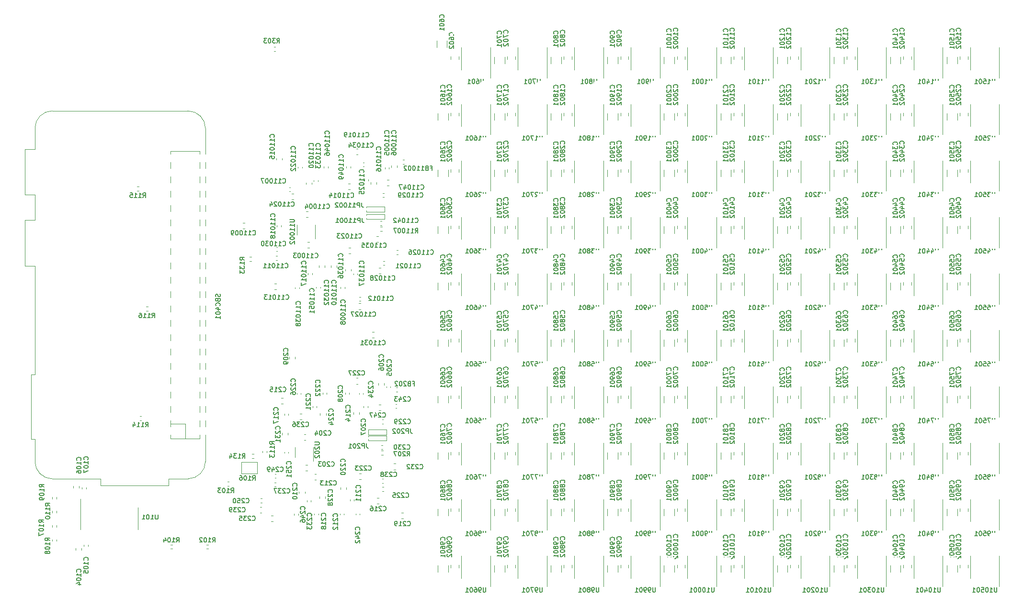
<source format=gbo>
G04 #@! TF.GenerationSoftware,KiCad,Pcbnew,(5.1.9)-1*
G04 #@! TF.CreationDate,2021-06-02T00:25:46+02:00*
G04 #@! TF.ProjectId,floater,666c6f61-7465-4722-9e6b-696361645f70,rev?*
G04 #@! TF.SameCoordinates,Original*
G04 #@! TF.FileFunction,Legend,Bot*
G04 #@! TF.FilePolarity,Positive*
%FSLAX46Y46*%
G04 Gerber Fmt 4.6, Leading zero omitted, Abs format (unit mm)*
G04 Created by KiCad (PCBNEW (5.1.9)-1) date 2021-06-02 00:25:46*
%MOMM*%
%LPD*%
G01*
G04 APERTURE LIST*
%ADD10C,0.120000*%
%ADD11C,0.153000*%
%ADD12C,2.000000*%
%ADD13C,3.900000*%
%ADD14C,3.990000*%
%ADD15C,2.100000*%
%ADD16O,2.100000X2.100000*%
%ADD17C,5.900000*%
%ADD18O,1.500000X1.000000*%
%ADD19C,0.100000*%
G04 APERTURE END LIST*
D10*
X122959740Y-104544899D02*
X122959740Y-104219341D01*
X121939740Y-104544899D02*
X121939740Y-104219341D01*
X106201900Y-99510181D02*
X106201900Y-99835739D01*
X107221900Y-99510181D02*
X107221900Y-99835739D01*
X108946560Y-123686339D02*
X108946560Y-123360781D01*
X107926560Y-123686339D02*
X107926560Y-123360781D01*
X110638521Y-121275120D02*
X110964079Y-121275120D01*
X110638521Y-120255120D02*
X110964079Y-120255120D01*
X117509980Y-109329821D02*
X117509980Y-109655379D01*
X118529980Y-109329821D02*
X118529980Y-109655379D01*
X104771121Y-107797880D02*
X105096679Y-107797880D01*
X104771121Y-106777880D02*
X105096679Y-106777880D01*
X122007999Y-124458820D02*
X121682441Y-124458820D01*
X122007999Y-125478820D02*
X121682441Y-125478820D01*
X126041081Y-128133120D02*
X126366639Y-128133120D01*
X126041081Y-127113120D02*
X126366639Y-127113120D01*
X116251600Y-122934499D02*
X116251600Y-122608941D01*
X115231600Y-122934499D02*
X115231600Y-122608941D01*
X118853319Y-120150980D02*
X118527761Y-120150980D01*
X118853319Y-121170980D02*
X118527761Y-121170980D01*
X111650200Y-109545721D02*
X111650200Y-109871279D01*
X112670200Y-109545721D02*
X112670200Y-109871279D01*
X118337699Y-103287920D02*
X118012141Y-103287920D01*
X118337699Y-104307920D02*
X118012141Y-104307920D01*
X112558440Y-124577879D02*
X112558440Y-124252321D01*
X111538440Y-124577879D02*
X111538440Y-124252321D01*
X105913800Y-113338379D02*
X105913800Y-113012821D01*
X104893800Y-113338379D02*
X104893800Y-113012821D01*
X124959479Y-118441560D02*
X124633921Y-118441560D01*
X124959479Y-119461560D02*
X124633921Y-119461560D01*
X103303339Y-127649060D02*
X102977781Y-127649060D01*
X103303339Y-128669060D02*
X102977781Y-128669060D01*
X108027401Y-110617280D02*
X108352959Y-110617280D01*
X108027401Y-109597280D02*
X108352959Y-109597280D01*
X101319699Y-126117440D02*
X100994141Y-126117440D01*
X101319699Y-127137440D02*
X100994141Y-127137440D01*
X122386459Y-107951360D02*
X122060901Y-107951360D01*
X122386459Y-108971360D02*
X122060901Y-108971360D01*
X124197800Y-65667221D02*
X124197800Y-65992779D01*
X125217800Y-65667221D02*
X125217800Y-65992779D01*
X98276779Y-75840680D02*
X97951221Y-75840680D01*
X98276779Y-76860680D02*
X97951221Y-76860680D01*
X103595101Y-87556620D02*
X103920659Y-87556620D01*
X103595101Y-86536620D02*
X103920659Y-86536620D01*
X116905139Y-68901400D02*
X116579581Y-68901400D01*
X116905139Y-69921400D02*
X116579581Y-69921400D01*
X103931140Y-64351501D02*
X103931140Y-64677059D01*
X104951140Y-64351501D02*
X104951140Y-64677059D01*
X120565600Y-68639021D02*
X120565600Y-68964579D01*
X121585600Y-68639021D02*
X121585600Y-68964579D01*
X118009601Y-63690780D02*
X118335159Y-63690780D01*
X118009601Y-62670780D02*
X118335159Y-62670780D01*
X109120360Y-68672041D02*
X109120360Y-68997599D01*
X110140360Y-68672041D02*
X110140360Y-68997599D01*
X117047379Y-80189160D02*
X116721821Y-80189160D01*
X117047379Y-81209160D02*
X116721821Y-81209160D01*
X106645641Y-71676540D02*
X106971199Y-71676540D01*
X106645641Y-70656540D02*
X106971199Y-70656540D01*
X118466801Y-91099920D02*
X118792359Y-91099920D01*
X118466801Y-90079920D02*
X118792359Y-90079920D01*
X122368679Y-83735000D02*
X122043121Y-83735000D01*
X122368679Y-84755000D02*
X122043121Y-84755000D01*
X120821381Y-96108800D02*
X121146939Y-96108800D01*
X120821381Y-95088800D02*
X121146939Y-95088800D01*
X117125360Y-84323959D02*
X117125360Y-83998401D01*
X116105360Y-84323959D02*
X116105360Y-83998401D01*
X123808859Y-69215280D02*
X123483301Y-69215280D01*
X123808859Y-68195280D02*
X123483301Y-68195280D01*
X109427379Y-118649840D02*
X109101821Y-118649840D01*
X109427379Y-119669840D02*
X109101821Y-119669840D01*
X109099719Y-113257420D02*
X108774161Y-113257420D01*
X109099719Y-114277420D02*
X108774161Y-114277420D01*
X109765199Y-79231580D02*
X109439641Y-79231580D01*
X109765199Y-80251580D02*
X109439641Y-80251580D01*
X109475639Y-74818520D02*
X109150081Y-74818520D01*
X109475639Y-73798520D02*
X109150081Y-73798520D01*
X112494940Y-83671179D02*
X112494940Y-83345621D01*
X111474940Y-83671179D02*
X111474940Y-83345621D01*
X114575200Y-83683879D02*
X114575200Y-83358321D01*
X113555200Y-83683879D02*
X113555200Y-83358321D01*
X121929259Y-78207960D02*
X121603701Y-78207960D01*
X121929259Y-79227960D02*
X121603701Y-79227960D01*
X68437180Y-133381081D02*
X68437180Y-133706639D01*
X69457180Y-133381081D02*
X69457180Y-133706639D01*
X69027920Y-122680499D02*
X69027920Y-122354941D01*
X68007920Y-122680499D02*
X68007920Y-122354941D01*
X69562540Y-122889716D02*
X69562540Y-122674044D01*
X70282540Y-122889716D02*
X70282540Y-122674044D01*
X118549684Y-88906580D02*
X118765356Y-88906580D01*
X118549684Y-89626580D02*
X118765356Y-89626580D01*
X117505040Y-85000536D02*
X117505040Y-84784864D01*
X118225040Y-85000536D02*
X118225040Y-84784864D01*
X70602580Y-132813724D02*
X70602580Y-133029396D01*
X69882580Y-132813724D02*
X69882580Y-133029396D01*
X110939140Y-87367816D02*
X110939140Y-87152144D01*
X111659140Y-87367816D02*
X111659140Y-87152144D01*
X117008380Y-65856784D02*
X117008380Y-66072456D01*
X116288380Y-65856784D02*
X116288380Y-66072456D01*
X113033280Y-65849164D02*
X113033280Y-66064836D01*
X112313280Y-65849164D02*
X112313280Y-66064836D01*
X122534716Y-76230620D02*
X122319044Y-76230620D01*
X122534716Y-75510620D02*
X122319044Y-75510620D01*
X107207880Y-87436396D02*
X107207880Y-87220724D01*
X107927880Y-87436396D02*
X107927880Y-87220724D01*
X119405436Y-65847100D02*
X119189764Y-65847100D01*
X119405436Y-65127100D02*
X119189764Y-65127100D01*
X111247020Y-68259604D02*
X111247020Y-68475276D01*
X110527020Y-68259604D02*
X110527020Y-68475276D01*
X104117176Y-80845800D02*
X103901504Y-80845800D01*
X104117176Y-80125800D02*
X103901504Y-80125800D01*
X122948736Y-71270000D02*
X122733064Y-71270000D01*
X122948736Y-70550000D02*
X122733064Y-70550000D01*
X125189244Y-80661740D02*
X125404916Y-80661740D01*
X125189244Y-81381740D02*
X125404916Y-81381740D01*
X120173220Y-68122464D02*
X120173220Y-68338136D01*
X119453220Y-68122464D02*
X119453220Y-68338136D01*
X108468900Y-65899964D02*
X108468900Y-66115636D01*
X107748900Y-65899964D02*
X107748900Y-66115636D01*
X123012236Y-83271500D02*
X122796564Y-83271500D01*
X123012236Y-82551500D02*
X122796564Y-82551500D01*
X104722400Y-76242844D02*
X104722400Y-76458516D01*
X104002400Y-76242844D02*
X104002400Y-76458516D01*
X109508640Y-84917836D02*
X109508640Y-84702164D01*
X110228640Y-84917836D02*
X110228640Y-84702164D01*
X104053676Y-82415520D02*
X103838004Y-82415520D01*
X104053676Y-81695520D02*
X103838004Y-81695520D01*
X115287620Y-87418616D02*
X115287620Y-87202944D01*
X116007620Y-87418616D02*
X116007620Y-87202944D01*
X106171624Y-69535740D02*
X106387296Y-69535740D01*
X106171624Y-70255740D02*
X106387296Y-70255740D01*
X123807960Y-66024424D02*
X123807960Y-66240096D01*
X123087960Y-66024424D02*
X123087960Y-66240096D01*
X106048280Y-116359604D02*
X106048280Y-116575276D01*
X105328280Y-116359604D02*
X105328280Y-116575276D01*
X101351116Y-125316120D02*
X101135444Y-125316120D01*
X101351116Y-124596120D02*
X101135444Y-124596120D01*
X103825076Y-120970180D02*
X103609404Y-120970180D01*
X103825076Y-120250180D02*
X103609404Y-120250180D01*
X107058020Y-127504896D02*
X107058020Y-127289224D01*
X107778020Y-127504896D02*
X107778020Y-127289224D01*
X124983504Y-107882920D02*
X125199176Y-107882920D01*
X124983504Y-108602920D02*
X125199176Y-108602920D01*
X117936840Y-127499816D02*
X117936840Y-127284144D01*
X118656840Y-127499816D02*
X118656840Y-127284144D01*
X122803956Y-121851560D02*
X122588284Y-121851560D01*
X122803956Y-121131560D02*
X122588284Y-121131560D01*
X103792056Y-122468780D02*
X103576384Y-122468780D01*
X103792056Y-121748780D02*
X103576384Y-121748780D01*
X119246120Y-105922744D02*
X119246120Y-106138416D01*
X118526120Y-105922744D02*
X118526120Y-106138416D01*
X109318620Y-125147776D02*
X109318620Y-124932104D01*
X110038620Y-125147776D02*
X110038620Y-124932104D01*
X122704896Y-115864780D02*
X122489224Y-115864780D01*
X122704896Y-115144780D02*
X122489224Y-115144780D01*
X122796336Y-111338500D02*
X122580664Y-111338500D01*
X122796336Y-110618500D02*
X122580664Y-110618500D01*
X108253000Y-105917664D02*
X108253000Y-106133336D01*
X107533000Y-105917664D02*
X107533000Y-106133336D01*
X122829356Y-123309520D02*
X122613684Y-123309520D01*
X122829356Y-122589520D02*
X122613684Y-122589520D01*
X112799600Y-105871944D02*
X112799600Y-106087616D01*
X112079600Y-105871944D02*
X112079600Y-106087616D01*
X111031760Y-108251924D02*
X111031760Y-108467596D01*
X110311760Y-108251924D02*
X110311760Y-108467596D01*
X110619100Y-127476956D02*
X110619100Y-127261284D01*
X111339100Y-127476956D02*
X111339100Y-127261284D01*
X105343520Y-109829036D02*
X105343520Y-109613364D01*
X106063520Y-109829036D02*
X106063520Y-109613364D01*
X115132680Y-127476956D02*
X115132680Y-127261284D01*
X115852680Y-127476956D02*
X115852680Y-127261284D01*
X116920840Y-125005536D02*
X116920840Y-124789864D01*
X117640840Y-125005536D02*
X117640840Y-124789864D01*
X116777240Y-105904964D02*
X116777240Y-106120636D01*
X116057240Y-105904964D02*
X116057240Y-106120636D01*
X120038600Y-108269704D02*
X120038600Y-108485376D01*
X119318600Y-108269704D02*
X119318600Y-108485376D01*
X123369900Y-104949696D02*
X123369900Y-104734024D01*
X124089900Y-104949696D02*
X124089900Y-104734024D01*
X99614039Y-116686880D02*
X99921321Y-116686880D01*
X99614039Y-117446880D02*
X99921321Y-117446880D01*
X99161779Y-81845700D02*
X99469061Y-81845700D01*
X99161779Y-82605700D02*
X99469061Y-82605700D01*
X80883939Y-90664580D02*
X81191221Y-90664580D01*
X80883939Y-91424580D02*
X81191221Y-91424580D01*
X79276119Y-69402240D02*
X79583401Y-69402240D01*
X79276119Y-70162240D02*
X79583401Y-70162240D01*
X79738399Y-109991440D02*
X80045681Y-109991440D01*
X79738399Y-110751440D02*
X80045681Y-110751440D01*
X101480500Y-116496621D02*
X101480500Y-116189339D01*
X102240500Y-116496621D02*
X102240500Y-116189339D01*
X103469619Y-44634700D02*
X103776901Y-44634700D01*
X103469619Y-45394700D02*
X103776901Y-45394700D01*
X122611001Y-77261540D02*
X122303719Y-77261540D01*
X122611001Y-76501540D02*
X122303719Y-76501540D01*
X122745621Y-116890620D02*
X122438339Y-116890620D01*
X122745621Y-116130620D02*
X122438339Y-116130620D01*
X64261880Y-127131601D02*
X64261880Y-126824319D01*
X65021880Y-127131601D02*
X65021880Y-126824319D01*
X65021880Y-124324959D02*
X65021880Y-124632241D01*
X64261880Y-124324959D02*
X64261880Y-124632241D01*
X64261880Y-132130321D02*
X64261880Y-131823039D01*
X65021880Y-132130321D02*
X65021880Y-131823039D01*
X65021880Y-129323679D02*
X65021880Y-129630961D01*
X64261880Y-129323679D02*
X64261880Y-129630961D01*
X85509221Y-133514920D02*
X85201939Y-133514920D01*
X85509221Y-132754920D02*
X85201939Y-132754920D01*
X95237479Y-121637340D02*
X95544761Y-121637340D01*
X95237479Y-122397340D02*
X95544761Y-122397340D01*
X91871921Y-133514920D02*
X91564639Y-133514920D01*
X91871921Y-132754920D02*
X91564639Y-132754920D01*
X126525141Y-65422600D02*
X126217859Y-65422600D01*
X126525141Y-64662600D02*
X126217859Y-64662600D01*
X125341501Y-105704460D02*
X125034219Y-105704460D01*
X125341501Y-104944460D02*
X125034219Y-104944460D01*
X91356520Y-118050300D02*
X91356520Y-59050300D01*
X88296520Y-55990300D02*
X64296520Y-55990300D01*
X61236520Y-118050300D02*
X61236520Y-114110300D01*
X72795280Y-121110300D02*
X64296520Y-121110300D01*
X90396520Y-114010300D02*
X85196520Y-114010300D01*
X85196520Y-63090300D02*
X85196520Y-114010300D01*
X90396520Y-63090300D02*
X85256520Y-63090300D01*
X90396520Y-63090300D02*
X90396520Y-114010300D01*
X84856520Y-121110300D02*
X84856520Y-122310300D01*
X84856520Y-122310300D02*
X72797820Y-122309440D01*
X72797820Y-122309440D02*
X72797820Y-121109440D01*
X84856520Y-121110300D02*
X88296520Y-121110300D01*
X61236520Y-62740300D02*
X61236520Y-59050300D01*
X61223820Y-75342660D02*
X61223820Y-70862660D01*
X61223820Y-83462660D02*
X59423820Y-83462660D01*
X59423820Y-70862660D02*
X59423820Y-62742660D01*
X59423820Y-62742660D02*
X61223820Y-62742660D01*
X61223820Y-70862660D02*
X59423820Y-70862660D01*
X59423820Y-75342660D02*
X61223820Y-75342660D01*
X59423820Y-83462660D02*
X59423820Y-75342660D01*
X60536520Y-102689420D02*
X61236520Y-102689420D01*
X60536520Y-114109420D02*
X60536520Y-102689420D01*
X61236520Y-114109420D02*
X60536520Y-114109420D01*
X61233200Y-102695560D02*
X61233200Y-83467760D01*
X85196520Y-111344260D02*
X87816840Y-111344260D01*
X87816840Y-111344260D02*
X87816840Y-114010300D01*
X64296520Y-121110300D02*
G75*
G02*
X61236520Y-118050300I0J3060000D01*
G01*
X91356520Y-118050300D02*
G75*
G02*
X88296520Y-121110300I-3060000J0D01*
G01*
X88296520Y-55990300D02*
G75*
G02*
X91356520Y-59050300I0J-3060000D01*
G01*
X61236520Y-59050300D02*
G75*
G02*
X64296520Y-55990300I3060000J0D01*
G01*
X123371760Y-112398360D02*
X120166280Y-112398360D01*
X120166280Y-112398360D02*
X120166280Y-113287360D01*
X120166280Y-113287360D02*
X123376840Y-113287360D01*
X123376840Y-113287360D02*
X123376840Y-112398360D01*
X123022660Y-73848780D02*
X123022660Y-72959780D01*
X119812100Y-73848780D02*
X123022660Y-73848780D01*
X119812100Y-72959780D02*
X119812100Y-73848780D01*
X123017580Y-72959780D02*
X119812100Y-72959780D01*
X107568240Y-77931400D02*
X107568240Y-76131400D01*
X110788240Y-76131400D02*
X110788240Y-78581400D01*
X107171820Y-117334660D02*
X107171820Y-115534660D01*
X110391820Y-115534660D02*
X110391820Y-117984660D01*
X226590000Y-136735000D02*
X226590000Y-134785000D01*
X226590000Y-136735000D02*
X226590000Y-138685000D01*
X231710000Y-136735000D02*
X231710000Y-134785000D01*
X231710000Y-136735000D02*
X231710000Y-140185000D01*
X216590000Y-136735000D02*
X216590000Y-134785000D01*
X216590000Y-136735000D02*
X216590000Y-138685000D01*
X221710000Y-136735000D02*
X221710000Y-134785000D01*
X221710000Y-136735000D02*
X221710000Y-140185000D01*
X206590000Y-136735000D02*
X206590000Y-134785000D01*
X206590000Y-136735000D02*
X206590000Y-138685000D01*
X211710000Y-136735000D02*
X211710000Y-134785000D01*
X211710000Y-136735000D02*
X211710000Y-140185000D01*
X196590000Y-136735000D02*
X196590000Y-134785000D01*
X196590000Y-136735000D02*
X196590000Y-138685000D01*
X201710000Y-136735000D02*
X201710000Y-134785000D01*
X201710000Y-136735000D02*
X201710000Y-140185000D01*
X186590000Y-136735000D02*
X186590000Y-134785000D01*
X186590000Y-136735000D02*
X186590000Y-138685000D01*
X191710000Y-136735000D02*
X191710000Y-134785000D01*
X191710000Y-136735000D02*
X191710000Y-140185000D01*
X176590000Y-136735000D02*
X176590000Y-134785000D01*
X176590000Y-136735000D02*
X176590000Y-138685000D01*
X181710000Y-136735000D02*
X181710000Y-134785000D01*
X181710000Y-136735000D02*
X181710000Y-140185000D01*
X166590000Y-136735000D02*
X166590000Y-134785000D01*
X166590000Y-136735000D02*
X166590000Y-138685000D01*
X171710000Y-136735000D02*
X171710000Y-134785000D01*
X171710000Y-136735000D02*
X171710000Y-140185000D01*
X156590000Y-136735000D02*
X156590000Y-134785000D01*
X156590000Y-136735000D02*
X156590000Y-138685000D01*
X161710000Y-136735000D02*
X161710000Y-134785000D01*
X161710000Y-136735000D02*
X161710000Y-140185000D01*
X146590000Y-136735000D02*
X146590000Y-134785000D01*
X146590000Y-136735000D02*
X146590000Y-138685000D01*
X151710000Y-136735000D02*
X151710000Y-134785000D01*
X151710000Y-136735000D02*
X151710000Y-140185000D01*
X136590000Y-136735000D02*
X136590000Y-134785000D01*
X136590000Y-136735000D02*
X136590000Y-138685000D01*
X141710000Y-136735000D02*
X141710000Y-134785000D01*
X141710000Y-136735000D02*
X141710000Y-140185000D01*
X226590000Y-126735000D02*
X226590000Y-124785000D01*
X226590000Y-126735000D02*
X226590000Y-128685000D01*
X231710000Y-126735000D02*
X231710000Y-124785000D01*
X231710000Y-126735000D02*
X231710000Y-130185000D01*
X216590000Y-126735000D02*
X216590000Y-124785000D01*
X216590000Y-126735000D02*
X216590000Y-128685000D01*
X221710000Y-126735000D02*
X221710000Y-124785000D01*
X221710000Y-126735000D02*
X221710000Y-130185000D01*
X206590000Y-126735000D02*
X206590000Y-124785000D01*
X206590000Y-126735000D02*
X206590000Y-128685000D01*
X211710000Y-126735000D02*
X211710000Y-124785000D01*
X211710000Y-126735000D02*
X211710000Y-130185000D01*
X196590000Y-126735000D02*
X196590000Y-124785000D01*
X196590000Y-126735000D02*
X196590000Y-128685000D01*
X201710000Y-126735000D02*
X201710000Y-124785000D01*
X201710000Y-126735000D02*
X201710000Y-130185000D01*
X186590000Y-126735000D02*
X186590000Y-124785000D01*
X186590000Y-126735000D02*
X186590000Y-128685000D01*
X191710000Y-126735000D02*
X191710000Y-124785000D01*
X191710000Y-126735000D02*
X191710000Y-130185000D01*
X176590000Y-126735000D02*
X176590000Y-124785000D01*
X176590000Y-126735000D02*
X176590000Y-128685000D01*
X181710000Y-126735000D02*
X181710000Y-124785000D01*
X181710000Y-126735000D02*
X181710000Y-130185000D01*
X166590000Y-126735000D02*
X166590000Y-124785000D01*
X166590000Y-126735000D02*
X166590000Y-128685000D01*
X171710000Y-126735000D02*
X171710000Y-124785000D01*
X171710000Y-126735000D02*
X171710000Y-130185000D01*
X156590000Y-126735000D02*
X156590000Y-124785000D01*
X156590000Y-126735000D02*
X156590000Y-128685000D01*
X161710000Y-126735000D02*
X161710000Y-124785000D01*
X161710000Y-126735000D02*
X161710000Y-130185000D01*
X146590000Y-126735000D02*
X146590000Y-124785000D01*
X146590000Y-126735000D02*
X146590000Y-128685000D01*
X151710000Y-126735000D02*
X151710000Y-124785000D01*
X151710000Y-126735000D02*
X151710000Y-130185000D01*
X136590000Y-126735000D02*
X136590000Y-124785000D01*
X136590000Y-126735000D02*
X136590000Y-128685000D01*
X141710000Y-126735000D02*
X141710000Y-124785000D01*
X141710000Y-126735000D02*
X141710000Y-130185000D01*
X226590000Y-116735000D02*
X226590000Y-114785000D01*
X226590000Y-116735000D02*
X226590000Y-118685000D01*
X231710000Y-116735000D02*
X231710000Y-114785000D01*
X231710000Y-116735000D02*
X231710000Y-120185000D01*
X216590000Y-116735000D02*
X216590000Y-114785000D01*
X216590000Y-116735000D02*
X216590000Y-118685000D01*
X221710000Y-116735000D02*
X221710000Y-114785000D01*
X221710000Y-116735000D02*
X221710000Y-120185000D01*
X206590000Y-116735000D02*
X206590000Y-114785000D01*
X206590000Y-116735000D02*
X206590000Y-118685000D01*
X211710000Y-116735000D02*
X211710000Y-114785000D01*
X211710000Y-116735000D02*
X211710000Y-120185000D01*
X196590000Y-116735000D02*
X196590000Y-114785000D01*
X196590000Y-116735000D02*
X196590000Y-118685000D01*
X201710000Y-116735000D02*
X201710000Y-114785000D01*
X201710000Y-116735000D02*
X201710000Y-120185000D01*
X186590000Y-116735000D02*
X186590000Y-114785000D01*
X186590000Y-116735000D02*
X186590000Y-118685000D01*
X191710000Y-116735000D02*
X191710000Y-114785000D01*
X191710000Y-116735000D02*
X191710000Y-120185000D01*
X176590000Y-116735000D02*
X176590000Y-114785000D01*
X176590000Y-116735000D02*
X176590000Y-118685000D01*
X181710000Y-116735000D02*
X181710000Y-114785000D01*
X181710000Y-116735000D02*
X181710000Y-120185000D01*
X166590000Y-116735000D02*
X166590000Y-114785000D01*
X166590000Y-116735000D02*
X166590000Y-118685000D01*
X171710000Y-116735000D02*
X171710000Y-114785000D01*
X171710000Y-116735000D02*
X171710000Y-120185000D01*
X156590000Y-116735000D02*
X156590000Y-114785000D01*
X156590000Y-116735000D02*
X156590000Y-118685000D01*
X161710000Y-116735000D02*
X161710000Y-114785000D01*
X161710000Y-116735000D02*
X161710000Y-120185000D01*
X146590000Y-116735000D02*
X146590000Y-114785000D01*
X146590000Y-116735000D02*
X146590000Y-118685000D01*
X151710000Y-116735000D02*
X151710000Y-114785000D01*
X151710000Y-116735000D02*
X151710000Y-120185000D01*
X136590000Y-116735000D02*
X136590000Y-114785000D01*
X136590000Y-116735000D02*
X136590000Y-118685000D01*
X141710000Y-116735000D02*
X141710000Y-114785000D01*
X141710000Y-116735000D02*
X141710000Y-120185000D01*
X226590000Y-106735000D02*
X226590000Y-104785000D01*
X226590000Y-106735000D02*
X226590000Y-108685000D01*
X231710000Y-106735000D02*
X231710000Y-104785000D01*
X231710000Y-106735000D02*
X231710000Y-110185000D01*
X216590000Y-106735000D02*
X216590000Y-104785000D01*
X216590000Y-106735000D02*
X216590000Y-108685000D01*
X221710000Y-106735000D02*
X221710000Y-104785000D01*
X221710000Y-106735000D02*
X221710000Y-110185000D01*
X206590000Y-106735000D02*
X206590000Y-104785000D01*
X206590000Y-106735000D02*
X206590000Y-108685000D01*
X211710000Y-106735000D02*
X211710000Y-104785000D01*
X211710000Y-106735000D02*
X211710000Y-110185000D01*
X196590000Y-106735000D02*
X196590000Y-104785000D01*
X196590000Y-106735000D02*
X196590000Y-108685000D01*
X201710000Y-106735000D02*
X201710000Y-104785000D01*
X201710000Y-106735000D02*
X201710000Y-110185000D01*
X186590000Y-106735000D02*
X186590000Y-104785000D01*
X186590000Y-106735000D02*
X186590000Y-108685000D01*
X191710000Y-106735000D02*
X191710000Y-104785000D01*
X191710000Y-106735000D02*
X191710000Y-110185000D01*
X176590000Y-106735000D02*
X176590000Y-104785000D01*
X176590000Y-106735000D02*
X176590000Y-108685000D01*
X181710000Y-106735000D02*
X181710000Y-104785000D01*
X181710000Y-106735000D02*
X181710000Y-110185000D01*
X166590000Y-106735000D02*
X166590000Y-104785000D01*
X166590000Y-106735000D02*
X166590000Y-108685000D01*
X171710000Y-106735000D02*
X171710000Y-104785000D01*
X171710000Y-106735000D02*
X171710000Y-110185000D01*
X156590000Y-106735000D02*
X156590000Y-104785000D01*
X156590000Y-106735000D02*
X156590000Y-108685000D01*
X161710000Y-106735000D02*
X161710000Y-104785000D01*
X161710000Y-106735000D02*
X161710000Y-110185000D01*
X146590000Y-106735000D02*
X146590000Y-104785000D01*
X146590000Y-106735000D02*
X146590000Y-108685000D01*
X151710000Y-106735000D02*
X151710000Y-104785000D01*
X151710000Y-106735000D02*
X151710000Y-110185000D01*
X136590000Y-106735000D02*
X136590000Y-104785000D01*
X136590000Y-106735000D02*
X136590000Y-108685000D01*
X141710000Y-106735000D02*
X141710000Y-104785000D01*
X141710000Y-106735000D02*
X141710000Y-110185000D01*
X226590000Y-96735000D02*
X226590000Y-94785000D01*
X226590000Y-96735000D02*
X226590000Y-98685000D01*
X231710000Y-96735000D02*
X231710000Y-94785000D01*
X231710000Y-96735000D02*
X231710000Y-100185000D01*
X216590000Y-96735000D02*
X216590000Y-94785000D01*
X216590000Y-96735000D02*
X216590000Y-98685000D01*
X221710000Y-96735000D02*
X221710000Y-94785000D01*
X221710000Y-96735000D02*
X221710000Y-100185000D01*
X206590000Y-96735000D02*
X206590000Y-94785000D01*
X206590000Y-96735000D02*
X206590000Y-98685000D01*
X211710000Y-96735000D02*
X211710000Y-94785000D01*
X211710000Y-96735000D02*
X211710000Y-100185000D01*
X196590000Y-96735000D02*
X196590000Y-94785000D01*
X196590000Y-96735000D02*
X196590000Y-98685000D01*
X201710000Y-96735000D02*
X201710000Y-94785000D01*
X201710000Y-96735000D02*
X201710000Y-100185000D01*
X186590000Y-96735000D02*
X186590000Y-94785000D01*
X186590000Y-96735000D02*
X186590000Y-98685000D01*
X191710000Y-96735000D02*
X191710000Y-94785000D01*
X191710000Y-96735000D02*
X191710000Y-100185000D01*
X176590000Y-96735000D02*
X176590000Y-94785000D01*
X176590000Y-96735000D02*
X176590000Y-98685000D01*
X181710000Y-96735000D02*
X181710000Y-94785000D01*
X181710000Y-96735000D02*
X181710000Y-100185000D01*
X166590000Y-96735000D02*
X166590000Y-94785000D01*
X166590000Y-96735000D02*
X166590000Y-98685000D01*
X171710000Y-96735000D02*
X171710000Y-94785000D01*
X171710000Y-96735000D02*
X171710000Y-100185000D01*
X156590000Y-96735000D02*
X156590000Y-94785000D01*
X156590000Y-96735000D02*
X156590000Y-98685000D01*
X161710000Y-96735000D02*
X161710000Y-94785000D01*
X161710000Y-96735000D02*
X161710000Y-100185000D01*
X146590000Y-96735000D02*
X146590000Y-94785000D01*
X146590000Y-96735000D02*
X146590000Y-98685000D01*
X151710000Y-96735000D02*
X151710000Y-94785000D01*
X151710000Y-96735000D02*
X151710000Y-100185000D01*
X136590000Y-96735000D02*
X136590000Y-94785000D01*
X136590000Y-96735000D02*
X136590000Y-98685000D01*
X141710000Y-96735000D02*
X141710000Y-94785000D01*
X141710000Y-96735000D02*
X141710000Y-100185000D01*
X226590000Y-86735000D02*
X226590000Y-84785000D01*
X226590000Y-86735000D02*
X226590000Y-88685000D01*
X231710000Y-86735000D02*
X231710000Y-84785000D01*
X231710000Y-86735000D02*
X231710000Y-90185000D01*
X216590000Y-86735000D02*
X216590000Y-84785000D01*
X216590000Y-86735000D02*
X216590000Y-88685000D01*
X221710000Y-86735000D02*
X221710000Y-84785000D01*
X221710000Y-86735000D02*
X221710000Y-90185000D01*
X206590000Y-86735000D02*
X206590000Y-84785000D01*
X206590000Y-86735000D02*
X206590000Y-88685000D01*
X211710000Y-86735000D02*
X211710000Y-84785000D01*
X211710000Y-86735000D02*
X211710000Y-90185000D01*
X196590000Y-86735000D02*
X196590000Y-84785000D01*
X196590000Y-86735000D02*
X196590000Y-88685000D01*
X201710000Y-86735000D02*
X201710000Y-84785000D01*
X201710000Y-86735000D02*
X201710000Y-90185000D01*
X186590000Y-86735000D02*
X186590000Y-84785000D01*
X186590000Y-86735000D02*
X186590000Y-88685000D01*
X191710000Y-86735000D02*
X191710000Y-84785000D01*
X191710000Y-86735000D02*
X191710000Y-90185000D01*
X176590000Y-86735000D02*
X176590000Y-84785000D01*
X176590000Y-86735000D02*
X176590000Y-88685000D01*
X181710000Y-86735000D02*
X181710000Y-84785000D01*
X181710000Y-86735000D02*
X181710000Y-90185000D01*
X166590000Y-86735000D02*
X166590000Y-84785000D01*
X166590000Y-86735000D02*
X166590000Y-88685000D01*
X171710000Y-86735000D02*
X171710000Y-84785000D01*
X171710000Y-86735000D02*
X171710000Y-90185000D01*
X156590000Y-86735000D02*
X156590000Y-84785000D01*
X156590000Y-86735000D02*
X156590000Y-88685000D01*
X161710000Y-86735000D02*
X161710000Y-84785000D01*
X161710000Y-86735000D02*
X161710000Y-90185000D01*
X146590000Y-86735000D02*
X146590000Y-84785000D01*
X146590000Y-86735000D02*
X146590000Y-88685000D01*
X151710000Y-86735000D02*
X151710000Y-84785000D01*
X151710000Y-86735000D02*
X151710000Y-90185000D01*
X136590000Y-86735000D02*
X136590000Y-84785000D01*
X136590000Y-86735000D02*
X136590000Y-88685000D01*
X141710000Y-86735000D02*
X141710000Y-84785000D01*
X141710000Y-86735000D02*
X141710000Y-90185000D01*
X226590000Y-76735000D02*
X226590000Y-74785000D01*
X226590000Y-76735000D02*
X226590000Y-78685000D01*
X231710000Y-76735000D02*
X231710000Y-74785000D01*
X231710000Y-76735000D02*
X231710000Y-80185000D01*
X216590000Y-76735000D02*
X216590000Y-74785000D01*
X216590000Y-76735000D02*
X216590000Y-78685000D01*
X221710000Y-76735000D02*
X221710000Y-74785000D01*
X221710000Y-76735000D02*
X221710000Y-80185000D01*
X206590000Y-76735000D02*
X206590000Y-74785000D01*
X206590000Y-76735000D02*
X206590000Y-78685000D01*
X211710000Y-76735000D02*
X211710000Y-74785000D01*
X211710000Y-76735000D02*
X211710000Y-80185000D01*
X196590000Y-76735000D02*
X196590000Y-74785000D01*
X196590000Y-76735000D02*
X196590000Y-78685000D01*
X201710000Y-76735000D02*
X201710000Y-74785000D01*
X201710000Y-76735000D02*
X201710000Y-80185000D01*
X186590000Y-76735000D02*
X186590000Y-74785000D01*
X186590000Y-76735000D02*
X186590000Y-78685000D01*
X191710000Y-76735000D02*
X191710000Y-74785000D01*
X191710000Y-76735000D02*
X191710000Y-80185000D01*
X176590000Y-76735000D02*
X176590000Y-74785000D01*
X176590000Y-76735000D02*
X176590000Y-78685000D01*
X181710000Y-76735000D02*
X181710000Y-74785000D01*
X181710000Y-76735000D02*
X181710000Y-80185000D01*
X166590000Y-76735000D02*
X166590000Y-74785000D01*
X166590000Y-76735000D02*
X166590000Y-78685000D01*
X171710000Y-76735000D02*
X171710000Y-74785000D01*
X171710000Y-76735000D02*
X171710000Y-80185000D01*
X156590000Y-76735000D02*
X156590000Y-74785000D01*
X156590000Y-76735000D02*
X156590000Y-78685000D01*
X161710000Y-76735000D02*
X161710000Y-74785000D01*
X161710000Y-76735000D02*
X161710000Y-80185000D01*
X146590000Y-76735000D02*
X146590000Y-74785000D01*
X146590000Y-76735000D02*
X146590000Y-78685000D01*
X151710000Y-76735000D02*
X151710000Y-74785000D01*
X151710000Y-76735000D02*
X151710000Y-80185000D01*
X136590000Y-76735000D02*
X136590000Y-74785000D01*
X136590000Y-76735000D02*
X136590000Y-78685000D01*
X141710000Y-76735000D02*
X141710000Y-74785000D01*
X141710000Y-76735000D02*
X141710000Y-80185000D01*
X226590000Y-66735000D02*
X226590000Y-64785000D01*
X226590000Y-66735000D02*
X226590000Y-68685000D01*
X231710000Y-66735000D02*
X231710000Y-64785000D01*
X231710000Y-66735000D02*
X231710000Y-70185000D01*
X216590000Y-66735000D02*
X216590000Y-64785000D01*
X216590000Y-66735000D02*
X216590000Y-68685000D01*
X221710000Y-66735000D02*
X221710000Y-64785000D01*
X221710000Y-66735000D02*
X221710000Y-70185000D01*
X206590000Y-66735000D02*
X206590000Y-64785000D01*
X206590000Y-66735000D02*
X206590000Y-68685000D01*
X211710000Y-66735000D02*
X211710000Y-64785000D01*
X211710000Y-66735000D02*
X211710000Y-70185000D01*
X196590000Y-66735000D02*
X196590000Y-64785000D01*
X196590000Y-66735000D02*
X196590000Y-68685000D01*
X201710000Y-66735000D02*
X201710000Y-64785000D01*
X201710000Y-66735000D02*
X201710000Y-70185000D01*
X186590000Y-66735000D02*
X186590000Y-64785000D01*
X186590000Y-66735000D02*
X186590000Y-68685000D01*
X191710000Y-66735000D02*
X191710000Y-64785000D01*
X191710000Y-66735000D02*
X191710000Y-70185000D01*
X176590000Y-66735000D02*
X176590000Y-64785000D01*
X176590000Y-66735000D02*
X176590000Y-68685000D01*
X181710000Y-66735000D02*
X181710000Y-64785000D01*
X181710000Y-66735000D02*
X181710000Y-70185000D01*
X166590000Y-66735000D02*
X166590000Y-64785000D01*
X166590000Y-66735000D02*
X166590000Y-68685000D01*
X171710000Y-66735000D02*
X171710000Y-64785000D01*
X171710000Y-66735000D02*
X171710000Y-70185000D01*
X156590000Y-66735000D02*
X156590000Y-64785000D01*
X156590000Y-66735000D02*
X156590000Y-68685000D01*
X161710000Y-66735000D02*
X161710000Y-64785000D01*
X161710000Y-66735000D02*
X161710000Y-70185000D01*
X146590000Y-66735000D02*
X146590000Y-64785000D01*
X146590000Y-66735000D02*
X146590000Y-68685000D01*
X151710000Y-66735000D02*
X151710000Y-64785000D01*
X151710000Y-66735000D02*
X151710000Y-70185000D01*
X136590000Y-66735000D02*
X136590000Y-64785000D01*
X136590000Y-66735000D02*
X136590000Y-68685000D01*
X141710000Y-66735000D02*
X141710000Y-64785000D01*
X141710000Y-66735000D02*
X141710000Y-70185000D01*
X226590000Y-56735000D02*
X226590000Y-54785000D01*
X226590000Y-56735000D02*
X226590000Y-58685000D01*
X231710000Y-56735000D02*
X231710000Y-54785000D01*
X231710000Y-56735000D02*
X231710000Y-60185000D01*
X216590000Y-56735000D02*
X216590000Y-54785000D01*
X216590000Y-56735000D02*
X216590000Y-58685000D01*
X221710000Y-56735000D02*
X221710000Y-54785000D01*
X221710000Y-56735000D02*
X221710000Y-60185000D01*
X206590000Y-56735000D02*
X206590000Y-54785000D01*
X206590000Y-56735000D02*
X206590000Y-58685000D01*
X211710000Y-56735000D02*
X211710000Y-54785000D01*
X211710000Y-56735000D02*
X211710000Y-60185000D01*
X196590000Y-56735000D02*
X196590000Y-54785000D01*
X196590000Y-56735000D02*
X196590000Y-58685000D01*
X201710000Y-56735000D02*
X201710000Y-54785000D01*
X201710000Y-56735000D02*
X201710000Y-60185000D01*
X186590000Y-56735000D02*
X186590000Y-54785000D01*
X186590000Y-56735000D02*
X186590000Y-58685000D01*
X191710000Y-56735000D02*
X191710000Y-54785000D01*
X191710000Y-56735000D02*
X191710000Y-60185000D01*
X176590000Y-56735000D02*
X176590000Y-54785000D01*
X176590000Y-56735000D02*
X176590000Y-58685000D01*
X181710000Y-56735000D02*
X181710000Y-54785000D01*
X181710000Y-56735000D02*
X181710000Y-60185000D01*
X166590000Y-56735000D02*
X166590000Y-54785000D01*
X166590000Y-56735000D02*
X166590000Y-58685000D01*
X171710000Y-56735000D02*
X171710000Y-54785000D01*
X171710000Y-56735000D02*
X171710000Y-60185000D01*
X156590000Y-56735000D02*
X156590000Y-54785000D01*
X156590000Y-56735000D02*
X156590000Y-58685000D01*
X161710000Y-56735000D02*
X161710000Y-54785000D01*
X161710000Y-56735000D02*
X161710000Y-60185000D01*
X146590000Y-56735000D02*
X146590000Y-54785000D01*
X146590000Y-56735000D02*
X146590000Y-58685000D01*
X151710000Y-56735000D02*
X151710000Y-54785000D01*
X151710000Y-56735000D02*
X151710000Y-60185000D01*
X136590000Y-56735000D02*
X136590000Y-54785000D01*
X136590000Y-56735000D02*
X136590000Y-58685000D01*
X141710000Y-56735000D02*
X141710000Y-54785000D01*
X141710000Y-56735000D02*
X141710000Y-60185000D01*
X226590000Y-46735000D02*
X226590000Y-44785000D01*
X226590000Y-46735000D02*
X226590000Y-48685000D01*
X231710000Y-46735000D02*
X231710000Y-44785000D01*
X231710000Y-46735000D02*
X231710000Y-50185000D01*
X216590000Y-46735000D02*
X216590000Y-44785000D01*
X216590000Y-46735000D02*
X216590000Y-48685000D01*
X221710000Y-46735000D02*
X221710000Y-44785000D01*
X221710000Y-46735000D02*
X221710000Y-50185000D01*
X206590000Y-46735000D02*
X206590000Y-44785000D01*
X206590000Y-46735000D02*
X206590000Y-48685000D01*
X211710000Y-46735000D02*
X211710000Y-44785000D01*
X211710000Y-46735000D02*
X211710000Y-50185000D01*
X196590000Y-46735000D02*
X196590000Y-44785000D01*
X196590000Y-46735000D02*
X196590000Y-48685000D01*
X201710000Y-46735000D02*
X201710000Y-44785000D01*
X201710000Y-46735000D02*
X201710000Y-50185000D01*
X186590000Y-46735000D02*
X186590000Y-44785000D01*
X186590000Y-46735000D02*
X186590000Y-48685000D01*
X191710000Y-46735000D02*
X191710000Y-44785000D01*
X191710000Y-46735000D02*
X191710000Y-50185000D01*
X176590000Y-46735000D02*
X176590000Y-44785000D01*
X176590000Y-46735000D02*
X176590000Y-48685000D01*
X181710000Y-46735000D02*
X181710000Y-44785000D01*
X181710000Y-46735000D02*
X181710000Y-50185000D01*
X166590000Y-46735000D02*
X166590000Y-44785000D01*
X166590000Y-46735000D02*
X166590000Y-48685000D01*
X171710000Y-46735000D02*
X171710000Y-44785000D01*
X171710000Y-46735000D02*
X171710000Y-50185000D01*
X156590000Y-46735000D02*
X156590000Y-44785000D01*
X156590000Y-46735000D02*
X156590000Y-48685000D01*
X161710000Y-46735000D02*
X161710000Y-44785000D01*
X161710000Y-46735000D02*
X161710000Y-50185000D01*
X146590000Y-46735000D02*
X146590000Y-44785000D01*
X146590000Y-46735000D02*
X146590000Y-48685000D01*
X151710000Y-46735000D02*
X151710000Y-44785000D01*
X151710000Y-46735000D02*
X151710000Y-50185000D01*
X136590000Y-46735000D02*
X136590000Y-44785000D01*
X136590000Y-46735000D02*
X136590000Y-48685000D01*
X141710000Y-46735000D02*
X141710000Y-44785000D01*
X141710000Y-46735000D02*
X141710000Y-50185000D01*
X69305000Y-128123500D02*
X69305000Y-124673500D01*
X69305000Y-128123500D02*
X69305000Y-130073500D01*
X79425000Y-128123500D02*
X79425000Y-126173500D01*
X79425000Y-128123500D02*
X79425000Y-130073500D01*
X100537620Y-120182700D02*
X100537620Y-118182700D01*
X97737620Y-120182700D02*
X100537620Y-120182700D01*
X97737620Y-118182700D02*
X97737620Y-120182700D01*
X100537620Y-118182700D02*
X97737620Y-118182700D01*
X122998380Y-75167040D02*
X122998380Y-74278040D01*
X119787820Y-75167040D02*
X122998380Y-75167040D01*
X119787820Y-74278040D02*
X119787820Y-75167040D01*
X122993300Y-74278040D02*
X119787820Y-74278040D01*
X123351440Y-113472780D02*
X120145960Y-113472780D01*
X120145960Y-113472780D02*
X120145960Y-114361780D01*
X120145960Y-114361780D02*
X123356520Y-114361780D01*
X123356520Y-114361780D02*
X123356520Y-113472780D01*
X224740000Y-136341422D02*
X224740000Y-136858578D01*
X226160000Y-136341422D02*
X226160000Y-136858578D01*
X222440000Y-136437936D02*
X222440000Y-137642064D01*
X224260000Y-136437936D02*
X224260000Y-137642064D01*
X214740000Y-136341422D02*
X214740000Y-136858578D01*
X216160000Y-136341422D02*
X216160000Y-136858578D01*
X212440000Y-136437936D02*
X212440000Y-137642064D01*
X214260000Y-136437936D02*
X214260000Y-137642064D01*
X204740000Y-136341422D02*
X204740000Y-136858578D01*
X206160000Y-136341422D02*
X206160000Y-136858578D01*
X202439999Y-136437936D02*
X202439999Y-137642064D01*
X204259999Y-136437936D02*
X204259999Y-137642064D01*
X194740000Y-136341422D02*
X194740000Y-136858578D01*
X196160000Y-136341422D02*
X196160000Y-136858578D01*
X192440000Y-136437936D02*
X192440000Y-137642064D01*
X194260000Y-136437936D02*
X194260000Y-137642064D01*
X184740000Y-136341422D02*
X184740000Y-136858578D01*
X186160000Y-136341422D02*
X186160000Y-136858578D01*
X182440000Y-136437936D02*
X182440000Y-137642064D01*
X184260000Y-136437936D02*
X184260000Y-137642064D01*
X174740000Y-136341422D02*
X174740000Y-136858578D01*
X176160000Y-136341422D02*
X176160000Y-136858578D01*
X172440000Y-136437936D02*
X172440000Y-137642064D01*
X174260000Y-136437936D02*
X174260000Y-137642064D01*
X164740000Y-136341422D02*
X164740000Y-136858578D01*
X166160000Y-136341422D02*
X166160000Y-136858578D01*
X162440000Y-136437936D02*
X162440000Y-137642064D01*
X164260000Y-136437936D02*
X164260000Y-137642064D01*
X154740000Y-136341422D02*
X154740000Y-136858578D01*
X156160000Y-136341422D02*
X156160000Y-136858578D01*
X152440000Y-136437936D02*
X152440000Y-137642064D01*
X154260000Y-136437936D02*
X154260000Y-137642064D01*
X144740000Y-136341422D02*
X144740000Y-136858578D01*
X146160000Y-136341422D02*
X146160000Y-136858578D01*
X142440000Y-136437936D02*
X142440000Y-137642064D01*
X144260000Y-136437936D02*
X144260000Y-137642064D01*
X134740000Y-136341422D02*
X134740000Y-136858578D01*
X136160000Y-136341422D02*
X136160000Y-136858578D01*
X132440000Y-136437936D02*
X132440000Y-137642064D01*
X134260000Y-136437936D02*
X134260000Y-137642064D01*
X224740000Y-126341422D02*
X224740000Y-126858578D01*
X226160000Y-126341422D02*
X226160000Y-126858578D01*
X222440000Y-126437936D02*
X222440000Y-127642064D01*
X224260000Y-126437936D02*
X224260000Y-127642064D01*
X214740000Y-126341422D02*
X214740000Y-126858578D01*
X216160000Y-126341422D02*
X216160000Y-126858578D01*
X212440000Y-126437936D02*
X212440000Y-127642064D01*
X214260000Y-126437936D02*
X214260000Y-127642064D01*
X204740000Y-126341422D02*
X204740000Y-126858578D01*
X206160000Y-126341422D02*
X206160000Y-126858578D01*
X202439999Y-126437936D02*
X202439999Y-127642064D01*
X204259999Y-126437936D02*
X204259999Y-127642064D01*
X194740000Y-126341422D02*
X194740000Y-126858578D01*
X196160000Y-126341422D02*
X196160000Y-126858578D01*
X192440000Y-126437936D02*
X192440000Y-127642064D01*
X194260000Y-126437936D02*
X194260000Y-127642064D01*
X184740000Y-126341422D02*
X184740000Y-126858578D01*
X186160000Y-126341422D02*
X186160000Y-126858578D01*
X182440000Y-126437936D02*
X182440000Y-127642064D01*
X184260000Y-126437936D02*
X184260000Y-127642064D01*
X174740000Y-126341422D02*
X174740000Y-126858578D01*
X176160000Y-126341422D02*
X176160000Y-126858578D01*
X172440000Y-126437936D02*
X172440000Y-127642064D01*
X174260000Y-126437936D02*
X174260000Y-127642064D01*
X164740000Y-126341422D02*
X164740000Y-126858578D01*
X166160000Y-126341422D02*
X166160000Y-126858578D01*
X162440000Y-126437936D02*
X162440000Y-127642064D01*
X164260000Y-126437936D02*
X164260000Y-127642064D01*
X154740000Y-126341422D02*
X154740000Y-126858578D01*
X156160000Y-126341422D02*
X156160000Y-126858578D01*
X152440000Y-126437936D02*
X152440000Y-127642064D01*
X154260000Y-126437936D02*
X154260000Y-127642064D01*
X144740000Y-126341422D02*
X144740000Y-126858578D01*
X146160000Y-126341422D02*
X146160000Y-126858578D01*
X142440000Y-126437936D02*
X142440000Y-127642064D01*
X144260000Y-126437936D02*
X144260000Y-127642064D01*
X134740000Y-126341422D02*
X134740000Y-126858578D01*
X136160000Y-126341422D02*
X136160000Y-126858578D01*
X132440000Y-126437936D02*
X132440000Y-127642064D01*
X134260000Y-126437936D02*
X134260000Y-127642064D01*
X224740000Y-116341422D02*
X224740000Y-116858578D01*
X226160000Y-116341422D02*
X226160000Y-116858578D01*
X222440000Y-116437936D02*
X222440000Y-117642064D01*
X224260000Y-116437936D02*
X224260000Y-117642064D01*
X214740000Y-116341422D02*
X214740000Y-116858578D01*
X216160000Y-116341422D02*
X216160000Y-116858578D01*
X212440000Y-116437936D02*
X212440000Y-117642064D01*
X214260000Y-116437936D02*
X214260000Y-117642064D01*
X204740000Y-116341422D02*
X204740000Y-116858578D01*
X206160000Y-116341422D02*
X206160000Y-116858578D01*
X202439999Y-116437936D02*
X202439999Y-117642064D01*
X204259999Y-116437936D02*
X204259999Y-117642064D01*
X194740000Y-116341422D02*
X194740000Y-116858578D01*
X196160000Y-116341422D02*
X196160000Y-116858578D01*
X192440000Y-116437936D02*
X192440000Y-117642064D01*
X194260000Y-116437936D02*
X194260000Y-117642064D01*
X184740000Y-116341422D02*
X184740000Y-116858578D01*
X186160000Y-116341422D02*
X186160000Y-116858578D01*
X182440000Y-116437936D02*
X182440000Y-117642064D01*
X184260000Y-116437936D02*
X184260000Y-117642064D01*
X174740000Y-116341422D02*
X174740000Y-116858578D01*
X176160000Y-116341422D02*
X176160000Y-116858578D01*
X172440000Y-116437936D02*
X172440000Y-117642064D01*
X174260000Y-116437936D02*
X174260000Y-117642064D01*
X164740000Y-116341422D02*
X164740000Y-116858578D01*
X166160000Y-116341422D02*
X166160000Y-116858578D01*
X162440000Y-116437936D02*
X162440000Y-117642064D01*
X164260000Y-116437936D02*
X164260000Y-117642064D01*
X154740000Y-116341422D02*
X154740000Y-116858578D01*
X156160000Y-116341422D02*
X156160000Y-116858578D01*
X152440000Y-116437936D02*
X152440000Y-117642064D01*
X154260000Y-116437936D02*
X154260000Y-117642064D01*
X144740000Y-116341422D02*
X144740000Y-116858578D01*
X146160000Y-116341422D02*
X146160000Y-116858578D01*
X142440000Y-116437936D02*
X142440000Y-117642064D01*
X144260000Y-116437936D02*
X144260000Y-117642064D01*
X134740000Y-116341422D02*
X134740000Y-116858578D01*
X136160000Y-116341422D02*
X136160000Y-116858578D01*
X132440000Y-116437936D02*
X132440000Y-117642064D01*
X134260000Y-116437936D02*
X134260000Y-117642064D01*
X224740000Y-106341422D02*
X224740000Y-106858578D01*
X226160000Y-106341422D02*
X226160000Y-106858578D01*
X222440000Y-106437936D02*
X222440000Y-107642064D01*
X224260000Y-106437936D02*
X224260000Y-107642064D01*
X214740000Y-106341422D02*
X214740000Y-106858578D01*
X216160000Y-106341422D02*
X216160000Y-106858578D01*
X212440000Y-106437936D02*
X212440000Y-107642064D01*
X214260000Y-106437936D02*
X214260000Y-107642064D01*
X204740000Y-106341422D02*
X204740000Y-106858578D01*
X206160000Y-106341422D02*
X206160000Y-106858578D01*
X202439999Y-106437936D02*
X202439999Y-107642064D01*
X204259999Y-106437936D02*
X204259999Y-107642064D01*
X194740000Y-106341422D02*
X194740000Y-106858578D01*
X196160000Y-106341422D02*
X196160000Y-106858578D01*
X192440000Y-106437936D02*
X192440000Y-107642064D01*
X194260000Y-106437936D02*
X194260000Y-107642064D01*
X184740000Y-106341422D02*
X184740000Y-106858578D01*
X186160000Y-106341422D02*
X186160000Y-106858578D01*
X182440000Y-106437936D02*
X182440000Y-107642064D01*
X184260000Y-106437936D02*
X184260000Y-107642064D01*
X174740000Y-106341422D02*
X174740000Y-106858578D01*
X176160000Y-106341422D02*
X176160000Y-106858578D01*
X172440000Y-106437936D02*
X172440000Y-107642064D01*
X174260000Y-106437936D02*
X174260000Y-107642064D01*
X164740000Y-106341422D02*
X164740000Y-106858578D01*
X166160000Y-106341422D02*
X166160000Y-106858578D01*
X162440000Y-106437936D02*
X162440000Y-107642064D01*
X164260000Y-106437936D02*
X164260000Y-107642064D01*
X154740000Y-106341422D02*
X154740000Y-106858578D01*
X156160000Y-106341422D02*
X156160000Y-106858578D01*
X152440000Y-106437936D02*
X152440000Y-107642064D01*
X154260000Y-106437936D02*
X154260000Y-107642064D01*
X144740000Y-106341422D02*
X144740000Y-106858578D01*
X146160000Y-106341422D02*
X146160000Y-106858578D01*
X142440000Y-106437936D02*
X142440000Y-107642064D01*
X144260000Y-106437936D02*
X144260000Y-107642064D01*
X134740000Y-106341422D02*
X134740000Y-106858578D01*
X136160000Y-106341422D02*
X136160000Y-106858578D01*
X132440000Y-106437936D02*
X132440000Y-107642064D01*
X134260000Y-106437936D02*
X134260000Y-107642064D01*
X224740000Y-96341422D02*
X224740000Y-96858578D01*
X226160000Y-96341422D02*
X226160000Y-96858578D01*
X222440000Y-96437936D02*
X222440000Y-97642064D01*
X224260000Y-96437936D02*
X224260000Y-97642064D01*
X214740000Y-96341422D02*
X214740000Y-96858578D01*
X216160000Y-96341422D02*
X216160000Y-96858578D01*
X212440000Y-96437936D02*
X212440000Y-97642064D01*
X214260000Y-96437936D02*
X214260000Y-97642064D01*
X204740000Y-96341422D02*
X204740000Y-96858578D01*
X206160000Y-96341422D02*
X206160000Y-96858578D01*
X202439999Y-96437936D02*
X202439999Y-97642064D01*
X204259999Y-96437936D02*
X204259999Y-97642064D01*
X194740000Y-96341422D02*
X194740000Y-96858578D01*
X196160000Y-96341422D02*
X196160000Y-96858578D01*
X192440000Y-96437936D02*
X192440000Y-97642064D01*
X194260000Y-96437936D02*
X194260000Y-97642064D01*
X184740000Y-96341422D02*
X184740000Y-96858578D01*
X186160000Y-96341422D02*
X186160000Y-96858578D01*
X182440000Y-96437936D02*
X182440000Y-97642064D01*
X184260000Y-96437936D02*
X184260000Y-97642064D01*
X174740000Y-96341422D02*
X174740000Y-96858578D01*
X176160000Y-96341422D02*
X176160000Y-96858578D01*
X172440000Y-96437936D02*
X172440000Y-97642064D01*
X174260000Y-96437936D02*
X174260000Y-97642064D01*
X164740000Y-96341422D02*
X164740000Y-96858578D01*
X166160000Y-96341422D02*
X166160000Y-96858578D01*
X162440000Y-96437936D02*
X162440000Y-97642064D01*
X164260000Y-96437936D02*
X164260000Y-97642064D01*
X154740000Y-96341422D02*
X154740000Y-96858578D01*
X156160000Y-96341422D02*
X156160000Y-96858578D01*
X152440000Y-96437936D02*
X152440000Y-97642064D01*
X154260000Y-96437936D02*
X154260000Y-97642064D01*
X144740000Y-96341422D02*
X144740000Y-96858578D01*
X146160000Y-96341422D02*
X146160000Y-96858578D01*
X142440000Y-96437936D02*
X142440000Y-97642064D01*
X144260000Y-96437936D02*
X144260000Y-97642064D01*
X134740000Y-96341422D02*
X134740000Y-96858578D01*
X136160000Y-96341422D02*
X136160000Y-96858578D01*
X132440000Y-96437936D02*
X132440000Y-97642064D01*
X134260000Y-96437936D02*
X134260000Y-97642064D01*
X224740000Y-86341422D02*
X224740000Y-86858578D01*
X226160000Y-86341422D02*
X226160000Y-86858578D01*
X222440000Y-86437936D02*
X222440000Y-87642064D01*
X224260000Y-86437936D02*
X224260000Y-87642064D01*
X214740000Y-86341422D02*
X214740000Y-86858578D01*
X216160000Y-86341422D02*
X216160000Y-86858578D01*
X212440000Y-86437936D02*
X212440000Y-87642064D01*
X214260000Y-86437936D02*
X214260000Y-87642064D01*
X204740000Y-86341422D02*
X204740000Y-86858578D01*
X206160000Y-86341422D02*
X206160000Y-86858578D01*
X202439999Y-86437936D02*
X202439999Y-87642064D01*
X204259999Y-86437936D02*
X204259999Y-87642064D01*
X194740000Y-86341422D02*
X194740000Y-86858578D01*
X196160000Y-86341422D02*
X196160000Y-86858578D01*
X192440000Y-86437936D02*
X192440000Y-87642064D01*
X194260000Y-86437936D02*
X194260000Y-87642064D01*
X184740000Y-86341422D02*
X184740000Y-86858578D01*
X186160000Y-86341422D02*
X186160000Y-86858578D01*
X182440000Y-86437936D02*
X182440000Y-87642064D01*
X184260000Y-86437936D02*
X184260000Y-87642064D01*
X174740000Y-86341422D02*
X174740000Y-86858578D01*
X176160000Y-86341422D02*
X176160000Y-86858578D01*
X172440000Y-86437936D02*
X172440000Y-87642064D01*
X174260000Y-86437936D02*
X174260000Y-87642064D01*
X164740000Y-86341422D02*
X164740000Y-86858578D01*
X166160000Y-86341422D02*
X166160000Y-86858578D01*
X162440000Y-86437936D02*
X162440000Y-87642064D01*
X164260000Y-86437936D02*
X164260000Y-87642064D01*
X154740000Y-86341422D02*
X154740000Y-86858578D01*
X156160000Y-86341422D02*
X156160000Y-86858578D01*
X152440000Y-86437936D02*
X152440000Y-87642064D01*
X154260000Y-86437936D02*
X154260000Y-87642064D01*
X144740000Y-86341422D02*
X144740000Y-86858578D01*
X146160000Y-86341422D02*
X146160000Y-86858578D01*
X142440000Y-86437936D02*
X142440000Y-87642064D01*
X144260000Y-86437936D02*
X144260000Y-87642064D01*
X134740000Y-86341422D02*
X134740000Y-86858578D01*
X136160000Y-86341422D02*
X136160000Y-86858578D01*
X132440000Y-86437936D02*
X132440000Y-87642064D01*
X134260000Y-86437936D02*
X134260000Y-87642064D01*
X224740000Y-76341422D02*
X224740000Y-76858578D01*
X226160000Y-76341422D02*
X226160000Y-76858578D01*
X222440000Y-76437936D02*
X222440000Y-77642064D01*
X224260000Y-76437936D02*
X224260000Y-77642064D01*
X214740000Y-76341422D02*
X214740000Y-76858578D01*
X216160000Y-76341422D02*
X216160000Y-76858578D01*
X212440000Y-76437936D02*
X212440000Y-77642064D01*
X214260000Y-76437936D02*
X214260000Y-77642064D01*
X204740000Y-76341422D02*
X204740000Y-76858578D01*
X206160000Y-76341422D02*
X206160000Y-76858578D01*
X202439999Y-76437936D02*
X202439999Y-77642064D01*
X204259999Y-76437936D02*
X204259999Y-77642064D01*
X194740000Y-76341422D02*
X194740000Y-76858578D01*
X196160000Y-76341422D02*
X196160000Y-76858578D01*
X192440000Y-76437936D02*
X192440000Y-77642064D01*
X194260000Y-76437936D02*
X194260000Y-77642064D01*
X184740000Y-76341422D02*
X184740000Y-76858578D01*
X186160000Y-76341422D02*
X186160000Y-76858578D01*
X182440000Y-76437936D02*
X182440000Y-77642064D01*
X184260000Y-76437936D02*
X184260000Y-77642064D01*
X174740000Y-76341422D02*
X174740000Y-76858578D01*
X176160000Y-76341422D02*
X176160000Y-76858578D01*
X172440000Y-76437936D02*
X172440000Y-77642064D01*
X174260000Y-76437936D02*
X174260000Y-77642064D01*
X164740000Y-76341422D02*
X164740000Y-76858578D01*
X166160000Y-76341422D02*
X166160000Y-76858578D01*
X162440000Y-76437936D02*
X162440000Y-77642064D01*
X164260000Y-76437936D02*
X164260000Y-77642064D01*
X154740000Y-76341422D02*
X154740000Y-76858578D01*
X156160000Y-76341422D02*
X156160000Y-76858578D01*
X152440000Y-76437936D02*
X152440000Y-77642064D01*
X154260000Y-76437936D02*
X154260000Y-77642064D01*
X144740000Y-76341422D02*
X144740000Y-76858578D01*
X146160000Y-76341422D02*
X146160000Y-76858578D01*
X142440000Y-76437936D02*
X142440000Y-77642064D01*
X144260000Y-76437936D02*
X144260000Y-77642064D01*
X134740000Y-76341422D02*
X134740000Y-76858578D01*
X136160000Y-76341422D02*
X136160000Y-76858578D01*
X132440000Y-76437936D02*
X132440000Y-77642064D01*
X134260000Y-76437936D02*
X134260000Y-77642064D01*
X224740000Y-66341422D02*
X224740000Y-66858578D01*
X226160000Y-66341422D02*
X226160000Y-66858578D01*
X222440000Y-66437936D02*
X222440000Y-67642064D01*
X224260000Y-66437936D02*
X224260000Y-67642064D01*
X214740000Y-66341422D02*
X214740000Y-66858578D01*
X216160000Y-66341422D02*
X216160000Y-66858578D01*
X212440000Y-66437936D02*
X212440000Y-67642064D01*
X214260000Y-66437936D02*
X214260000Y-67642064D01*
X204740000Y-66341422D02*
X204740000Y-66858578D01*
X206160000Y-66341422D02*
X206160000Y-66858578D01*
X202439999Y-66437936D02*
X202439999Y-67642064D01*
X204259999Y-66437936D02*
X204259999Y-67642064D01*
X194740000Y-66341422D02*
X194740000Y-66858578D01*
X196160000Y-66341422D02*
X196160000Y-66858578D01*
X192440000Y-66437936D02*
X192440000Y-67642064D01*
X194260000Y-66437936D02*
X194260000Y-67642064D01*
X184740000Y-66341422D02*
X184740000Y-66858578D01*
X186160000Y-66341422D02*
X186160000Y-66858578D01*
X182440000Y-66437936D02*
X182440000Y-67642064D01*
X184260000Y-66437936D02*
X184260000Y-67642064D01*
X174740000Y-66341422D02*
X174740000Y-66858578D01*
X176160000Y-66341422D02*
X176160000Y-66858578D01*
X172440000Y-66437936D02*
X172440000Y-67642064D01*
X174260000Y-66437936D02*
X174260000Y-67642064D01*
X164740000Y-66341422D02*
X164740000Y-66858578D01*
X166160000Y-66341422D02*
X166160000Y-66858578D01*
X162440000Y-66437936D02*
X162440000Y-67642064D01*
X164260000Y-66437936D02*
X164260000Y-67642064D01*
X154740000Y-66341422D02*
X154740000Y-66858578D01*
X156160000Y-66341422D02*
X156160000Y-66858578D01*
X152440000Y-66437936D02*
X152440000Y-67642064D01*
X154260000Y-66437936D02*
X154260000Y-67642064D01*
X144740000Y-66341422D02*
X144740000Y-66858578D01*
X146160000Y-66341422D02*
X146160000Y-66858578D01*
X142440000Y-66437936D02*
X142440000Y-67642064D01*
X144260000Y-66437936D02*
X144260000Y-67642064D01*
X134740000Y-66341422D02*
X134740000Y-66858578D01*
X136160000Y-66341422D02*
X136160000Y-66858578D01*
X132440000Y-66437936D02*
X132440000Y-67642064D01*
X134260000Y-66437936D02*
X134260000Y-67642064D01*
X224740000Y-56341422D02*
X224740000Y-56858578D01*
X226160000Y-56341422D02*
X226160000Y-56858578D01*
X222440000Y-56437936D02*
X222440000Y-57642064D01*
X224260000Y-56437936D02*
X224260000Y-57642064D01*
X214740000Y-56341422D02*
X214740000Y-56858578D01*
X216160000Y-56341422D02*
X216160000Y-56858578D01*
X212440000Y-56437936D02*
X212440000Y-57642064D01*
X214260000Y-56437936D02*
X214260000Y-57642064D01*
X204740000Y-56341422D02*
X204740000Y-56858578D01*
X206160000Y-56341422D02*
X206160000Y-56858578D01*
X202439999Y-56437936D02*
X202439999Y-57642064D01*
X204259999Y-56437936D02*
X204259999Y-57642064D01*
X194740000Y-56341422D02*
X194740000Y-56858578D01*
X196160000Y-56341422D02*
X196160000Y-56858578D01*
X192440000Y-56437936D02*
X192440000Y-57642064D01*
X194260000Y-56437936D02*
X194260000Y-57642064D01*
X184740000Y-56341422D02*
X184740000Y-56858578D01*
X186160000Y-56341422D02*
X186160000Y-56858578D01*
X182440000Y-56437936D02*
X182440000Y-57642064D01*
X184260000Y-56437936D02*
X184260000Y-57642064D01*
X174740000Y-56341422D02*
X174740000Y-56858578D01*
X176160000Y-56341422D02*
X176160000Y-56858578D01*
X172440000Y-56437936D02*
X172440000Y-57642064D01*
X174260000Y-56437936D02*
X174260000Y-57642064D01*
X164740000Y-56341422D02*
X164740000Y-56858578D01*
X166160000Y-56341422D02*
X166160000Y-56858578D01*
X162440000Y-56437936D02*
X162440000Y-57642064D01*
X164260000Y-56437936D02*
X164260000Y-57642064D01*
X154740000Y-56341422D02*
X154740000Y-56858578D01*
X156160000Y-56341422D02*
X156160000Y-56858578D01*
X152440000Y-56437936D02*
X152440000Y-57642064D01*
X154260000Y-56437936D02*
X154260000Y-57642064D01*
X144740000Y-56341422D02*
X144740000Y-56858578D01*
X146160000Y-56341422D02*
X146160000Y-56858578D01*
X142440000Y-56437936D02*
X142440000Y-57642064D01*
X144260000Y-56437936D02*
X144260000Y-57642064D01*
X134740000Y-56341422D02*
X134740000Y-56858578D01*
X136160000Y-56341422D02*
X136160000Y-56858578D01*
X132440000Y-56437936D02*
X132440000Y-57642064D01*
X134260000Y-56437936D02*
X134260000Y-57642064D01*
X224740000Y-46341422D02*
X224740000Y-46858578D01*
X226160000Y-46341422D02*
X226160000Y-46858578D01*
X222440000Y-46437936D02*
X222440000Y-47642064D01*
X224260000Y-46437936D02*
X224260000Y-47642064D01*
X214740000Y-46341422D02*
X214740000Y-46858578D01*
X216160000Y-46341422D02*
X216160000Y-46858578D01*
X212440000Y-46437936D02*
X212440000Y-47642064D01*
X214260000Y-46437936D02*
X214260000Y-47642064D01*
X204740000Y-46341422D02*
X204740000Y-46858578D01*
X206160000Y-46341422D02*
X206160000Y-46858578D01*
X202439999Y-46437936D02*
X202439999Y-47642064D01*
X204259999Y-46437936D02*
X204259999Y-47642064D01*
X194740000Y-46341422D02*
X194740000Y-46858578D01*
X196160000Y-46341422D02*
X196160000Y-46858578D01*
X192440000Y-46437936D02*
X192440000Y-47642064D01*
X194260000Y-46437936D02*
X194260000Y-47642064D01*
X184740000Y-46341422D02*
X184740000Y-46858578D01*
X186160000Y-46341422D02*
X186160000Y-46858578D01*
X182440000Y-46437936D02*
X182440000Y-47642064D01*
X184260000Y-46437936D02*
X184260000Y-47642064D01*
X174740000Y-46341422D02*
X174740000Y-46858578D01*
X176160000Y-46341422D02*
X176160000Y-46858578D01*
X172440000Y-46437936D02*
X172440000Y-47642064D01*
X174260000Y-46437936D02*
X174260000Y-47642064D01*
X164740000Y-46341422D02*
X164740000Y-46858578D01*
X166160000Y-46341422D02*
X166160000Y-46858578D01*
X162440000Y-46437936D02*
X162440000Y-47642064D01*
X164260000Y-46437936D02*
X164260000Y-47642064D01*
X154740000Y-46341422D02*
X154740000Y-46858578D01*
X156160000Y-46341422D02*
X156160000Y-46858578D01*
X152440000Y-46437936D02*
X152440000Y-47642064D01*
X154260000Y-46437936D02*
X154260000Y-47642064D01*
X144740000Y-46341422D02*
X144740000Y-46858578D01*
X146160000Y-46341422D02*
X146160000Y-46858578D01*
X142440000Y-46437936D02*
X142440000Y-47642064D01*
X144260000Y-46437936D02*
X144260000Y-47642064D01*
X134740000Y-46341422D02*
X134740000Y-46858578D01*
X136160000Y-46341422D02*
X136160000Y-46858578D01*
X132266160Y-43541416D02*
X132266160Y-44745544D01*
X134086160Y-43541416D02*
X134086160Y-44745544D01*
D11*
X122785714Y-99604761D02*
X122823809Y-99566666D01*
X122861904Y-99452380D01*
X122861904Y-99376190D01*
X122823809Y-99261904D01*
X122747619Y-99185714D01*
X122671428Y-99147619D01*
X122519047Y-99109523D01*
X122404761Y-99109523D01*
X122252380Y-99147619D01*
X122176190Y-99185714D01*
X122100000Y-99261904D01*
X122061904Y-99376190D01*
X122061904Y-99452380D01*
X122100000Y-99566666D01*
X122138095Y-99604761D01*
X122138095Y-99909523D02*
X122100000Y-99947619D01*
X122061904Y-100023809D01*
X122061904Y-100214285D01*
X122100000Y-100290476D01*
X122138095Y-100328571D01*
X122214285Y-100366666D01*
X122290476Y-100366666D01*
X122404761Y-100328571D01*
X122861904Y-99871428D01*
X122861904Y-100366666D01*
X122061904Y-100861904D02*
X122061904Y-100938095D01*
X122100000Y-101014285D01*
X122138095Y-101052380D01*
X122214285Y-101090476D01*
X122366666Y-101128571D01*
X122557142Y-101128571D01*
X122709523Y-101090476D01*
X122785714Y-101052380D01*
X122823809Y-101014285D01*
X122861904Y-100938095D01*
X122861904Y-100861904D01*
X122823809Y-100785714D01*
X122785714Y-100747619D01*
X122709523Y-100709523D01*
X122557142Y-100671428D01*
X122366666Y-100671428D01*
X122214285Y-100709523D01*
X122138095Y-100747619D01*
X122100000Y-100785714D01*
X122061904Y-100861904D01*
X122061904Y-101814285D02*
X122061904Y-101661904D01*
X122100000Y-101585714D01*
X122138095Y-101547619D01*
X122252380Y-101471428D01*
X122404761Y-101433333D01*
X122709523Y-101433333D01*
X122785714Y-101471428D01*
X122823809Y-101509523D01*
X122861904Y-101585714D01*
X122861904Y-101738095D01*
X122823809Y-101814285D01*
X122785714Y-101852380D01*
X122709523Y-101890476D01*
X122519047Y-101890476D01*
X122442857Y-101852380D01*
X122404761Y-101814285D01*
X122366666Y-101738095D01*
X122366666Y-101585714D01*
X122404761Y-101509523D01*
X122442857Y-101471428D01*
X122519047Y-101433333D01*
X105885714Y-98504761D02*
X105923809Y-98466666D01*
X105961904Y-98352380D01*
X105961904Y-98276190D01*
X105923809Y-98161904D01*
X105847619Y-98085714D01*
X105771428Y-98047619D01*
X105619047Y-98009523D01*
X105504761Y-98009523D01*
X105352380Y-98047619D01*
X105276190Y-98085714D01*
X105200000Y-98161904D01*
X105161904Y-98276190D01*
X105161904Y-98352380D01*
X105200000Y-98466666D01*
X105238095Y-98504761D01*
X105238095Y-98809523D02*
X105200000Y-98847619D01*
X105161904Y-98923809D01*
X105161904Y-99114285D01*
X105200000Y-99190476D01*
X105238095Y-99228571D01*
X105314285Y-99266666D01*
X105390476Y-99266666D01*
X105504761Y-99228571D01*
X105961904Y-98771428D01*
X105961904Y-99266666D01*
X105161904Y-99761904D02*
X105161904Y-99838095D01*
X105200000Y-99914285D01*
X105238095Y-99952380D01*
X105314285Y-99990476D01*
X105466666Y-100028571D01*
X105657142Y-100028571D01*
X105809523Y-99990476D01*
X105885714Y-99952380D01*
X105923809Y-99914285D01*
X105961904Y-99838095D01*
X105961904Y-99761904D01*
X105923809Y-99685714D01*
X105885714Y-99647619D01*
X105809523Y-99609523D01*
X105657142Y-99571428D01*
X105466666Y-99571428D01*
X105314285Y-99609523D01*
X105238095Y-99647619D01*
X105200000Y-99685714D01*
X105161904Y-99761904D01*
X105961904Y-100409523D02*
X105961904Y-100561904D01*
X105923809Y-100638095D01*
X105885714Y-100676190D01*
X105771428Y-100752380D01*
X105619047Y-100790476D01*
X105314285Y-100790476D01*
X105238095Y-100752380D01*
X105200000Y-100714285D01*
X105161904Y-100638095D01*
X105161904Y-100485714D01*
X105200000Y-100409523D01*
X105238095Y-100371428D01*
X105314285Y-100333333D01*
X105504761Y-100333333D01*
X105580952Y-100371428D01*
X105619047Y-100409523D01*
X105657142Y-100485714D01*
X105657142Y-100638095D01*
X105619047Y-100714285D01*
X105580952Y-100752380D01*
X105504761Y-100790476D01*
X107485714Y-122404761D02*
X107523809Y-122366666D01*
X107561904Y-122252380D01*
X107561904Y-122176190D01*
X107523809Y-122061904D01*
X107447619Y-121985714D01*
X107371428Y-121947619D01*
X107219047Y-121909523D01*
X107104761Y-121909523D01*
X106952380Y-121947619D01*
X106876190Y-121985714D01*
X106800000Y-122061904D01*
X106761904Y-122176190D01*
X106761904Y-122252380D01*
X106800000Y-122366666D01*
X106838095Y-122404761D01*
X106838095Y-122709523D02*
X106800000Y-122747619D01*
X106761904Y-122823809D01*
X106761904Y-123014285D01*
X106800000Y-123090476D01*
X106838095Y-123128571D01*
X106914285Y-123166666D01*
X106990476Y-123166666D01*
X107104761Y-123128571D01*
X107561904Y-122671428D01*
X107561904Y-123166666D01*
X107561904Y-123928571D02*
X107561904Y-123471428D01*
X107561904Y-123700000D02*
X106761904Y-123700000D01*
X106876190Y-123623809D01*
X106952380Y-123547619D01*
X106990476Y-123471428D01*
X106761904Y-124423809D02*
X106761904Y-124500000D01*
X106800000Y-124576190D01*
X106838095Y-124614285D01*
X106914285Y-124652380D01*
X107066666Y-124690476D01*
X107257142Y-124690476D01*
X107409523Y-124652380D01*
X107485714Y-124614285D01*
X107523809Y-124576190D01*
X107561904Y-124500000D01*
X107561904Y-124423809D01*
X107523809Y-124347619D01*
X107485714Y-124309523D01*
X107409523Y-124271428D01*
X107257142Y-124233333D01*
X107066666Y-124233333D01*
X106914285Y-124271428D01*
X106838095Y-124309523D01*
X106800000Y-124347619D01*
X106761904Y-124423809D01*
X113997778Y-122160814D02*
X114035873Y-122198909D01*
X114150159Y-122237004D01*
X114226349Y-122237004D01*
X114340635Y-122198909D01*
X114416825Y-122122719D01*
X114454920Y-122046528D01*
X114493016Y-121894147D01*
X114493016Y-121779861D01*
X114454920Y-121627480D01*
X114416825Y-121551290D01*
X114340635Y-121475100D01*
X114226349Y-121437004D01*
X114150159Y-121437004D01*
X114035873Y-121475100D01*
X113997778Y-121513195D01*
X113693016Y-121513195D02*
X113654920Y-121475100D01*
X113578730Y-121437004D01*
X113388254Y-121437004D01*
X113312063Y-121475100D01*
X113273968Y-121513195D01*
X113235873Y-121589385D01*
X113235873Y-121665576D01*
X113273968Y-121779861D01*
X113731111Y-122237004D01*
X113235873Y-122237004D01*
X112473968Y-122237004D02*
X112931111Y-122237004D01*
X112702540Y-122237004D02*
X112702540Y-121437004D01*
X112778730Y-121551290D01*
X112854920Y-121627480D01*
X112931111Y-121665576D01*
X112207301Y-121437004D02*
X111712063Y-121437004D01*
X111978730Y-121741766D01*
X111864444Y-121741766D01*
X111788254Y-121779861D01*
X111750159Y-121817957D01*
X111712063Y-121894147D01*
X111712063Y-122084623D01*
X111750159Y-122160814D01*
X111788254Y-122198909D01*
X111864444Y-122237004D01*
X112093016Y-122237004D01*
X112169206Y-122198909D01*
X112207301Y-122160814D01*
X116875694Y-108597361D02*
X116913789Y-108559266D01*
X116951884Y-108444980D01*
X116951884Y-108368790D01*
X116913789Y-108254504D01*
X116837599Y-108178314D01*
X116761408Y-108140219D01*
X116609027Y-108102123D01*
X116494741Y-108102123D01*
X116342360Y-108140219D01*
X116266170Y-108178314D01*
X116189980Y-108254504D01*
X116151884Y-108368790D01*
X116151884Y-108444980D01*
X116189980Y-108559266D01*
X116228075Y-108597361D01*
X116228075Y-108902123D02*
X116189980Y-108940219D01*
X116151884Y-109016409D01*
X116151884Y-109206885D01*
X116189980Y-109283076D01*
X116228075Y-109321171D01*
X116304265Y-109359266D01*
X116380456Y-109359266D01*
X116494741Y-109321171D01*
X116951884Y-108864028D01*
X116951884Y-109359266D01*
X116951884Y-110121171D02*
X116951884Y-109664028D01*
X116951884Y-109892600D02*
X116151884Y-109892600D01*
X116266170Y-109816409D01*
X116342360Y-109740219D01*
X116380456Y-109664028D01*
X116418551Y-110806885D02*
X116951884Y-110806885D01*
X116113789Y-110616409D02*
X116685218Y-110425933D01*
X116685218Y-110921171D01*
X105095238Y-105585714D02*
X105133333Y-105623809D01*
X105247619Y-105661904D01*
X105323809Y-105661904D01*
X105438095Y-105623809D01*
X105514285Y-105547619D01*
X105552380Y-105471428D01*
X105590476Y-105319047D01*
X105590476Y-105204761D01*
X105552380Y-105052380D01*
X105514285Y-104976190D01*
X105438095Y-104900000D01*
X105323809Y-104861904D01*
X105247619Y-104861904D01*
X105133333Y-104900000D01*
X105095238Y-104938095D01*
X104790476Y-104938095D02*
X104752380Y-104900000D01*
X104676190Y-104861904D01*
X104485714Y-104861904D01*
X104409523Y-104900000D01*
X104371428Y-104938095D01*
X104333333Y-105014285D01*
X104333333Y-105090476D01*
X104371428Y-105204761D01*
X104828571Y-105661904D01*
X104333333Y-105661904D01*
X103571428Y-105661904D02*
X104028571Y-105661904D01*
X103800000Y-105661904D02*
X103800000Y-104861904D01*
X103876190Y-104976190D01*
X103952380Y-105052380D01*
X104028571Y-105090476D01*
X102847619Y-104861904D02*
X103228571Y-104861904D01*
X103266666Y-105242857D01*
X103228571Y-105204761D01*
X103152380Y-105166666D01*
X102961904Y-105166666D01*
X102885714Y-105204761D01*
X102847619Y-105242857D01*
X102809523Y-105319047D01*
X102809523Y-105509523D01*
X102847619Y-105585714D01*
X102885714Y-105623809D01*
X102961904Y-105661904D01*
X103152380Y-105661904D01*
X103228571Y-105623809D01*
X103266666Y-105585714D01*
X122795238Y-126685714D02*
X122833333Y-126723809D01*
X122947619Y-126761904D01*
X123023809Y-126761904D01*
X123138095Y-126723809D01*
X123214285Y-126647619D01*
X123252380Y-126571428D01*
X123290476Y-126419047D01*
X123290476Y-126304761D01*
X123252380Y-126152380D01*
X123214285Y-126076190D01*
X123138095Y-126000000D01*
X123023809Y-125961904D01*
X122947619Y-125961904D01*
X122833333Y-126000000D01*
X122795238Y-126038095D01*
X122490476Y-126038095D02*
X122452380Y-126000000D01*
X122376190Y-125961904D01*
X122185714Y-125961904D01*
X122109523Y-126000000D01*
X122071428Y-126038095D01*
X122033333Y-126114285D01*
X122033333Y-126190476D01*
X122071428Y-126304761D01*
X122528571Y-126761904D01*
X122033333Y-126761904D01*
X121271428Y-126761904D02*
X121728571Y-126761904D01*
X121500000Y-126761904D02*
X121500000Y-125961904D01*
X121576190Y-126076190D01*
X121652380Y-126152380D01*
X121728571Y-126190476D01*
X120585714Y-125961904D02*
X120738095Y-125961904D01*
X120814285Y-126000000D01*
X120852380Y-126038095D01*
X120928571Y-126152380D01*
X120966666Y-126304761D01*
X120966666Y-126609523D01*
X120928571Y-126685714D01*
X120890476Y-126723809D01*
X120814285Y-126761904D01*
X120661904Y-126761904D01*
X120585714Y-126723809D01*
X120547619Y-126685714D01*
X120509523Y-126609523D01*
X120509523Y-126419047D01*
X120547619Y-126342857D01*
X120585714Y-126304761D01*
X120661904Y-126266666D01*
X120814285Y-126266666D01*
X120890476Y-126304761D01*
X120928571Y-126342857D01*
X120966666Y-126419047D01*
X127099098Y-129338834D02*
X127137193Y-129376929D01*
X127251479Y-129415024D01*
X127327669Y-129415024D01*
X127441955Y-129376929D01*
X127518145Y-129300739D01*
X127556240Y-129224548D01*
X127594336Y-129072167D01*
X127594336Y-128957881D01*
X127556240Y-128805500D01*
X127518145Y-128729310D01*
X127441955Y-128653120D01*
X127327669Y-128615024D01*
X127251479Y-128615024D01*
X127137193Y-128653120D01*
X127099098Y-128691215D01*
X126794336Y-128691215D02*
X126756240Y-128653120D01*
X126680050Y-128615024D01*
X126489574Y-128615024D01*
X126413383Y-128653120D01*
X126375288Y-128691215D01*
X126337193Y-128767405D01*
X126337193Y-128843596D01*
X126375288Y-128957881D01*
X126832431Y-129415024D01*
X126337193Y-129415024D01*
X125575288Y-129415024D02*
X126032431Y-129415024D01*
X125803860Y-129415024D02*
X125803860Y-128615024D01*
X125880050Y-128729310D01*
X125956240Y-128805500D01*
X126032431Y-128843596D01*
X125194336Y-129415024D02*
X125041955Y-129415024D01*
X124965764Y-129376929D01*
X124927669Y-129338834D01*
X124851479Y-129224548D01*
X124813383Y-129072167D01*
X124813383Y-128767405D01*
X124851479Y-128691215D01*
X124889574Y-128653120D01*
X124965764Y-128615024D01*
X125118145Y-128615024D01*
X125194336Y-128653120D01*
X125232431Y-128691215D01*
X125270526Y-128767405D01*
X125270526Y-128957881D01*
X125232431Y-129034072D01*
X125194336Y-129072167D01*
X125118145Y-129110262D01*
X124965764Y-129110262D01*
X124889574Y-129072167D01*
X124851479Y-129034072D01*
X124813383Y-128957881D01*
X115985714Y-118104761D02*
X116023809Y-118066666D01*
X116061904Y-117952380D01*
X116061904Y-117876190D01*
X116023809Y-117761904D01*
X115947619Y-117685714D01*
X115871428Y-117647619D01*
X115719047Y-117609523D01*
X115604761Y-117609523D01*
X115452380Y-117647619D01*
X115376190Y-117685714D01*
X115300000Y-117761904D01*
X115261904Y-117876190D01*
X115261904Y-117952380D01*
X115300000Y-118066666D01*
X115338095Y-118104761D01*
X115338095Y-118409523D02*
X115300000Y-118447619D01*
X115261904Y-118523809D01*
X115261904Y-118714285D01*
X115300000Y-118790476D01*
X115338095Y-118828571D01*
X115414285Y-118866666D01*
X115490476Y-118866666D01*
X115604761Y-118828571D01*
X116061904Y-118371428D01*
X116061904Y-118866666D01*
X115338095Y-119171428D02*
X115300000Y-119209523D01*
X115261904Y-119285714D01*
X115261904Y-119476190D01*
X115300000Y-119552380D01*
X115338095Y-119590476D01*
X115414285Y-119628571D01*
X115490476Y-119628571D01*
X115604761Y-119590476D01*
X116061904Y-119133333D01*
X116061904Y-119628571D01*
X115261904Y-120123809D02*
X115261904Y-120200000D01*
X115300000Y-120276190D01*
X115338095Y-120314285D01*
X115414285Y-120352380D01*
X115566666Y-120390476D01*
X115757142Y-120390476D01*
X115909523Y-120352380D01*
X115985714Y-120314285D01*
X116023809Y-120276190D01*
X116061904Y-120200000D01*
X116061904Y-120123809D01*
X116023809Y-120047619D01*
X115985714Y-120009523D01*
X115909523Y-119971428D01*
X115757142Y-119933333D01*
X115566666Y-119933333D01*
X115414285Y-119971428D01*
X115338095Y-120009523D01*
X115300000Y-120047619D01*
X115261904Y-120123809D01*
X120187758Y-119514134D02*
X120225853Y-119552229D01*
X120340139Y-119590324D01*
X120416329Y-119590324D01*
X120530615Y-119552229D01*
X120606805Y-119476039D01*
X120644900Y-119399848D01*
X120682996Y-119247467D01*
X120682996Y-119133181D01*
X120644900Y-118980800D01*
X120606805Y-118904610D01*
X120530615Y-118828420D01*
X120416329Y-118790324D01*
X120340139Y-118790324D01*
X120225853Y-118828420D01*
X120187758Y-118866515D01*
X119882996Y-118866515D02*
X119844900Y-118828420D01*
X119768710Y-118790324D01*
X119578234Y-118790324D01*
X119502043Y-118828420D01*
X119463948Y-118866515D01*
X119425853Y-118942705D01*
X119425853Y-119018896D01*
X119463948Y-119133181D01*
X119921091Y-119590324D01*
X119425853Y-119590324D01*
X119121091Y-118866515D02*
X119082996Y-118828420D01*
X119006805Y-118790324D01*
X118816329Y-118790324D01*
X118740139Y-118828420D01*
X118702043Y-118866515D01*
X118663948Y-118942705D01*
X118663948Y-119018896D01*
X118702043Y-119133181D01*
X119159186Y-119590324D01*
X118663948Y-119590324D01*
X118397281Y-118790324D02*
X117902043Y-118790324D01*
X118168710Y-119095086D01*
X118054424Y-119095086D01*
X117978234Y-119133181D01*
X117940139Y-119171277D01*
X117902043Y-119247467D01*
X117902043Y-119437943D01*
X117940139Y-119514134D01*
X117978234Y-119552229D01*
X118054424Y-119590324D01*
X118282996Y-119590324D01*
X118359186Y-119552229D01*
X118397281Y-119514134D01*
X113875934Y-109214581D02*
X113914029Y-109176486D01*
X113952124Y-109062200D01*
X113952124Y-108986010D01*
X113914029Y-108871724D01*
X113837839Y-108795534D01*
X113761648Y-108757439D01*
X113609267Y-108719343D01*
X113494981Y-108719343D01*
X113342600Y-108757439D01*
X113266410Y-108795534D01*
X113190220Y-108871724D01*
X113152124Y-108986010D01*
X113152124Y-109062200D01*
X113190220Y-109176486D01*
X113228315Y-109214581D01*
X113228315Y-109519343D02*
X113190220Y-109557439D01*
X113152124Y-109633629D01*
X113152124Y-109824105D01*
X113190220Y-109900296D01*
X113228315Y-109938391D01*
X113304505Y-109976486D01*
X113380696Y-109976486D01*
X113494981Y-109938391D01*
X113952124Y-109481248D01*
X113952124Y-109976486D01*
X113228315Y-110281248D02*
X113190220Y-110319343D01*
X113152124Y-110395534D01*
X113152124Y-110586010D01*
X113190220Y-110662200D01*
X113228315Y-110700296D01*
X113304505Y-110738391D01*
X113380696Y-110738391D01*
X113494981Y-110700296D01*
X113952124Y-110243153D01*
X113952124Y-110738391D01*
X113418791Y-111424105D02*
X113952124Y-111424105D01*
X113114029Y-111233629D02*
X113685458Y-111043153D01*
X113685458Y-111538391D01*
X118995238Y-102685714D02*
X119033333Y-102723809D01*
X119147619Y-102761904D01*
X119223809Y-102761904D01*
X119338095Y-102723809D01*
X119414285Y-102647619D01*
X119452380Y-102571428D01*
X119490476Y-102419047D01*
X119490476Y-102304761D01*
X119452380Y-102152380D01*
X119414285Y-102076190D01*
X119338095Y-102000000D01*
X119223809Y-101961904D01*
X119147619Y-101961904D01*
X119033333Y-102000000D01*
X118995238Y-102038095D01*
X118690476Y-102038095D02*
X118652380Y-102000000D01*
X118576190Y-101961904D01*
X118385714Y-101961904D01*
X118309523Y-102000000D01*
X118271428Y-102038095D01*
X118233333Y-102114285D01*
X118233333Y-102190476D01*
X118271428Y-102304761D01*
X118728571Y-102761904D01*
X118233333Y-102761904D01*
X117928571Y-102038095D02*
X117890476Y-102000000D01*
X117814285Y-101961904D01*
X117623809Y-101961904D01*
X117547619Y-102000000D01*
X117509523Y-102038095D01*
X117471428Y-102114285D01*
X117471428Y-102190476D01*
X117509523Y-102304761D01*
X117966666Y-102761904D01*
X117471428Y-102761904D01*
X117204761Y-101961904D02*
X116671428Y-101961904D01*
X117014285Y-102761904D01*
X113764154Y-123519861D02*
X113802249Y-123481766D01*
X113840344Y-123367480D01*
X113840344Y-123291290D01*
X113802249Y-123177004D01*
X113726059Y-123100814D01*
X113649868Y-123062719D01*
X113497487Y-123024623D01*
X113383201Y-123024623D01*
X113230820Y-123062719D01*
X113154630Y-123100814D01*
X113078440Y-123177004D01*
X113040344Y-123291290D01*
X113040344Y-123367480D01*
X113078440Y-123481766D01*
X113116535Y-123519861D01*
X113116535Y-123824623D02*
X113078440Y-123862719D01*
X113040344Y-123938909D01*
X113040344Y-124129385D01*
X113078440Y-124205576D01*
X113116535Y-124243671D01*
X113192725Y-124281766D01*
X113268916Y-124281766D01*
X113383201Y-124243671D01*
X113840344Y-123786528D01*
X113840344Y-124281766D01*
X113116535Y-124586528D02*
X113078440Y-124624623D01*
X113040344Y-124700814D01*
X113040344Y-124891290D01*
X113078440Y-124967480D01*
X113116535Y-125005576D01*
X113192725Y-125043671D01*
X113268916Y-125043671D01*
X113383201Y-125005576D01*
X113840344Y-124548433D01*
X113840344Y-125043671D01*
X113383201Y-125500814D02*
X113345106Y-125424623D01*
X113307011Y-125386528D01*
X113230820Y-125348433D01*
X113192725Y-125348433D01*
X113116535Y-125386528D01*
X113078440Y-125424623D01*
X113040344Y-125500814D01*
X113040344Y-125653195D01*
X113078440Y-125729385D01*
X113116535Y-125767480D01*
X113192725Y-125805576D01*
X113230820Y-125805576D01*
X113307011Y-125767480D01*
X113345106Y-125729385D01*
X113383201Y-125653195D01*
X113383201Y-125500814D01*
X113421297Y-125424623D01*
X113459392Y-125386528D01*
X113535582Y-125348433D01*
X113687963Y-125348433D01*
X113764154Y-125386528D01*
X113802249Y-125424623D01*
X113840344Y-125500814D01*
X113840344Y-125653195D01*
X113802249Y-125729385D01*
X113764154Y-125767480D01*
X113687963Y-125805576D01*
X113535582Y-125805576D01*
X113459392Y-125767480D01*
X113421297Y-125729385D01*
X113383201Y-125653195D01*
X104485714Y-112304761D02*
X104523809Y-112266666D01*
X104561904Y-112152380D01*
X104561904Y-112076190D01*
X104523809Y-111961904D01*
X104447619Y-111885714D01*
X104371428Y-111847619D01*
X104219047Y-111809523D01*
X104104761Y-111809523D01*
X103952380Y-111847619D01*
X103876190Y-111885714D01*
X103800000Y-111961904D01*
X103761904Y-112076190D01*
X103761904Y-112152380D01*
X103800000Y-112266666D01*
X103838095Y-112304761D01*
X103838095Y-112609523D02*
X103800000Y-112647619D01*
X103761904Y-112723809D01*
X103761904Y-112914285D01*
X103800000Y-112990476D01*
X103838095Y-113028571D01*
X103914285Y-113066666D01*
X103990476Y-113066666D01*
X104104761Y-113028571D01*
X104561904Y-112571428D01*
X104561904Y-113066666D01*
X103761904Y-113333333D02*
X103761904Y-113828571D01*
X104066666Y-113561904D01*
X104066666Y-113676190D01*
X104104761Y-113752380D01*
X104142857Y-113790476D01*
X104219047Y-113828571D01*
X104409523Y-113828571D01*
X104485714Y-113790476D01*
X104523809Y-113752380D01*
X104561904Y-113676190D01*
X104561904Y-113447619D01*
X104523809Y-113371428D01*
X104485714Y-113333333D01*
X104561904Y-114590476D02*
X104561904Y-114133333D01*
X104561904Y-114361904D02*
X103761904Y-114361904D01*
X103876190Y-114285714D01*
X103952380Y-114209523D01*
X103990476Y-114133333D01*
X129295238Y-119285714D02*
X129333333Y-119323809D01*
X129447619Y-119361904D01*
X129523809Y-119361904D01*
X129638095Y-119323809D01*
X129714285Y-119247619D01*
X129752380Y-119171428D01*
X129790476Y-119019047D01*
X129790476Y-118904761D01*
X129752380Y-118752380D01*
X129714285Y-118676190D01*
X129638095Y-118600000D01*
X129523809Y-118561904D01*
X129447619Y-118561904D01*
X129333333Y-118600000D01*
X129295238Y-118638095D01*
X128990476Y-118638095D02*
X128952380Y-118600000D01*
X128876190Y-118561904D01*
X128685714Y-118561904D01*
X128609523Y-118600000D01*
X128571428Y-118638095D01*
X128533333Y-118714285D01*
X128533333Y-118790476D01*
X128571428Y-118904761D01*
X129028571Y-119361904D01*
X128533333Y-119361904D01*
X128266666Y-118561904D02*
X127771428Y-118561904D01*
X128038095Y-118866666D01*
X127923809Y-118866666D01*
X127847619Y-118904761D01*
X127809523Y-118942857D01*
X127771428Y-119019047D01*
X127771428Y-119209523D01*
X127809523Y-119285714D01*
X127847619Y-119323809D01*
X127923809Y-119361904D01*
X128152380Y-119361904D01*
X128228571Y-119323809D01*
X128266666Y-119285714D01*
X127466666Y-118638095D02*
X127428571Y-118600000D01*
X127352380Y-118561904D01*
X127161904Y-118561904D01*
X127085714Y-118600000D01*
X127047619Y-118638095D01*
X127009523Y-118714285D01*
X127009523Y-118790476D01*
X127047619Y-118904761D01*
X127504761Y-119361904D01*
X127009523Y-119361904D01*
X99662018Y-128421914D02*
X99700113Y-128460009D01*
X99814399Y-128498104D01*
X99890589Y-128498104D01*
X100004875Y-128460009D01*
X100081065Y-128383819D01*
X100119160Y-128307628D01*
X100157256Y-128155247D01*
X100157256Y-128040961D01*
X100119160Y-127888580D01*
X100081065Y-127812390D01*
X100004875Y-127736200D01*
X99890589Y-127698104D01*
X99814399Y-127698104D01*
X99700113Y-127736200D01*
X99662018Y-127774295D01*
X99357256Y-127774295D02*
X99319160Y-127736200D01*
X99242970Y-127698104D01*
X99052494Y-127698104D01*
X98976303Y-127736200D01*
X98938208Y-127774295D01*
X98900113Y-127850485D01*
X98900113Y-127926676D01*
X98938208Y-128040961D01*
X99395351Y-128498104D01*
X98900113Y-128498104D01*
X98633446Y-127698104D02*
X98138208Y-127698104D01*
X98404875Y-128002866D01*
X98290589Y-128002866D01*
X98214399Y-128040961D01*
X98176303Y-128079057D01*
X98138208Y-128155247D01*
X98138208Y-128345723D01*
X98176303Y-128421914D01*
X98214399Y-128460009D01*
X98290589Y-128498104D01*
X98519160Y-128498104D01*
X98595351Y-128460009D01*
X98633446Y-128421914D01*
X97414399Y-127698104D02*
X97795351Y-127698104D01*
X97833446Y-128079057D01*
X97795351Y-128040961D01*
X97719160Y-128002866D01*
X97528684Y-128002866D01*
X97452494Y-128040961D01*
X97414399Y-128079057D01*
X97376303Y-128155247D01*
X97376303Y-128345723D01*
X97414399Y-128421914D01*
X97452494Y-128460009D01*
X97528684Y-128498104D01*
X97719160Y-128498104D01*
X97795351Y-128460009D01*
X97833446Y-128421914D01*
X109110818Y-111772214D02*
X109148913Y-111810309D01*
X109263199Y-111848404D01*
X109339389Y-111848404D01*
X109453675Y-111810309D01*
X109529865Y-111734119D01*
X109567960Y-111657928D01*
X109606056Y-111505547D01*
X109606056Y-111391261D01*
X109567960Y-111238880D01*
X109529865Y-111162690D01*
X109453675Y-111086500D01*
X109339389Y-111048404D01*
X109263199Y-111048404D01*
X109148913Y-111086500D01*
X109110818Y-111124595D01*
X108806056Y-111124595D02*
X108767960Y-111086500D01*
X108691770Y-111048404D01*
X108501294Y-111048404D01*
X108425103Y-111086500D01*
X108387008Y-111124595D01*
X108348913Y-111200785D01*
X108348913Y-111276976D01*
X108387008Y-111391261D01*
X108844151Y-111848404D01*
X108348913Y-111848404D01*
X108082246Y-111048404D02*
X107587008Y-111048404D01*
X107853675Y-111353166D01*
X107739389Y-111353166D01*
X107663199Y-111391261D01*
X107625103Y-111429357D01*
X107587008Y-111505547D01*
X107587008Y-111696023D01*
X107625103Y-111772214D01*
X107663199Y-111810309D01*
X107739389Y-111848404D01*
X107967960Y-111848404D01*
X108044151Y-111810309D01*
X108082246Y-111772214D01*
X106901294Y-111048404D02*
X107053675Y-111048404D01*
X107129865Y-111086500D01*
X107167960Y-111124595D01*
X107244151Y-111238880D01*
X107282246Y-111391261D01*
X107282246Y-111696023D01*
X107244151Y-111772214D01*
X107206056Y-111810309D01*
X107129865Y-111848404D01*
X106977484Y-111848404D01*
X106901294Y-111810309D01*
X106863199Y-111772214D01*
X106825103Y-111696023D01*
X106825103Y-111505547D01*
X106863199Y-111429357D01*
X106901294Y-111391261D01*
X106977484Y-111353166D01*
X107129865Y-111353166D01*
X107206056Y-111391261D01*
X107244151Y-111429357D01*
X107282246Y-111505547D01*
X97895238Y-126885714D02*
X97933333Y-126923809D01*
X98047619Y-126961904D01*
X98123809Y-126961904D01*
X98238095Y-126923809D01*
X98314285Y-126847619D01*
X98352380Y-126771428D01*
X98390476Y-126619047D01*
X98390476Y-126504761D01*
X98352380Y-126352380D01*
X98314285Y-126276190D01*
X98238095Y-126200000D01*
X98123809Y-126161904D01*
X98047619Y-126161904D01*
X97933333Y-126200000D01*
X97895238Y-126238095D01*
X97590476Y-126238095D02*
X97552380Y-126200000D01*
X97476190Y-126161904D01*
X97285714Y-126161904D01*
X97209523Y-126200000D01*
X97171428Y-126238095D01*
X97133333Y-126314285D01*
X97133333Y-126390476D01*
X97171428Y-126504761D01*
X97628571Y-126961904D01*
X97133333Y-126961904D01*
X96866666Y-126161904D02*
X96371428Y-126161904D01*
X96638095Y-126466666D01*
X96523809Y-126466666D01*
X96447619Y-126504761D01*
X96409523Y-126542857D01*
X96371428Y-126619047D01*
X96371428Y-126809523D01*
X96409523Y-126885714D01*
X96447619Y-126923809D01*
X96523809Y-126961904D01*
X96752380Y-126961904D01*
X96828571Y-126923809D01*
X96866666Y-126885714D01*
X95990476Y-126961904D02*
X95838095Y-126961904D01*
X95761904Y-126923809D01*
X95723809Y-126885714D01*
X95647619Y-126771428D01*
X95609523Y-126619047D01*
X95609523Y-126314285D01*
X95647619Y-126238095D01*
X95685714Y-126200000D01*
X95761904Y-126161904D01*
X95914285Y-126161904D01*
X95990476Y-126200000D01*
X96028571Y-126238095D01*
X96066666Y-126314285D01*
X96066666Y-126504761D01*
X96028571Y-126580952D01*
X95990476Y-126619047D01*
X95914285Y-126657142D01*
X95761904Y-126657142D01*
X95685714Y-126619047D01*
X95647619Y-126580952D01*
X95609523Y-126504761D01*
X122702358Y-110141534D02*
X122740453Y-110179629D01*
X122854739Y-110217724D01*
X122930929Y-110217724D01*
X123045215Y-110179629D01*
X123121405Y-110103439D01*
X123159500Y-110027248D01*
X123197596Y-109874867D01*
X123197596Y-109760581D01*
X123159500Y-109608200D01*
X123121405Y-109532010D01*
X123045215Y-109455820D01*
X122930929Y-109417724D01*
X122854739Y-109417724D01*
X122740453Y-109455820D01*
X122702358Y-109493915D01*
X122397596Y-109493915D02*
X122359500Y-109455820D01*
X122283310Y-109417724D01*
X122092834Y-109417724D01*
X122016643Y-109455820D01*
X121978548Y-109493915D01*
X121940453Y-109570105D01*
X121940453Y-109646296D01*
X121978548Y-109760581D01*
X122435691Y-110217724D01*
X121940453Y-110217724D01*
X121254739Y-109684391D02*
X121254739Y-110217724D01*
X121445215Y-109379629D02*
X121635691Y-109951058D01*
X121140453Y-109951058D01*
X120911881Y-109417724D02*
X120378548Y-109417724D01*
X120721405Y-110217724D01*
X124985714Y-59942857D02*
X125023809Y-59904761D01*
X125061904Y-59790476D01*
X125061904Y-59714285D01*
X125023809Y-59600000D01*
X124947619Y-59523809D01*
X124871428Y-59485714D01*
X124719047Y-59447619D01*
X124604761Y-59447619D01*
X124452380Y-59485714D01*
X124376190Y-59523809D01*
X124300000Y-59600000D01*
X124261904Y-59714285D01*
X124261904Y-59790476D01*
X124300000Y-59904761D01*
X124338095Y-59942857D01*
X125061904Y-60704761D02*
X125061904Y-60247619D01*
X125061904Y-60476190D02*
X124261904Y-60476190D01*
X124376190Y-60400000D01*
X124452380Y-60323809D01*
X124490476Y-60247619D01*
X125061904Y-61466666D02*
X125061904Y-61009523D01*
X125061904Y-61238095D02*
X124261904Y-61238095D01*
X124376190Y-61161904D01*
X124452380Y-61085714D01*
X124490476Y-61009523D01*
X124261904Y-61961904D02*
X124261904Y-62038095D01*
X124300000Y-62114285D01*
X124338095Y-62152380D01*
X124414285Y-62190476D01*
X124566666Y-62228571D01*
X124757142Y-62228571D01*
X124909523Y-62190476D01*
X124985714Y-62152380D01*
X125023809Y-62114285D01*
X125061904Y-62038095D01*
X125061904Y-61961904D01*
X125023809Y-61885714D01*
X124985714Y-61847619D01*
X124909523Y-61809523D01*
X124757142Y-61771428D01*
X124566666Y-61771428D01*
X124414285Y-61809523D01*
X124338095Y-61847619D01*
X124300000Y-61885714D01*
X124261904Y-61961904D01*
X124261904Y-62723809D02*
X124261904Y-62800000D01*
X124300000Y-62876190D01*
X124338095Y-62914285D01*
X124414285Y-62952380D01*
X124566666Y-62990476D01*
X124757142Y-62990476D01*
X124909523Y-62952380D01*
X124985714Y-62914285D01*
X125023809Y-62876190D01*
X125061904Y-62800000D01*
X125061904Y-62723809D01*
X125023809Y-62647619D01*
X124985714Y-62609523D01*
X124909523Y-62571428D01*
X124757142Y-62533333D01*
X124566666Y-62533333D01*
X124414285Y-62571428D01*
X124338095Y-62609523D01*
X124300000Y-62647619D01*
X124261904Y-62723809D01*
X124261904Y-63676190D02*
X124261904Y-63523809D01*
X124300000Y-63447619D01*
X124338095Y-63409523D01*
X124452380Y-63333333D01*
X124604761Y-63295238D01*
X124909523Y-63295238D01*
X124985714Y-63333333D01*
X125023809Y-63371428D01*
X125061904Y-63447619D01*
X125061904Y-63600000D01*
X125023809Y-63676190D01*
X124985714Y-63714285D01*
X124909523Y-63752380D01*
X124719047Y-63752380D01*
X124642857Y-63714285D01*
X124604761Y-63676190D01*
X124566666Y-63600000D01*
X124566666Y-63447619D01*
X124604761Y-63371428D01*
X124642857Y-63333333D01*
X124719047Y-63295238D01*
X99722882Y-77885714D02*
X99760978Y-77923809D01*
X99875263Y-77961904D01*
X99951454Y-77961904D01*
X100065740Y-77923809D01*
X100141930Y-77847619D01*
X100180025Y-77771428D01*
X100218120Y-77619047D01*
X100218120Y-77504761D01*
X100180025Y-77352380D01*
X100141930Y-77276190D01*
X100065740Y-77200000D01*
X99951454Y-77161904D01*
X99875263Y-77161904D01*
X99760978Y-77200000D01*
X99722882Y-77238095D01*
X98960978Y-77961904D02*
X99418120Y-77961904D01*
X99189549Y-77961904D02*
X99189549Y-77161904D01*
X99265740Y-77276190D01*
X99341930Y-77352380D01*
X99418120Y-77390476D01*
X98199073Y-77961904D02*
X98656216Y-77961904D01*
X98427644Y-77961904D02*
X98427644Y-77161904D01*
X98503835Y-77276190D01*
X98580025Y-77352380D01*
X98656216Y-77390476D01*
X97703835Y-77161904D02*
X97627644Y-77161904D01*
X97551454Y-77200000D01*
X97513359Y-77238095D01*
X97475263Y-77314285D01*
X97437168Y-77466666D01*
X97437168Y-77657142D01*
X97475263Y-77809523D01*
X97513359Y-77885714D01*
X97551454Y-77923809D01*
X97627644Y-77961904D01*
X97703835Y-77961904D01*
X97780025Y-77923809D01*
X97818120Y-77885714D01*
X97856216Y-77809523D01*
X97894311Y-77657142D01*
X97894311Y-77466666D01*
X97856216Y-77314285D01*
X97818120Y-77238095D01*
X97780025Y-77200000D01*
X97703835Y-77161904D01*
X96941930Y-77161904D02*
X96865740Y-77161904D01*
X96789549Y-77200000D01*
X96751454Y-77238095D01*
X96713359Y-77314285D01*
X96675263Y-77466666D01*
X96675263Y-77657142D01*
X96713359Y-77809523D01*
X96751454Y-77885714D01*
X96789549Y-77923809D01*
X96865740Y-77961904D01*
X96941930Y-77961904D01*
X97018120Y-77923809D01*
X97056216Y-77885714D01*
X97094311Y-77809523D01*
X97132406Y-77657142D01*
X97132406Y-77466666D01*
X97094311Y-77314285D01*
X97056216Y-77238095D01*
X97018120Y-77200000D01*
X96941930Y-77161904D01*
X96294311Y-77961904D02*
X96141930Y-77961904D01*
X96065740Y-77923809D01*
X96027644Y-77885714D01*
X95951454Y-77771428D01*
X95913359Y-77619047D01*
X95913359Y-77314285D01*
X95951454Y-77238095D01*
X95989549Y-77200000D01*
X96065740Y-77161904D01*
X96218120Y-77161904D01*
X96294311Y-77200000D01*
X96332406Y-77238095D01*
X96370501Y-77314285D01*
X96370501Y-77504761D01*
X96332406Y-77580952D01*
X96294311Y-77619047D01*
X96218120Y-77657142D01*
X96065740Y-77657142D01*
X95989549Y-77619047D01*
X95951454Y-77580952D01*
X95913359Y-77504761D01*
X105600442Y-89255114D02*
X105638538Y-89293209D01*
X105752823Y-89331304D01*
X105829014Y-89331304D01*
X105943300Y-89293209D01*
X106019490Y-89217019D01*
X106057585Y-89140828D01*
X106095680Y-88988447D01*
X106095680Y-88874161D01*
X106057585Y-88721780D01*
X106019490Y-88645590D01*
X105943300Y-88569400D01*
X105829014Y-88531304D01*
X105752823Y-88531304D01*
X105638538Y-88569400D01*
X105600442Y-88607495D01*
X104838538Y-89331304D02*
X105295680Y-89331304D01*
X105067109Y-89331304D02*
X105067109Y-88531304D01*
X105143300Y-88645590D01*
X105219490Y-88721780D01*
X105295680Y-88759876D01*
X104076633Y-89331304D02*
X104533776Y-89331304D01*
X104305204Y-89331304D02*
X104305204Y-88531304D01*
X104381395Y-88645590D01*
X104457585Y-88721780D01*
X104533776Y-88759876D01*
X103581395Y-88531304D02*
X103505204Y-88531304D01*
X103429014Y-88569400D01*
X103390919Y-88607495D01*
X103352823Y-88683685D01*
X103314728Y-88836066D01*
X103314728Y-89026542D01*
X103352823Y-89178923D01*
X103390919Y-89255114D01*
X103429014Y-89293209D01*
X103505204Y-89331304D01*
X103581395Y-89331304D01*
X103657585Y-89293209D01*
X103695680Y-89255114D01*
X103733776Y-89178923D01*
X103771871Y-89026542D01*
X103771871Y-88836066D01*
X103733776Y-88683685D01*
X103695680Y-88607495D01*
X103657585Y-88569400D01*
X103581395Y-88531304D01*
X102552823Y-89331304D02*
X103009966Y-89331304D01*
X102781395Y-89331304D02*
X102781395Y-88531304D01*
X102857585Y-88645590D01*
X102933776Y-88721780D01*
X103009966Y-88759876D01*
X102286157Y-88531304D02*
X101790919Y-88531304D01*
X102057585Y-88836066D01*
X101943300Y-88836066D01*
X101867109Y-88874161D01*
X101829014Y-88912257D01*
X101790919Y-88988447D01*
X101790919Y-89178923D01*
X101829014Y-89255114D01*
X101867109Y-89293209D01*
X101943300Y-89331304D01*
X102171871Y-89331304D01*
X102248061Y-89293209D01*
X102286157Y-89255114D01*
X117081242Y-71221114D02*
X117119338Y-71259209D01*
X117233623Y-71297304D01*
X117309814Y-71297304D01*
X117424100Y-71259209D01*
X117500290Y-71183019D01*
X117538385Y-71106828D01*
X117576480Y-70954447D01*
X117576480Y-70840161D01*
X117538385Y-70687780D01*
X117500290Y-70611590D01*
X117424100Y-70535400D01*
X117309814Y-70497304D01*
X117233623Y-70497304D01*
X117119338Y-70535400D01*
X117081242Y-70573495D01*
X116319338Y-71297304D02*
X116776480Y-71297304D01*
X116547909Y-71297304D02*
X116547909Y-70497304D01*
X116624100Y-70611590D01*
X116700290Y-70687780D01*
X116776480Y-70725876D01*
X115557433Y-71297304D02*
X116014576Y-71297304D01*
X115786004Y-71297304D02*
X115786004Y-70497304D01*
X115862195Y-70611590D01*
X115938385Y-70687780D01*
X116014576Y-70725876D01*
X115062195Y-70497304D02*
X114986004Y-70497304D01*
X114909814Y-70535400D01*
X114871719Y-70573495D01*
X114833623Y-70649685D01*
X114795528Y-70802066D01*
X114795528Y-70992542D01*
X114833623Y-71144923D01*
X114871719Y-71221114D01*
X114909814Y-71259209D01*
X114986004Y-71297304D01*
X115062195Y-71297304D01*
X115138385Y-71259209D01*
X115176480Y-71221114D01*
X115214576Y-71144923D01*
X115252671Y-70992542D01*
X115252671Y-70802066D01*
X115214576Y-70649685D01*
X115176480Y-70573495D01*
X115138385Y-70535400D01*
X115062195Y-70497304D01*
X114033623Y-71297304D02*
X114490766Y-71297304D01*
X114262195Y-71297304D02*
X114262195Y-70497304D01*
X114338385Y-70611590D01*
X114414576Y-70687780D01*
X114490766Y-70725876D01*
X113347909Y-70763971D02*
X113347909Y-71297304D01*
X113538385Y-70459209D02*
X113728861Y-71030638D01*
X113233623Y-71030638D01*
X103485714Y-60642857D02*
X103523809Y-60604761D01*
X103561904Y-60490476D01*
X103561904Y-60414285D01*
X103523809Y-60300000D01*
X103447619Y-60223809D01*
X103371428Y-60185714D01*
X103219047Y-60147619D01*
X103104761Y-60147619D01*
X102952380Y-60185714D01*
X102876190Y-60223809D01*
X102800000Y-60300000D01*
X102761904Y-60414285D01*
X102761904Y-60490476D01*
X102800000Y-60604761D01*
X102838095Y-60642857D01*
X103561904Y-61404761D02*
X103561904Y-60947619D01*
X103561904Y-61176190D02*
X102761904Y-61176190D01*
X102876190Y-61100000D01*
X102952380Y-61023809D01*
X102990476Y-60947619D01*
X103561904Y-62166666D02*
X103561904Y-61709523D01*
X103561904Y-61938095D02*
X102761904Y-61938095D01*
X102876190Y-61861904D01*
X102952380Y-61785714D01*
X102990476Y-61709523D01*
X102761904Y-62661904D02*
X102761904Y-62738095D01*
X102800000Y-62814285D01*
X102838095Y-62852380D01*
X102914285Y-62890476D01*
X103066666Y-62928571D01*
X103257142Y-62928571D01*
X103409523Y-62890476D01*
X103485714Y-62852380D01*
X103523809Y-62814285D01*
X103561904Y-62738095D01*
X103561904Y-62661904D01*
X103523809Y-62585714D01*
X103485714Y-62547619D01*
X103409523Y-62509523D01*
X103257142Y-62471428D01*
X103066666Y-62471428D01*
X102914285Y-62509523D01*
X102838095Y-62547619D01*
X102800000Y-62585714D01*
X102761904Y-62661904D01*
X103561904Y-63690476D02*
X103561904Y-63233333D01*
X103561904Y-63461904D02*
X102761904Y-63461904D01*
X102876190Y-63385714D01*
X102952380Y-63309523D01*
X102990476Y-63233333D01*
X102761904Y-64414285D02*
X102761904Y-64033333D01*
X103142857Y-63995238D01*
X103104761Y-64033333D01*
X103066666Y-64109523D01*
X103066666Y-64300000D01*
X103104761Y-64376190D01*
X103142857Y-64414285D01*
X103219047Y-64452380D01*
X103409523Y-64452380D01*
X103485714Y-64414285D01*
X103523809Y-64376190D01*
X103561904Y-64300000D01*
X103561904Y-64109523D01*
X103523809Y-64033333D01*
X103485714Y-63995238D01*
X122290954Y-62836817D02*
X122329049Y-62798721D01*
X122367144Y-62684436D01*
X122367144Y-62608245D01*
X122329049Y-62493960D01*
X122252859Y-62417769D01*
X122176668Y-62379674D01*
X122024287Y-62341579D01*
X121910001Y-62341579D01*
X121757620Y-62379674D01*
X121681430Y-62417769D01*
X121605240Y-62493960D01*
X121567144Y-62608245D01*
X121567144Y-62684436D01*
X121605240Y-62798721D01*
X121643335Y-62836817D01*
X122367144Y-63598721D02*
X122367144Y-63141579D01*
X122367144Y-63370150D02*
X121567144Y-63370150D01*
X121681430Y-63293960D01*
X121757620Y-63217769D01*
X121795716Y-63141579D01*
X122367144Y-64360626D02*
X122367144Y-63903483D01*
X122367144Y-64132055D02*
X121567144Y-64132055D01*
X121681430Y-64055864D01*
X121757620Y-63979674D01*
X121795716Y-63903483D01*
X121567144Y-64855864D02*
X121567144Y-64932055D01*
X121605240Y-65008245D01*
X121643335Y-65046340D01*
X121719525Y-65084436D01*
X121871906Y-65122531D01*
X122062382Y-65122531D01*
X122214763Y-65084436D01*
X122290954Y-65046340D01*
X122329049Y-65008245D01*
X122367144Y-64932055D01*
X122367144Y-64855864D01*
X122329049Y-64779674D01*
X122290954Y-64741579D01*
X122214763Y-64703483D01*
X122062382Y-64665388D01*
X121871906Y-64665388D01*
X121719525Y-64703483D01*
X121643335Y-64741579D01*
X121605240Y-64779674D01*
X121567144Y-64855864D01*
X122367144Y-65884436D02*
X122367144Y-65427293D01*
X122367144Y-65655864D02*
X121567144Y-65655864D01*
X121681430Y-65579674D01*
X121757620Y-65503483D01*
X121795716Y-65427293D01*
X121567144Y-66570150D02*
X121567144Y-66417769D01*
X121605240Y-66341579D01*
X121643335Y-66303483D01*
X121757620Y-66227293D01*
X121910001Y-66189198D01*
X122214763Y-66189198D01*
X122290954Y-66227293D01*
X122329049Y-66265388D01*
X122367144Y-66341579D01*
X122367144Y-66493960D01*
X122329049Y-66570150D01*
X122290954Y-66608245D01*
X122214763Y-66646340D01*
X122024287Y-66646340D01*
X121948097Y-66608245D01*
X121910001Y-66570150D01*
X121871906Y-66493960D01*
X121871906Y-66341579D01*
X121910001Y-66265388D01*
X121948097Y-66227293D01*
X122024287Y-66189198D01*
X119722842Y-60507394D02*
X119760938Y-60545489D01*
X119875223Y-60583584D01*
X119951414Y-60583584D01*
X120065700Y-60545489D01*
X120141890Y-60469299D01*
X120179985Y-60393108D01*
X120218080Y-60240727D01*
X120218080Y-60126441D01*
X120179985Y-59974060D01*
X120141890Y-59897870D01*
X120065700Y-59821680D01*
X119951414Y-59783584D01*
X119875223Y-59783584D01*
X119760938Y-59821680D01*
X119722842Y-59859775D01*
X118960938Y-60583584D02*
X119418080Y-60583584D01*
X119189509Y-60583584D02*
X119189509Y-59783584D01*
X119265700Y-59897870D01*
X119341890Y-59974060D01*
X119418080Y-60012156D01*
X118199033Y-60583584D02*
X118656176Y-60583584D01*
X118427604Y-60583584D02*
X118427604Y-59783584D01*
X118503795Y-59897870D01*
X118579985Y-59974060D01*
X118656176Y-60012156D01*
X117703795Y-59783584D02*
X117627604Y-59783584D01*
X117551414Y-59821680D01*
X117513319Y-59859775D01*
X117475223Y-59935965D01*
X117437128Y-60088346D01*
X117437128Y-60278822D01*
X117475223Y-60431203D01*
X117513319Y-60507394D01*
X117551414Y-60545489D01*
X117627604Y-60583584D01*
X117703795Y-60583584D01*
X117779985Y-60545489D01*
X117818080Y-60507394D01*
X117856176Y-60431203D01*
X117894271Y-60278822D01*
X117894271Y-60088346D01*
X117856176Y-59935965D01*
X117818080Y-59859775D01*
X117779985Y-59821680D01*
X117703795Y-59783584D01*
X116675223Y-60583584D02*
X117132366Y-60583584D01*
X116903795Y-60583584D02*
X116903795Y-59783584D01*
X116979985Y-59897870D01*
X117056176Y-59974060D01*
X117132366Y-60012156D01*
X116294271Y-60583584D02*
X116141890Y-60583584D01*
X116065700Y-60545489D01*
X116027604Y-60507394D01*
X115951414Y-60393108D01*
X115913319Y-60240727D01*
X115913319Y-59935965D01*
X115951414Y-59859775D01*
X115989509Y-59821680D01*
X116065700Y-59783584D01*
X116218080Y-59783584D01*
X116294271Y-59821680D01*
X116332366Y-59859775D01*
X116370461Y-59935965D01*
X116370461Y-60126441D01*
X116332366Y-60202632D01*
X116294271Y-60240727D01*
X116218080Y-60278822D01*
X116065700Y-60278822D01*
X115989509Y-60240727D01*
X115951414Y-60202632D01*
X115913319Y-60126441D01*
X110385714Y-62214517D02*
X110423809Y-62176421D01*
X110461904Y-62062136D01*
X110461904Y-61985945D01*
X110423809Y-61871660D01*
X110347619Y-61795469D01*
X110271428Y-61757374D01*
X110119047Y-61719279D01*
X110004761Y-61719279D01*
X109852380Y-61757374D01*
X109776190Y-61795469D01*
X109700000Y-61871660D01*
X109661904Y-61985945D01*
X109661904Y-62062136D01*
X109700000Y-62176421D01*
X109738095Y-62214517D01*
X110461904Y-62976421D02*
X110461904Y-62519279D01*
X110461904Y-62747850D02*
X109661904Y-62747850D01*
X109776190Y-62671660D01*
X109852380Y-62595469D01*
X109890476Y-62519279D01*
X110461904Y-63738326D02*
X110461904Y-63281183D01*
X110461904Y-63509755D02*
X109661904Y-63509755D01*
X109776190Y-63433564D01*
X109852380Y-63357374D01*
X109890476Y-63281183D01*
X109661904Y-64233564D02*
X109661904Y-64309755D01*
X109700000Y-64385945D01*
X109738095Y-64424040D01*
X109814285Y-64462136D01*
X109966666Y-64500231D01*
X110157142Y-64500231D01*
X110309523Y-64462136D01*
X110385714Y-64424040D01*
X110423809Y-64385945D01*
X110461904Y-64309755D01*
X110461904Y-64233564D01*
X110423809Y-64157374D01*
X110385714Y-64119279D01*
X110309523Y-64081183D01*
X110157142Y-64043088D01*
X109966666Y-64043088D01*
X109814285Y-64081183D01*
X109738095Y-64119279D01*
X109700000Y-64157374D01*
X109661904Y-64233564D01*
X109738095Y-64804993D02*
X109700000Y-64843088D01*
X109661904Y-64919279D01*
X109661904Y-65109755D01*
X109700000Y-65185945D01*
X109738095Y-65224040D01*
X109814285Y-65262136D01*
X109890476Y-65262136D01*
X110004761Y-65224040D01*
X110461904Y-64766898D01*
X110461904Y-65262136D01*
X109661904Y-65757374D02*
X109661904Y-65833564D01*
X109700000Y-65909755D01*
X109738095Y-65947850D01*
X109814285Y-65985945D01*
X109966666Y-66024040D01*
X110157142Y-66024040D01*
X110309523Y-65985945D01*
X110385714Y-65947850D01*
X110423809Y-65909755D01*
X110461904Y-65833564D01*
X110461904Y-65757374D01*
X110423809Y-65681183D01*
X110385714Y-65643088D01*
X110309523Y-65604993D01*
X110157142Y-65566898D01*
X109966666Y-65566898D01*
X109814285Y-65604993D01*
X109738095Y-65643088D01*
X109700000Y-65681183D01*
X109661904Y-65757374D01*
X118485862Y-78427094D02*
X118523958Y-78465189D01*
X118638243Y-78503284D01*
X118714434Y-78503284D01*
X118828720Y-78465189D01*
X118904910Y-78388999D01*
X118943005Y-78312808D01*
X118981100Y-78160427D01*
X118981100Y-78046141D01*
X118943005Y-77893760D01*
X118904910Y-77817570D01*
X118828720Y-77741380D01*
X118714434Y-77703284D01*
X118638243Y-77703284D01*
X118523958Y-77741380D01*
X118485862Y-77779475D01*
X117723958Y-78503284D02*
X118181100Y-78503284D01*
X117952529Y-78503284D02*
X117952529Y-77703284D01*
X118028720Y-77817570D01*
X118104910Y-77893760D01*
X118181100Y-77931856D01*
X116962053Y-78503284D02*
X117419196Y-78503284D01*
X117190624Y-78503284D02*
X117190624Y-77703284D01*
X117266815Y-77817570D01*
X117343005Y-77893760D01*
X117419196Y-77931856D01*
X116466815Y-77703284D02*
X116390624Y-77703284D01*
X116314434Y-77741380D01*
X116276339Y-77779475D01*
X116238243Y-77855665D01*
X116200148Y-78008046D01*
X116200148Y-78198522D01*
X116238243Y-78350903D01*
X116276339Y-78427094D01*
X116314434Y-78465189D01*
X116390624Y-78503284D01*
X116466815Y-78503284D01*
X116543005Y-78465189D01*
X116581100Y-78427094D01*
X116619196Y-78350903D01*
X116657291Y-78198522D01*
X116657291Y-78008046D01*
X116619196Y-77855665D01*
X116581100Y-77779475D01*
X116543005Y-77741380D01*
X116466815Y-77703284D01*
X115895386Y-77779475D02*
X115857291Y-77741380D01*
X115781100Y-77703284D01*
X115590624Y-77703284D01*
X115514434Y-77741380D01*
X115476339Y-77779475D01*
X115438243Y-77855665D01*
X115438243Y-77931856D01*
X115476339Y-78046141D01*
X115933481Y-78503284D01*
X115438243Y-78503284D01*
X115171577Y-77703284D02*
X114676339Y-77703284D01*
X114943005Y-78008046D01*
X114828720Y-78008046D01*
X114752529Y-78046141D01*
X114714434Y-78084237D01*
X114676339Y-78160427D01*
X114676339Y-78350903D01*
X114714434Y-78427094D01*
X114752529Y-78465189D01*
X114828720Y-78503284D01*
X115057291Y-78503284D01*
X115133481Y-78465189D01*
X115171577Y-78427094D01*
X106552942Y-72798454D02*
X106591038Y-72836549D01*
X106705323Y-72874644D01*
X106781514Y-72874644D01*
X106895800Y-72836549D01*
X106971990Y-72760359D01*
X107010085Y-72684168D01*
X107048180Y-72531787D01*
X107048180Y-72417501D01*
X107010085Y-72265120D01*
X106971990Y-72188930D01*
X106895800Y-72112740D01*
X106781514Y-72074644D01*
X106705323Y-72074644D01*
X106591038Y-72112740D01*
X106552942Y-72150835D01*
X105791038Y-72874644D02*
X106248180Y-72874644D01*
X106019609Y-72874644D02*
X106019609Y-72074644D01*
X106095800Y-72188930D01*
X106171990Y-72265120D01*
X106248180Y-72303216D01*
X105029133Y-72874644D02*
X105486276Y-72874644D01*
X105257704Y-72874644D02*
X105257704Y-72074644D01*
X105333895Y-72188930D01*
X105410085Y-72265120D01*
X105486276Y-72303216D01*
X104533895Y-72074644D02*
X104457704Y-72074644D01*
X104381514Y-72112740D01*
X104343419Y-72150835D01*
X104305323Y-72227025D01*
X104267228Y-72379406D01*
X104267228Y-72569882D01*
X104305323Y-72722263D01*
X104343419Y-72798454D01*
X104381514Y-72836549D01*
X104457704Y-72874644D01*
X104533895Y-72874644D01*
X104610085Y-72836549D01*
X104648180Y-72798454D01*
X104686276Y-72722263D01*
X104724371Y-72569882D01*
X104724371Y-72379406D01*
X104686276Y-72227025D01*
X104648180Y-72150835D01*
X104610085Y-72112740D01*
X104533895Y-72074644D01*
X103962466Y-72150835D02*
X103924371Y-72112740D01*
X103848180Y-72074644D01*
X103657704Y-72074644D01*
X103581514Y-72112740D01*
X103543419Y-72150835D01*
X103505323Y-72227025D01*
X103505323Y-72303216D01*
X103543419Y-72417501D01*
X104000561Y-72874644D01*
X103505323Y-72874644D01*
X102819609Y-72341311D02*
X102819609Y-72874644D01*
X103010085Y-72036549D02*
X103200561Y-72607978D01*
X102705323Y-72607978D01*
X120957142Y-92285714D02*
X120995238Y-92323809D01*
X121109523Y-92361904D01*
X121185714Y-92361904D01*
X121300000Y-92323809D01*
X121376190Y-92247619D01*
X121414285Y-92171428D01*
X121452380Y-92019047D01*
X121452380Y-91904761D01*
X121414285Y-91752380D01*
X121376190Y-91676190D01*
X121300000Y-91600000D01*
X121185714Y-91561904D01*
X121109523Y-91561904D01*
X120995238Y-91600000D01*
X120957142Y-91638095D01*
X120195238Y-92361904D02*
X120652380Y-92361904D01*
X120423809Y-92361904D02*
X120423809Y-91561904D01*
X120500000Y-91676190D01*
X120576190Y-91752380D01*
X120652380Y-91790476D01*
X119433333Y-92361904D02*
X119890476Y-92361904D01*
X119661904Y-92361904D02*
X119661904Y-91561904D01*
X119738095Y-91676190D01*
X119814285Y-91752380D01*
X119890476Y-91790476D01*
X118938095Y-91561904D02*
X118861904Y-91561904D01*
X118785714Y-91600000D01*
X118747619Y-91638095D01*
X118709523Y-91714285D01*
X118671428Y-91866666D01*
X118671428Y-92057142D01*
X118709523Y-92209523D01*
X118747619Y-92285714D01*
X118785714Y-92323809D01*
X118861904Y-92361904D01*
X118938095Y-92361904D01*
X119014285Y-92323809D01*
X119052380Y-92285714D01*
X119090476Y-92209523D01*
X119128571Y-92057142D01*
X119128571Y-91866666D01*
X119090476Y-91714285D01*
X119052380Y-91638095D01*
X119014285Y-91600000D01*
X118938095Y-91561904D01*
X118366666Y-91638095D02*
X118328571Y-91600000D01*
X118252380Y-91561904D01*
X118061904Y-91561904D01*
X117985714Y-91600000D01*
X117947619Y-91638095D01*
X117909523Y-91714285D01*
X117909523Y-91790476D01*
X117947619Y-91904761D01*
X118404761Y-92361904D01*
X117909523Y-92361904D01*
X117642857Y-91561904D02*
X117109523Y-91561904D01*
X117452380Y-92361904D01*
X124357142Y-85885714D02*
X124395238Y-85923809D01*
X124509523Y-85961904D01*
X124585714Y-85961904D01*
X124700000Y-85923809D01*
X124776190Y-85847619D01*
X124814285Y-85771428D01*
X124852380Y-85619047D01*
X124852380Y-85504761D01*
X124814285Y-85352380D01*
X124776190Y-85276190D01*
X124700000Y-85200000D01*
X124585714Y-85161904D01*
X124509523Y-85161904D01*
X124395238Y-85200000D01*
X124357142Y-85238095D01*
X123595238Y-85961904D02*
X124052380Y-85961904D01*
X123823809Y-85961904D02*
X123823809Y-85161904D01*
X123900000Y-85276190D01*
X123976190Y-85352380D01*
X124052380Y-85390476D01*
X122833333Y-85961904D02*
X123290476Y-85961904D01*
X123061904Y-85961904D02*
X123061904Y-85161904D01*
X123138095Y-85276190D01*
X123214285Y-85352380D01*
X123290476Y-85390476D01*
X122338095Y-85161904D02*
X122261904Y-85161904D01*
X122185714Y-85200000D01*
X122147619Y-85238095D01*
X122109523Y-85314285D01*
X122071428Y-85466666D01*
X122071428Y-85657142D01*
X122109523Y-85809523D01*
X122147619Y-85885714D01*
X122185714Y-85923809D01*
X122261904Y-85961904D01*
X122338095Y-85961904D01*
X122414285Y-85923809D01*
X122452380Y-85885714D01*
X122490476Y-85809523D01*
X122528571Y-85657142D01*
X122528571Y-85466666D01*
X122490476Y-85314285D01*
X122452380Y-85238095D01*
X122414285Y-85200000D01*
X122338095Y-85161904D01*
X121766666Y-85238095D02*
X121728571Y-85200000D01*
X121652380Y-85161904D01*
X121461904Y-85161904D01*
X121385714Y-85200000D01*
X121347619Y-85238095D01*
X121309523Y-85314285D01*
X121309523Y-85390476D01*
X121347619Y-85504761D01*
X121804761Y-85961904D01*
X121309523Y-85961904D01*
X120852380Y-85504761D02*
X120928571Y-85466666D01*
X120966666Y-85428571D01*
X121004761Y-85352380D01*
X121004761Y-85314285D01*
X120966666Y-85238095D01*
X120928571Y-85200000D01*
X120852380Y-85161904D01*
X120700000Y-85161904D01*
X120623809Y-85200000D01*
X120585714Y-85238095D01*
X120547619Y-85314285D01*
X120547619Y-85352380D01*
X120585714Y-85428571D01*
X120623809Y-85466666D01*
X120700000Y-85504761D01*
X120852380Y-85504761D01*
X120928571Y-85542857D01*
X120966666Y-85580952D01*
X121004761Y-85657142D01*
X121004761Y-85809523D01*
X120966666Y-85885714D01*
X120928571Y-85923809D01*
X120852380Y-85961904D01*
X120700000Y-85961904D01*
X120623809Y-85923809D01*
X120585714Y-85885714D01*
X120547619Y-85809523D01*
X120547619Y-85657142D01*
X120585714Y-85580952D01*
X120623809Y-85542857D01*
X120700000Y-85504761D01*
X122641302Y-97314514D02*
X122679398Y-97352609D01*
X122793683Y-97390704D01*
X122869874Y-97390704D01*
X122984160Y-97352609D01*
X123060350Y-97276419D01*
X123098445Y-97200228D01*
X123136540Y-97047847D01*
X123136540Y-96933561D01*
X123098445Y-96781180D01*
X123060350Y-96704990D01*
X122984160Y-96628800D01*
X122869874Y-96590704D01*
X122793683Y-96590704D01*
X122679398Y-96628800D01*
X122641302Y-96666895D01*
X121879398Y-97390704D02*
X122336540Y-97390704D01*
X122107969Y-97390704D02*
X122107969Y-96590704D01*
X122184160Y-96704990D01*
X122260350Y-96781180D01*
X122336540Y-96819276D01*
X121117493Y-97390704D02*
X121574636Y-97390704D01*
X121346064Y-97390704D02*
X121346064Y-96590704D01*
X121422255Y-96704990D01*
X121498445Y-96781180D01*
X121574636Y-96819276D01*
X120622255Y-96590704D02*
X120546064Y-96590704D01*
X120469874Y-96628800D01*
X120431779Y-96666895D01*
X120393683Y-96743085D01*
X120355588Y-96895466D01*
X120355588Y-97085942D01*
X120393683Y-97238323D01*
X120431779Y-97314514D01*
X120469874Y-97352609D01*
X120546064Y-97390704D01*
X120622255Y-97390704D01*
X120698445Y-97352609D01*
X120736540Y-97314514D01*
X120774636Y-97238323D01*
X120812731Y-97085942D01*
X120812731Y-96895466D01*
X120774636Y-96743085D01*
X120736540Y-96666895D01*
X120698445Y-96628800D01*
X120622255Y-96590704D01*
X120088921Y-96590704D02*
X119593683Y-96590704D01*
X119860350Y-96895466D01*
X119746064Y-96895466D01*
X119669874Y-96933561D01*
X119631779Y-96971657D01*
X119593683Y-97047847D01*
X119593683Y-97238323D01*
X119631779Y-97314514D01*
X119669874Y-97352609D01*
X119746064Y-97390704D01*
X119974636Y-97390704D01*
X120050826Y-97352609D01*
X120088921Y-97314514D01*
X118831779Y-97390704D02*
X119288921Y-97390704D01*
X119060350Y-97390704D02*
X119060350Y-96590704D01*
X119136540Y-96704990D01*
X119212731Y-96781180D01*
X119288921Y-96819276D01*
X115585714Y-81742857D02*
X115623809Y-81704761D01*
X115661904Y-81590476D01*
X115661904Y-81514285D01*
X115623809Y-81400000D01*
X115547619Y-81323809D01*
X115471428Y-81285714D01*
X115319047Y-81247619D01*
X115204761Y-81247619D01*
X115052380Y-81285714D01*
X114976190Y-81323809D01*
X114900000Y-81400000D01*
X114861904Y-81514285D01*
X114861904Y-81590476D01*
X114900000Y-81704761D01*
X114938095Y-81742857D01*
X115661904Y-82504761D02*
X115661904Y-82047619D01*
X115661904Y-82276190D02*
X114861904Y-82276190D01*
X114976190Y-82200000D01*
X115052380Y-82123809D01*
X115090476Y-82047619D01*
X115661904Y-83266666D02*
X115661904Y-82809523D01*
X115661904Y-83038095D02*
X114861904Y-83038095D01*
X114976190Y-82961904D01*
X115052380Y-82885714D01*
X115090476Y-82809523D01*
X114861904Y-83761904D02*
X114861904Y-83838095D01*
X114900000Y-83914285D01*
X114938095Y-83952380D01*
X115014285Y-83990476D01*
X115166666Y-84028571D01*
X115357142Y-84028571D01*
X115509523Y-83990476D01*
X115585714Y-83952380D01*
X115623809Y-83914285D01*
X115661904Y-83838095D01*
X115661904Y-83761904D01*
X115623809Y-83685714D01*
X115585714Y-83647619D01*
X115509523Y-83609523D01*
X115357142Y-83571428D01*
X115166666Y-83571428D01*
X115014285Y-83609523D01*
X114938095Y-83647619D01*
X114900000Y-83685714D01*
X114861904Y-83761904D01*
X114861904Y-84295238D02*
X114861904Y-84790476D01*
X115166666Y-84523809D01*
X115166666Y-84638095D01*
X115204761Y-84714285D01*
X115242857Y-84752380D01*
X115319047Y-84790476D01*
X115509523Y-84790476D01*
X115585714Y-84752380D01*
X115623809Y-84714285D01*
X115661904Y-84638095D01*
X115661904Y-84409523D01*
X115623809Y-84333333D01*
X115585714Y-84295238D01*
X114861904Y-85476190D02*
X114861904Y-85323809D01*
X114900000Y-85247619D01*
X114938095Y-85209523D01*
X115052380Y-85133333D01*
X115204761Y-85095238D01*
X115509523Y-85095238D01*
X115585714Y-85133333D01*
X115623809Y-85171428D01*
X115661904Y-85247619D01*
X115661904Y-85400000D01*
X115623809Y-85476190D01*
X115585714Y-85514285D01*
X115509523Y-85552380D01*
X115319047Y-85552380D01*
X115242857Y-85514285D01*
X115204761Y-85476190D01*
X115166666Y-85400000D01*
X115166666Y-85247619D01*
X115204761Y-85171428D01*
X115242857Y-85133333D01*
X115319047Y-85095238D01*
X129445962Y-69786014D02*
X129484058Y-69824109D01*
X129598343Y-69862204D01*
X129674534Y-69862204D01*
X129788820Y-69824109D01*
X129865010Y-69747919D01*
X129903105Y-69671728D01*
X129941200Y-69519347D01*
X129941200Y-69405061D01*
X129903105Y-69252680D01*
X129865010Y-69176490D01*
X129788820Y-69100300D01*
X129674534Y-69062204D01*
X129598343Y-69062204D01*
X129484058Y-69100300D01*
X129445962Y-69138395D01*
X128684058Y-69862204D02*
X129141200Y-69862204D01*
X128912629Y-69862204D02*
X128912629Y-69062204D01*
X128988820Y-69176490D01*
X129065010Y-69252680D01*
X129141200Y-69290776D01*
X127922153Y-69862204D02*
X128379296Y-69862204D01*
X128150724Y-69862204D02*
X128150724Y-69062204D01*
X128226915Y-69176490D01*
X128303105Y-69252680D01*
X128379296Y-69290776D01*
X127426915Y-69062204D02*
X127350724Y-69062204D01*
X127274534Y-69100300D01*
X127236439Y-69138395D01*
X127198343Y-69214585D01*
X127160248Y-69366966D01*
X127160248Y-69557442D01*
X127198343Y-69709823D01*
X127236439Y-69786014D01*
X127274534Y-69824109D01*
X127350724Y-69862204D01*
X127426915Y-69862204D01*
X127503105Y-69824109D01*
X127541200Y-69786014D01*
X127579296Y-69709823D01*
X127617391Y-69557442D01*
X127617391Y-69366966D01*
X127579296Y-69214585D01*
X127541200Y-69138395D01*
X127503105Y-69100300D01*
X127426915Y-69062204D01*
X126474534Y-69328871D02*
X126474534Y-69862204D01*
X126665010Y-69024109D02*
X126855486Y-69595538D01*
X126360248Y-69595538D01*
X126131677Y-69062204D02*
X125598343Y-69062204D01*
X125941200Y-69862204D01*
X113619318Y-118795314D02*
X113657413Y-118833409D01*
X113771699Y-118871504D01*
X113847889Y-118871504D01*
X113962175Y-118833409D01*
X114038365Y-118757219D01*
X114076460Y-118681028D01*
X114114556Y-118528647D01*
X114114556Y-118414361D01*
X114076460Y-118261980D01*
X114038365Y-118185790D01*
X113962175Y-118109600D01*
X113847889Y-118071504D01*
X113771699Y-118071504D01*
X113657413Y-118109600D01*
X113619318Y-118147695D01*
X113314556Y-118147695D02*
X113276460Y-118109600D01*
X113200270Y-118071504D01*
X113009794Y-118071504D01*
X112933603Y-118109600D01*
X112895508Y-118147695D01*
X112857413Y-118223885D01*
X112857413Y-118300076D01*
X112895508Y-118414361D01*
X113352651Y-118871504D01*
X112857413Y-118871504D01*
X112362175Y-118071504D02*
X112285984Y-118071504D01*
X112209794Y-118109600D01*
X112171699Y-118147695D01*
X112133603Y-118223885D01*
X112095508Y-118376266D01*
X112095508Y-118566742D01*
X112133603Y-118719123D01*
X112171699Y-118795314D01*
X112209794Y-118833409D01*
X112285984Y-118871504D01*
X112362175Y-118871504D01*
X112438365Y-118833409D01*
X112476460Y-118795314D01*
X112514556Y-118719123D01*
X112552651Y-118566742D01*
X112552651Y-118376266D01*
X112514556Y-118223885D01*
X112476460Y-118147695D01*
X112438365Y-118109600D01*
X112362175Y-118071504D01*
X111828841Y-118071504D02*
X111333603Y-118071504D01*
X111600270Y-118376266D01*
X111485984Y-118376266D01*
X111409794Y-118414361D01*
X111371699Y-118452457D01*
X111333603Y-118528647D01*
X111333603Y-118719123D01*
X111371699Y-118795314D01*
X111409794Y-118833409D01*
X111485984Y-118871504D01*
X111714556Y-118871504D01*
X111790746Y-118833409D01*
X111828841Y-118795314D01*
X113037658Y-113308914D02*
X113075753Y-113347009D01*
X113190039Y-113385104D01*
X113266229Y-113385104D01*
X113380515Y-113347009D01*
X113456705Y-113270819D01*
X113494800Y-113194628D01*
X113532896Y-113042247D01*
X113532896Y-112927961D01*
X113494800Y-112775580D01*
X113456705Y-112699390D01*
X113380515Y-112623200D01*
X113266229Y-112585104D01*
X113190039Y-112585104D01*
X113075753Y-112623200D01*
X113037658Y-112661295D01*
X112732896Y-112661295D02*
X112694800Y-112623200D01*
X112618610Y-112585104D01*
X112428134Y-112585104D01*
X112351943Y-112623200D01*
X112313848Y-112661295D01*
X112275753Y-112737485D01*
X112275753Y-112813676D01*
X112313848Y-112927961D01*
X112770991Y-113385104D01*
X112275753Y-113385104D01*
X111780515Y-112585104D02*
X111704324Y-112585104D01*
X111628134Y-112623200D01*
X111590039Y-112661295D01*
X111551943Y-112737485D01*
X111513848Y-112889866D01*
X111513848Y-113080342D01*
X111551943Y-113232723D01*
X111590039Y-113308914D01*
X111628134Y-113347009D01*
X111704324Y-113385104D01*
X111780515Y-113385104D01*
X111856705Y-113347009D01*
X111894800Y-113308914D01*
X111932896Y-113232723D01*
X111970991Y-113080342D01*
X111970991Y-112889866D01*
X111932896Y-112737485D01*
X111894800Y-112661295D01*
X111856705Y-112623200D01*
X111780515Y-112585104D01*
X110828134Y-112851771D02*
X110828134Y-113385104D01*
X111018610Y-112547009D02*
X111209086Y-113118438D01*
X110713848Y-113118438D01*
X110743942Y-81906894D02*
X110782038Y-81944989D01*
X110896323Y-81983084D01*
X110972514Y-81983084D01*
X111086800Y-81944989D01*
X111162990Y-81868799D01*
X111201085Y-81792608D01*
X111239180Y-81640227D01*
X111239180Y-81525941D01*
X111201085Y-81373560D01*
X111162990Y-81297370D01*
X111086800Y-81221180D01*
X110972514Y-81183084D01*
X110896323Y-81183084D01*
X110782038Y-81221180D01*
X110743942Y-81259275D01*
X109982038Y-81983084D02*
X110439180Y-81983084D01*
X110210609Y-81983084D02*
X110210609Y-81183084D01*
X110286800Y-81297370D01*
X110362990Y-81373560D01*
X110439180Y-81411656D01*
X109220133Y-81983084D02*
X109677276Y-81983084D01*
X109448704Y-81983084D02*
X109448704Y-81183084D01*
X109524895Y-81297370D01*
X109601085Y-81373560D01*
X109677276Y-81411656D01*
X108724895Y-81183084D02*
X108648704Y-81183084D01*
X108572514Y-81221180D01*
X108534419Y-81259275D01*
X108496323Y-81335465D01*
X108458228Y-81487846D01*
X108458228Y-81678322D01*
X108496323Y-81830703D01*
X108534419Y-81906894D01*
X108572514Y-81944989D01*
X108648704Y-81983084D01*
X108724895Y-81983084D01*
X108801085Y-81944989D01*
X108839180Y-81906894D01*
X108877276Y-81830703D01*
X108915371Y-81678322D01*
X108915371Y-81487846D01*
X108877276Y-81335465D01*
X108839180Y-81259275D01*
X108801085Y-81221180D01*
X108724895Y-81183084D01*
X107962990Y-81183084D02*
X107886800Y-81183084D01*
X107810609Y-81221180D01*
X107772514Y-81259275D01*
X107734419Y-81335465D01*
X107696323Y-81487846D01*
X107696323Y-81678322D01*
X107734419Y-81830703D01*
X107772514Y-81906894D01*
X107810609Y-81944989D01*
X107886800Y-81983084D01*
X107962990Y-81983084D01*
X108039180Y-81944989D01*
X108077276Y-81906894D01*
X108115371Y-81830703D01*
X108153466Y-81678322D01*
X108153466Y-81487846D01*
X108115371Y-81335465D01*
X108077276Y-81259275D01*
X108039180Y-81221180D01*
X107962990Y-81183084D01*
X107429657Y-81183084D02*
X106934419Y-81183084D01*
X107201085Y-81487846D01*
X107086800Y-81487846D01*
X107010609Y-81525941D01*
X106972514Y-81564037D01*
X106934419Y-81640227D01*
X106934419Y-81830703D01*
X106972514Y-81906894D01*
X107010609Y-81944989D01*
X107086800Y-81983084D01*
X107315371Y-81983084D01*
X107391561Y-81944989D01*
X107429657Y-81906894D01*
X112803882Y-73184534D02*
X112841978Y-73222629D01*
X112956263Y-73260724D01*
X113032454Y-73260724D01*
X113146740Y-73222629D01*
X113222930Y-73146439D01*
X113261025Y-73070248D01*
X113299120Y-72917867D01*
X113299120Y-72803581D01*
X113261025Y-72651200D01*
X113222930Y-72575010D01*
X113146740Y-72498820D01*
X113032454Y-72460724D01*
X112956263Y-72460724D01*
X112841978Y-72498820D01*
X112803882Y-72536915D01*
X112041978Y-73260724D02*
X112499120Y-73260724D01*
X112270549Y-73260724D02*
X112270549Y-72460724D01*
X112346740Y-72575010D01*
X112422930Y-72651200D01*
X112499120Y-72689296D01*
X111280073Y-73260724D02*
X111737216Y-73260724D01*
X111508644Y-73260724D02*
X111508644Y-72460724D01*
X111584835Y-72575010D01*
X111661025Y-72651200D01*
X111737216Y-72689296D01*
X110784835Y-72460724D02*
X110708644Y-72460724D01*
X110632454Y-72498820D01*
X110594359Y-72536915D01*
X110556263Y-72613105D01*
X110518168Y-72765486D01*
X110518168Y-72955962D01*
X110556263Y-73108343D01*
X110594359Y-73184534D01*
X110632454Y-73222629D01*
X110708644Y-73260724D01*
X110784835Y-73260724D01*
X110861025Y-73222629D01*
X110899120Y-73184534D01*
X110937216Y-73108343D01*
X110975311Y-72955962D01*
X110975311Y-72765486D01*
X110937216Y-72613105D01*
X110899120Y-72536915D01*
X110861025Y-72498820D01*
X110784835Y-72460724D01*
X110022930Y-72460724D02*
X109946740Y-72460724D01*
X109870549Y-72498820D01*
X109832454Y-72536915D01*
X109794359Y-72613105D01*
X109756263Y-72765486D01*
X109756263Y-72955962D01*
X109794359Y-73108343D01*
X109832454Y-73184534D01*
X109870549Y-73222629D01*
X109946740Y-73260724D01*
X110022930Y-73260724D01*
X110099120Y-73222629D01*
X110137216Y-73184534D01*
X110175311Y-73108343D01*
X110213406Y-72955962D01*
X110213406Y-72765486D01*
X110175311Y-72613105D01*
X110137216Y-72536915D01*
X110099120Y-72498820D01*
X110022930Y-72460724D01*
X109070549Y-72727391D02*
X109070549Y-73260724D01*
X109261025Y-72422629D02*
X109451501Y-72994058D01*
X108956263Y-72994058D01*
X113085714Y-86442857D02*
X113123809Y-86404761D01*
X113161904Y-86290476D01*
X113161904Y-86214285D01*
X113123809Y-86100000D01*
X113047619Y-86023809D01*
X112971428Y-85985714D01*
X112819047Y-85947619D01*
X112704761Y-85947619D01*
X112552380Y-85985714D01*
X112476190Y-86023809D01*
X112400000Y-86100000D01*
X112361904Y-86214285D01*
X112361904Y-86290476D01*
X112400000Y-86404761D01*
X112438095Y-86442857D01*
X113161904Y-87204761D02*
X113161904Y-86747619D01*
X113161904Y-86976190D02*
X112361904Y-86976190D01*
X112476190Y-86900000D01*
X112552380Y-86823809D01*
X112590476Y-86747619D01*
X113161904Y-87966666D02*
X113161904Y-87509523D01*
X113161904Y-87738095D02*
X112361904Y-87738095D01*
X112476190Y-87661904D01*
X112552380Y-87585714D01*
X112590476Y-87509523D01*
X112361904Y-88461904D02*
X112361904Y-88538095D01*
X112400000Y-88614285D01*
X112438095Y-88652380D01*
X112514285Y-88690476D01*
X112666666Y-88728571D01*
X112857142Y-88728571D01*
X113009523Y-88690476D01*
X113085714Y-88652380D01*
X113123809Y-88614285D01*
X113161904Y-88538095D01*
X113161904Y-88461904D01*
X113123809Y-88385714D01*
X113085714Y-88347619D01*
X113009523Y-88309523D01*
X112857142Y-88271428D01*
X112666666Y-88271428D01*
X112514285Y-88309523D01*
X112438095Y-88347619D01*
X112400000Y-88385714D01*
X112361904Y-88461904D01*
X112361904Y-88995238D02*
X112361904Y-89490476D01*
X112666666Y-89223809D01*
X112666666Y-89338095D01*
X112704761Y-89414285D01*
X112742857Y-89452380D01*
X112819047Y-89490476D01*
X113009523Y-89490476D01*
X113085714Y-89452380D01*
X113123809Y-89414285D01*
X113161904Y-89338095D01*
X113161904Y-89109523D01*
X113123809Y-89033333D01*
X113085714Y-88995238D01*
X112438095Y-89795238D02*
X112400000Y-89833333D01*
X112361904Y-89909523D01*
X112361904Y-90100000D01*
X112400000Y-90176190D01*
X112438095Y-90214285D01*
X112514285Y-90252380D01*
X112590476Y-90252380D01*
X112704761Y-90214285D01*
X113161904Y-89757142D01*
X113161904Y-90252380D01*
X114385714Y-86442857D02*
X114423809Y-86404761D01*
X114461904Y-86290476D01*
X114461904Y-86214285D01*
X114423809Y-86100000D01*
X114347619Y-86023809D01*
X114271428Y-85985714D01*
X114119047Y-85947619D01*
X114004761Y-85947619D01*
X113852380Y-85985714D01*
X113776190Y-86023809D01*
X113700000Y-86100000D01*
X113661904Y-86214285D01*
X113661904Y-86290476D01*
X113700000Y-86404761D01*
X113738095Y-86442857D01*
X114461904Y-87204761D02*
X114461904Y-86747619D01*
X114461904Y-86976190D02*
X113661904Y-86976190D01*
X113776190Y-86900000D01*
X113852380Y-86823809D01*
X113890476Y-86747619D01*
X114461904Y-87966666D02*
X114461904Y-87509523D01*
X114461904Y-87738095D02*
X113661904Y-87738095D01*
X113776190Y-87661904D01*
X113852380Y-87585714D01*
X113890476Y-87509523D01*
X113661904Y-88461904D02*
X113661904Y-88538095D01*
X113700000Y-88614285D01*
X113738095Y-88652380D01*
X113814285Y-88690476D01*
X113966666Y-88728571D01*
X114157142Y-88728571D01*
X114309523Y-88690476D01*
X114385714Y-88652380D01*
X114423809Y-88614285D01*
X114461904Y-88538095D01*
X114461904Y-88461904D01*
X114423809Y-88385714D01*
X114385714Y-88347619D01*
X114309523Y-88309523D01*
X114157142Y-88271428D01*
X113966666Y-88271428D01*
X113814285Y-88309523D01*
X113738095Y-88347619D01*
X113700000Y-88385714D01*
X113661904Y-88461904D01*
X114461904Y-89490476D02*
X114461904Y-89033333D01*
X114461904Y-89261904D02*
X113661904Y-89261904D01*
X113776190Y-89185714D01*
X113852380Y-89109523D01*
X113890476Y-89033333D01*
X113661904Y-89985714D02*
X113661904Y-90061904D01*
X113700000Y-90138095D01*
X113738095Y-90176190D01*
X113814285Y-90214285D01*
X113966666Y-90252380D01*
X114157142Y-90252380D01*
X114309523Y-90214285D01*
X114385714Y-90176190D01*
X114423809Y-90138095D01*
X114461904Y-90061904D01*
X114461904Y-89985714D01*
X114423809Y-89909523D01*
X114385714Y-89871428D01*
X114309523Y-89833333D01*
X114157142Y-89795238D01*
X113966666Y-89795238D01*
X113814285Y-89833333D01*
X113738095Y-89871428D01*
X113700000Y-89909523D01*
X113661904Y-89985714D01*
X122831802Y-80070474D02*
X122869898Y-80108569D01*
X122984183Y-80146664D01*
X123060374Y-80146664D01*
X123174660Y-80108569D01*
X123250850Y-80032379D01*
X123288945Y-79956188D01*
X123327040Y-79803807D01*
X123327040Y-79689521D01*
X123288945Y-79537140D01*
X123250850Y-79460950D01*
X123174660Y-79384760D01*
X123060374Y-79346664D01*
X122984183Y-79346664D01*
X122869898Y-79384760D01*
X122831802Y-79422855D01*
X122069898Y-80146664D02*
X122527040Y-80146664D01*
X122298469Y-80146664D02*
X122298469Y-79346664D01*
X122374660Y-79460950D01*
X122450850Y-79537140D01*
X122527040Y-79575236D01*
X121307993Y-80146664D02*
X121765136Y-80146664D01*
X121536564Y-80146664D02*
X121536564Y-79346664D01*
X121612755Y-79460950D01*
X121688945Y-79537140D01*
X121765136Y-79575236D01*
X120812755Y-79346664D02*
X120736564Y-79346664D01*
X120660374Y-79384760D01*
X120622279Y-79422855D01*
X120584183Y-79499045D01*
X120546088Y-79651426D01*
X120546088Y-79841902D01*
X120584183Y-79994283D01*
X120622279Y-80070474D01*
X120660374Y-80108569D01*
X120736564Y-80146664D01*
X120812755Y-80146664D01*
X120888945Y-80108569D01*
X120927040Y-80070474D01*
X120965136Y-79994283D01*
X121003231Y-79841902D01*
X121003231Y-79651426D01*
X120965136Y-79499045D01*
X120927040Y-79422855D01*
X120888945Y-79384760D01*
X120812755Y-79346664D01*
X120279421Y-79346664D02*
X119784183Y-79346664D01*
X120050850Y-79651426D01*
X119936564Y-79651426D01*
X119860374Y-79689521D01*
X119822279Y-79727617D01*
X119784183Y-79803807D01*
X119784183Y-79994283D01*
X119822279Y-80070474D01*
X119860374Y-80108569D01*
X119936564Y-80146664D01*
X120165136Y-80146664D01*
X120241326Y-80108569D01*
X120279421Y-80070474D01*
X119060374Y-79346664D02*
X119441326Y-79346664D01*
X119479421Y-79727617D01*
X119441326Y-79689521D01*
X119365136Y-79651426D01*
X119174660Y-79651426D01*
X119098469Y-79689521D01*
X119060374Y-79727617D01*
X119022279Y-79803807D01*
X119022279Y-79994283D01*
X119060374Y-80070474D01*
X119098469Y-80108569D01*
X119174660Y-80146664D01*
X119365136Y-80146664D01*
X119441326Y-80108569D01*
X119479421Y-80070474D01*
X69285714Y-137604761D02*
X69323809Y-137566666D01*
X69361904Y-137452380D01*
X69361904Y-137376190D01*
X69323809Y-137261904D01*
X69247619Y-137185714D01*
X69171428Y-137147619D01*
X69019047Y-137109523D01*
X68904761Y-137109523D01*
X68752380Y-137147619D01*
X68676190Y-137185714D01*
X68600000Y-137261904D01*
X68561904Y-137376190D01*
X68561904Y-137452380D01*
X68600000Y-137566666D01*
X68638095Y-137604761D01*
X69361904Y-138366666D02*
X69361904Y-137909523D01*
X69361904Y-138138095D02*
X68561904Y-138138095D01*
X68676190Y-138061904D01*
X68752380Y-137985714D01*
X68790476Y-137909523D01*
X68561904Y-138861904D02*
X68561904Y-138938095D01*
X68600000Y-139014285D01*
X68638095Y-139052380D01*
X68714285Y-139090476D01*
X68866666Y-139128571D01*
X69057142Y-139128571D01*
X69209523Y-139090476D01*
X69285714Y-139052380D01*
X69323809Y-139014285D01*
X69361904Y-138938095D01*
X69361904Y-138861904D01*
X69323809Y-138785714D01*
X69285714Y-138747619D01*
X69209523Y-138709523D01*
X69057142Y-138671428D01*
X68866666Y-138671428D01*
X68714285Y-138709523D01*
X68638095Y-138747619D01*
X68600000Y-138785714D01*
X68561904Y-138861904D01*
X68828571Y-139814285D02*
X69361904Y-139814285D01*
X68523809Y-139623809D02*
X69095238Y-139433333D01*
X69095238Y-139928571D01*
X69298934Y-117822641D02*
X69337029Y-117784546D01*
X69375124Y-117670260D01*
X69375124Y-117594070D01*
X69337029Y-117479784D01*
X69260839Y-117403594D01*
X69184648Y-117365499D01*
X69032267Y-117327403D01*
X68917981Y-117327403D01*
X68765600Y-117365499D01*
X68689410Y-117403594D01*
X68613220Y-117479784D01*
X68575124Y-117594070D01*
X68575124Y-117670260D01*
X68613220Y-117784546D01*
X68651315Y-117822641D01*
X69375124Y-118584546D02*
X69375124Y-118127403D01*
X69375124Y-118355975D02*
X68575124Y-118355975D01*
X68689410Y-118279784D01*
X68765600Y-118203594D01*
X68803696Y-118127403D01*
X68575124Y-119079784D02*
X68575124Y-119155975D01*
X68613220Y-119232165D01*
X68651315Y-119270260D01*
X68727505Y-119308356D01*
X68879886Y-119346451D01*
X69070362Y-119346451D01*
X69222743Y-119308356D01*
X69298934Y-119270260D01*
X69337029Y-119232165D01*
X69375124Y-119155975D01*
X69375124Y-119079784D01*
X69337029Y-119003594D01*
X69298934Y-118965499D01*
X69222743Y-118927403D01*
X69070362Y-118889308D01*
X68879886Y-118889308D01*
X68727505Y-118927403D01*
X68651315Y-118965499D01*
X68613220Y-119003594D01*
X68575124Y-119079784D01*
X68575124Y-120032165D02*
X68575124Y-119879784D01*
X68613220Y-119803594D01*
X68651315Y-119765499D01*
X68765600Y-119689308D01*
X68917981Y-119651213D01*
X69222743Y-119651213D01*
X69298934Y-119689308D01*
X69337029Y-119727403D01*
X69375124Y-119803594D01*
X69375124Y-119955975D01*
X69337029Y-120032165D01*
X69298934Y-120070260D01*
X69222743Y-120108356D01*
X69032267Y-120108356D01*
X68956077Y-120070260D01*
X68917981Y-120032165D01*
X68879886Y-119955975D01*
X68879886Y-119803594D01*
X68917981Y-119727403D01*
X68956077Y-119689308D01*
X69032267Y-119651213D01*
X70585714Y-117704761D02*
X70623809Y-117666666D01*
X70661904Y-117552380D01*
X70661904Y-117476190D01*
X70623809Y-117361904D01*
X70547619Y-117285714D01*
X70471428Y-117247619D01*
X70319047Y-117209523D01*
X70204761Y-117209523D01*
X70052380Y-117247619D01*
X69976190Y-117285714D01*
X69900000Y-117361904D01*
X69861904Y-117476190D01*
X69861904Y-117552380D01*
X69900000Y-117666666D01*
X69938095Y-117704761D01*
X70661904Y-118466666D02*
X70661904Y-118009523D01*
X70661904Y-118238095D02*
X69861904Y-118238095D01*
X69976190Y-118161904D01*
X70052380Y-118085714D01*
X70090476Y-118009523D01*
X69861904Y-118961904D02*
X69861904Y-119038095D01*
X69900000Y-119114285D01*
X69938095Y-119152380D01*
X70014285Y-119190476D01*
X70166666Y-119228571D01*
X70357142Y-119228571D01*
X70509523Y-119190476D01*
X70585714Y-119152380D01*
X70623809Y-119114285D01*
X70661904Y-119038095D01*
X70661904Y-118961904D01*
X70623809Y-118885714D01*
X70585714Y-118847619D01*
X70509523Y-118809523D01*
X70357142Y-118771428D01*
X70166666Y-118771428D01*
X70014285Y-118809523D01*
X69938095Y-118847619D01*
X69900000Y-118885714D01*
X69861904Y-118961904D01*
X69861904Y-119495238D02*
X69861904Y-120028571D01*
X70661904Y-119685714D01*
X124057142Y-89485714D02*
X124095238Y-89523809D01*
X124209523Y-89561904D01*
X124285714Y-89561904D01*
X124400000Y-89523809D01*
X124476190Y-89447619D01*
X124514285Y-89371428D01*
X124552380Y-89219047D01*
X124552380Y-89104761D01*
X124514285Y-88952380D01*
X124476190Y-88876190D01*
X124400000Y-88800000D01*
X124285714Y-88761904D01*
X124209523Y-88761904D01*
X124095238Y-88800000D01*
X124057142Y-88838095D01*
X123295238Y-89561904D02*
X123752380Y-89561904D01*
X123523809Y-89561904D02*
X123523809Y-88761904D01*
X123600000Y-88876190D01*
X123676190Y-88952380D01*
X123752380Y-88990476D01*
X122533333Y-89561904D02*
X122990476Y-89561904D01*
X122761904Y-89561904D02*
X122761904Y-88761904D01*
X122838095Y-88876190D01*
X122914285Y-88952380D01*
X122990476Y-88990476D01*
X122038095Y-88761904D02*
X121961904Y-88761904D01*
X121885714Y-88800000D01*
X121847619Y-88838095D01*
X121809523Y-88914285D01*
X121771428Y-89066666D01*
X121771428Y-89257142D01*
X121809523Y-89409523D01*
X121847619Y-89485714D01*
X121885714Y-89523809D01*
X121961904Y-89561904D01*
X122038095Y-89561904D01*
X122114285Y-89523809D01*
X122152380Y-89485714D01*
X122190476Y-89409523D01*
X122228571Y-89257142D01*
X122228571Y-89066666D01*
X122190476Y-88914285D01*
X122152380Y-88838095D01*
X122114285Y-88800000D01*
X122038095Y-88761904D01*
X121009523Y-89561904D02*
X121466666Y-89561904D01*
X121238095Y-89561904D02*
X121238095Y-88761904D01*
X121314285Y-88876190D01*
X121390476Y-88952380D01*
X121466666Y-88990476D01*
X120704761Y-88838095D02*
X120666666Y-88800000D01*
X120590476Y-88761904D01*
X120400000Y-88761904D01*
X120323809Y-88800000D01*
X120285714Y-88838095D01*
X120247619Y-88914285D01*
X120247619Y-88990476D01*
X120285714Y-89104761D01*
X120742857Y-89561904D01*
X120247619Y-89561904D01*
X119285714Y-83042857D02*
X119323809Y-83004761D01*
X119361904Y-82890476D01*
X119361904Y-82814285D01*
X119323809Y-82700000D01*
X119247619Y-82623809D01*
X119171428Y-82585714D01*
X119019047Y-82547619D01*
X118904761Y-82547619D01*
X118752380Y-82585714D01*
X118676190Y-82623809D01*
X118600000Y-82700000D01*
X118561904Y-82814285D01*
X118561904Y-82890476D01*
X118600000Y-83004761D01*
X118638095Y-83042857D01*
X119361904Y-83804761D02*
X119361904Y-83347619D01*
X119361904Y-83576190D02*
X118561904Y-83576190D01*
X118676190Y-83500000D01*
X118752380Y-83423809D01*
X118790476Y-83347619D01*
X119361904Y-84566666D02*
X119361904Y-84109523D01*
X119361904Y-84338095D02*
X118561904Y-84338095D01*
X118676190Y-84261904D01*
X118752380Y-84185714D01*
X118790476Y-84109523D01*
X118561904Y-85061904D02*
X118561904Y-85138095D01*
X118600000Y-85214285D01*
X118638095Y-85252380D01*
X118714285Y-85290476D01*
X118866666Y-85328571D01*
X119057142Y-85328571D01*
X119209523Y-85290476D01*
X119285714Y-85252380D01*
X119323809Y-85214285D01*
X119361904Y-85138095D01*
X119361904Y-85061904D01*
X119323809Y-84985714D01*
X119285714Y-84947619D01*
X119209523Y-84909523D01*
X119057142Y-84871428D01*
X118866666Y-84871428D01*
X118714285Y-84909523D01*
X118638095Y-84947619D01*
X118600000Y-84985714D01*
X118561904Y-85061904D01*
X118561904Y-85595238D02*
X118561904Y-86090476D01*
X118866666Y-85823809D01*
X118866666Y-85938095D01*
X118904761Y-86014285D01*
X118942857Y-86052380D01*
X119019047Y-86090476D01*
X119209523Y-86090476D01*
X119285714Y-86052380D01*
X119323809Y-86014285D01*
X119361904Y-85938095D01*
X119361904Y-85709523D01*
X119323809Y-85633333D01*
X119285714Y-85595238D01*
X118561904Y-86357142D02*
X118561904Y-86890476D01*
X119361904Y-86547619D01*
X70556234Y-135526441D02*
X70594329Y-135488346D01*
X70632424Y-135374060D01*
X70632424Y-135297870D01*
X70594329Y-135183584D01*
X70518139Y-135107394D01*
X70441948Y-135069299D01*
X70289567Y-135031203D01*
X70175281Y-135031203D01*
X70022900Y-135069299D01*
X69946710Y-135107394D01*
X69870520Y-135183584D01*
X69832424Y-135297870D01*
X69832424Y-135374060D01*
X69870520Y-135488346D01*
X69908615Y-135526441D01*
X70632424Y-136288346D02*
X70632424Y-135831203D01*
X70632424Y-136059775D02*
X69832424Y-136059775D01*
X69946710Y-135983584D01*
X70022900Y-135907394D01*
X70060996Y-135831203D01*
X69832424Y-136783584D02*
X69832424Y-136859775D01*
X69870520Y-136935965D01*
X69908615Y-136974060D01*
X69984805Y-137012156D01*
X70137186Y-137050251D01*
X70327662Y-137050251D01*
X70480043Y-137012156D01*
X70556234Y-136974060D01*
X70594329Y-136935965D01*
X70632424Y-136859775D01*
X70632424Y-136783584D01*
X70594329Y-136707394D01*
X70556234Y-136669299D01*
X70480043Y-136631203D01*
X70327662Y-136593108D01*
X70137186Y-136593108D01*
X69984805Y-136631203D01*
X69908615Y-136669299D01*
X69870520Y-136707394D01*
X69832424Y-136783584D01*
X69832424Y-137774060D02*
X69832424Y-137393108D01*
X70213377Y-137355013D01*
X70175281Y-137393108D01*
X70137186Y-137469299D01*
X70137186Y-137659775D01*
X70175281Y-137735965D01*
X70213377Y-137774060D01*
X70289567Y-137812156D01*
X70480043Y-137812156D01*
X70556234Y-137774060D01*
X70594329Y-137735965D01*
X70632424Y-137659775D01*
X70632424Y-137469299D01*
X70594329Y-137393108D01*
X70556234Y-137355013D01*
X110485714Y-87942857D02*
X110523809Y-87904761D01*
X110561904Y-87790476D01*
X110561904Y-87714285D01*
X110523809Y-87600000D01*
X110447619Y-87523809D01*
X110371428Y-87485714D01*
X110219047Y-87447619D01*
X110104761Y-87447619D01*
X109952380Y-87485714D01*
X109876190Y-87523809D01*
X109800000Y-87600000D01*
X109761904Y-87714285D01*
X109761904Y-87790476D01*
X109800000Y-87904761D01*
X109838095Y-87942857D01*
X110561904Y-88704761D02*
X110561904Y-88247619D01*
X110561904Y-88476190D02*
X109761904Y-88476190D01*
X109876190Y-88400000D01*
X109952380Y-88323809D01*
X109990476Y-88247619D01*
X110561904Y-89466666D02*
X110561904Y-89009523D01*
X110561904Y-89238095D02*
X109761904Y-89238095D01*
X109876190Y-89161904D01*
X109952380Y-89085714D01*
X109990476Y-89009523D01*
X109761904Y-89961904D02*
X109761904Y-90038095D01*
X109800000Y-90114285D01*
X109838095Y-90152380D01*
X109914285Y-90190476D01*
X110066666Y-90228571D01*
X110257142Y-90228571D01*
X110409523Y-90190476D01*
X110485714Y-90152380D01*
X110523809Y-90114285D01*
X110561904Y-90038095D01*
X110561904Y-89961904D01*
X110523809Y-89885714D01*
X110485714Y-89847619D01*
X110409523Y-89809523D01*
X110257142Y-89771428D01*
X110066666Y-89771428D01*
X109914285Y-89809523D01*
X109838095Y-89847619D01*
X109800000Y-89885714D01*
X109761904Y-89961904D01*
X109761904Y-90952380D02*
X109761904Y-90571428D01*
X110142857Y-90533333D01*
X110104761Y-90571428D01*
X110066666Y-90647619D01*
X110066666Y-90838095D01*
X110104761Y-90914285D01*
X110142857Y-90952380D01*
X110219047Y-90990476D01*
X110409523Y-90990476D01*
X110485714Y-90952380D01*
X110523809Y-90914285D01*
X110561904Y-90838095D01*
X110561904Y-90647619D01*
X110523809Y-90571428D01*
X110485714Y-90533333D01*
X110561904Y-91752380D02*
X110561904Y-91295238D01*
X110561904Y-91523809D02*
X109761904Y-91523809D01*
X109876190Y-91447619D01*
X109952380Y-91371428D01*
X109990476Y-91295238D01*
X115671714Y-64218577D02*
X115709809Y-64180481D01*
X115747904Y-64066196D01*
X115747904Y-63990005D01*
X115709809Y-63875720D01*
X115633619Y-63799529D01*
X115557428Y-63761434D01*
X115405047Y-63723339D01*
X115290761Y-63723339D01*
X115138380Y-63761434D01*
X115062190Y-63799529D01*
X114986000Y-63875720D01*
X114947904Y-63990005D01*
X114947904Y-64066196D01*
X114986000Y-64180481D01*
X115024095Y-64218577D01*
X115747904Y-64980481D02*
X115747904Y-64523339D01*
X115747904Y-64751910D02*
X114947904Y-64751910D01*
X115062190Y-64675720D01*
X115138380Y-64599529D01*
X115176476Y-64523339D01*
X115747904Y-65742386D02*
X115747904Y-65285243D01*
X115747904Y-65513815D02*
X114947904Y-65513815D01*
X115062190Y-65437624D01*
X115138380Y-65361434D01*
X115176476Y-65285243D01*
X114947904Y-66237624D02*
X114947904Y-66313815D01*
X114986000Y-66390005D01*
X115024095Y-66428100D01*
X115100285Y-66466196D01*
X115252666Y-66504291D01*
X115443142Y-66504291D01*
X115595523Y-66466196D01*
X115671714Y-66428100D01*
X115709809Y-66390005D01*
X115747904Y-66313815D01*
X115747904Y-66237624D01*
X115709809Y-66161434D01*
X115671714Y-66123339D01*
X115595523Y-66085243D01*
X115443142Y-66047148D01*
X115252666Y-66047148D01*
X115100285Y-66085243D01*
X115024095Y-66123339D01*
X114986000Y-66161434D01*
X114947904Y-66237624D01*
X115214571Y-67190005D02*
X115747904Y-67190005D01*
X114909809Y-66999529D02*
X115481238Y-66809053D01*
X115481238Y-67304291D01*
X115747904Y-67647148D02*
X115747904Y-67799529D01*
X115709809Y-67875720D01*
X115671714Y-67913815D01*
X115557428Y-67990005D01*
X115405047Y-68028100D01*
X115100285Y-68028100D01*
X115024095Y-67990005D01*
X114986000Y-67951910D01*
X114947904Y-67875720D01*
X114947904Y-67723339D01*
X114986000Y-67647148D01*
X115024095Y-67609053D01*
X115100285Y-67570958D01*
X115290761Y-67570958D01*
X115366952Y-67609053D01*
X115405047Y-67647148D01*
X115443142Y-67723339D01*
X115443142Y-67875720D01*
X115405047Y-67951910D01*
X115366952Y-67990005D01*
X115290761Y-68028100D01*
X113185714Y-60042857D02*
X113223809Y-60004761D01*
X113261904Y-59890476D01*
X113261904Y-59814285D01*
X113223809Y-59700000D01*
X113147619Y-59623809D01*
X113071428Y-59585714D01*
X112919047Y-59547619D01*
X112804761Y-59547619D01*
X112652380Y-59585714D01*
X112576190Y-59623809D01*
X112500000Y-59700000D01*
X112461904Y-59814285D01*
X112461904Y-59890476D01*
X112500000Y-60004761D01*
X112538095Y-60042857D01*
X113261904Y-60804761D02*
X113261904Y-60347619D01*
X113261904Y-60576190D02*
X112461904Y-60576190D01*
X112576190Y-60500000D01*
X112652380Y-60423809D01*
X112690476Y-60347619D01*
X113261904Y-61566666D02*
X113261904Y-61109523D01*
X113261904Y-61338095D02*
X112461904Y-61338095D01*
X112576190Y-61261904D01*
X112652380Y-61185714D01*
X112690476Y-61109523D01*
X112461904Y-62061904D02*
X112461904Y-62138095D01*
X112500000Y-62214285D01*
X112538095Y-62252380D01*
X112614285Y-62290476D01*
X112766666Y-62328571D01*
X112957142Y-62328571D01*
X113109523Y-62290476D01*
X113185714Y-62252380D01*
X113223809Y-62214285D01*
X113261904Y-62138095D01*
X113261904Y-62061904D01*
X113223809Y-61985714D01*
X113185714Y-61947619D01*
X113109523Y-61909523D01*
X112957142Y-61871428D01*
X112766666Y-61871428D01*
X112614285Y-61909523D01*
X112538095Y-61947619D01*
X112500000Y-61985714D01*
X112461904Y-62061904D01*
X112728571Y-63014285D02*
X113261904Y-63014285D01*
X112423809Y-62823809D02*
X112995238Y-62633333D01*
X112995238Y-63128571D01*
X112461904Y-63776190D02*
X112461904Y-63623809D01*
X112500000Y-63547619D01*
X112538095Y-63509523D01*
X112652380Y-63433333D01*
X112804761Y-63395238D01*
X113109523Y-63395238D01*
X113185714Y-63433333D01*
X113223809Y-63471428D01*
X113261904Y-63547619D01*
X113261904Y-63700000D01*
X113223809Y-63776190D01*
X113185714Y-63814285D01*
X113109523Y-63852380D01*
X112919047Y-63852380D01*
X112842857Y-63814285D01*
X112804761Y-63776190D01*
X112766666Y-63700000D01*
X112766666Y-63547619D01*
X112804761Y-63471428D01*
X112842857Y-63433333D01*
X112919047Y-63395238D01*
X128457142Y-75685714D02*
X128495238Y-75723809D01*
X128609523Y-75761904D01*
X128685714Y-75761904D01*
X128800000Y-75723809D01*
X128876190Y-75647619D01*
X128914285Y-75571428D01*
X128952380Y-75419047D01*
X128952380Y-75304761D01*
X128914285Y-75152380D01*
X128876190Y-75076190D01*
X128800000Y-75000000D01*
X128685714Y-74961904D01*
X128609523Y-74961904D01*
X128495238Y-75000000D01*
X128457142Y-75038095D01*
X127695238Y-75761904D02*
X128152380Y-75761904D01*
X127923809Y-75761904D02*
X127923809Y-74961904D01*
X128000000Y-75076190D01*
X128076190Y-75152380D01*
X128152380Y-75190476D01*
X126933333Y-75761904D02*
X127390476Y-75761904D01*
X127161904Y-75761904D02*
X127161904Y-74961904D01*
X127238095Y-75076190D01*
X127314285Y-75152380D01*
X127390476Y-75190476D01*
X126438095Y-74961904D02*
X126361904Y-74961904D01*
X126285714Y-75000000D01*
X126247619Y-75038095D01*
X126209523Y-75114285D01*
X126171428Y-75266666D01*
X126171428Y-75457142D01*
X126209523Y-75609523D01*
X126247619Y-75685714D01*
X126285714Y-75723809D01*
X126361904Y-75761904D01*
X126438095Y-75761904D01*
X126514285Y-75723809D01*
X126552380Y-75685714D01*
X126590476Y-75609523D01*
X126628571Y-75457142D01*
X126628571Y-75266666D01*
X126590476Y-75114285D01*
X126552380Y-75038095D01*
X126514285Y-75000000D01*
X126438095Y-74961904D01*
X125485714Y-75228571D02*
X125485714Y-75761904D01*
X125676190Y-74923809D02*
X125866666Y-75495238D01*
X125371428Y-75495238D01*
X125104761Y-75038095D02*
X125066666Y-75000000D01*
X124990476Y-74961904D01*
X124800000Y-74961904D01*
X124723809Y-75000000D01*
X124685714Y-75038095D01*
X124647619Y-75114285D01*
X124647619Y-75190476D01*
X124685714Y-75304761D01*
X125142857Y-75761904D01*
X124647619Y-75761904D01*
X108074574Y-90220557D02*
X108112669Y-90182461D01*
X108150764Y-90068176D01*
X108150764Y-89991985D01*
X108112669Y-89877700D01*
X108036479Y-89801509D01*
X107960288Y-89763414D01*
X107807907Y-89725319D01*
X107693621Y-89725319D01*
X107541240Y-89763414D01*
X107465050Y-89801509D01*
X107388860Y-89877700D01*
X107350764Y-89991985D01*
X107350764Y-90068176D01*
X107388860Y-90182461D01*
X107426955Y-90220557D01*
X108150764Y-90982461D02*
X108150764Y-90525319D01*
X108150764Y-90753890D02*
X107350764Y-90753890D01*
X107465050Y-90677700D01*
X107541240Y-90601509D01*
X107579336Y-90525319D01*
X108150764Y-91744366D02*
X108150764Y-91287223D01*
X108150764Y-91515795D02*
X107350764Y-91515795D01*
X107465050Y-91439604D01*
X107541240Y-91363414D01*
X107579336Y-91287223D01*
X107350764Y-92239604D02*
X107350764Y-92315795D01*
X107388860Y-92391985D01*
X107426955Y-92430080D01*
X107503145Y-92468176D01*
X107655526Y-92506271D01*
X107846002Y-92506271D01*
X107998383Y-92468176D01*
X108074574Y-92430080D01*
X108112669Y-92391985D01*
X108150764Y-92315795D01*
X108150764Y-92239604D01*
X108112669Y-92163414D01*
X108074574Y-92125319D01*
X107998383Y-92087223D01*
X107846002Y-92049128D01*
X107655526Y-92049128D01*
X107503145Y-92087223D01*
X107426955Y-92125319D01*
X107388860Y-92163414D01*
X107350764Y-92239604D01*
X107350764Y-92772938D02*
X107350764Y-93268176D01*
X107655526Y-93001509D01*
X107655526Y-93115795D01*
X107693621Y-93191985D01*
X107731717Y-93230080D01*
X107807907Y-93268176D01*
X107998383Y-93268176D01*
X108074574Y-93230080D01*
X108112669Y-93191985D01*
X108150764Y-93115795D01*
X108150764Y-92887223D01*
X108112669Y-92811033D01*
X108074574Y-92772938D01*
X107693621Y-93725319D02*
X107655526Y-93649128D01*
X107617431Y-93611033D01*
X107541240Y-93572938D01*
X107503145Y-93572938D01*
X107426955Y-93611033D01*
X107388860Y-93649128D01*
X107350764Y-93725319D01*
X107350764Y-93877700D01*
X107388860Y-93953890D01*
X107426955Y-93991985D01*
X107503145Y-94030080D01*
X107541240Y-94030080D01*
X107617431Y-93991985D01*
X107655526Y-93953890D01*
X107693621Y-93877700D01*
X107693621Y-93725319D01*
X107731717Y-93649128D01*
X107769812Y-93611033D01*
X107846002Y-93572938D01*
X107998383Y-93572938D01*
X108074574Y-93611033D01*
X108112669Y-93649128D01*
X108150764Y-93725319D01*
X108150764Y-93877700D01*
X108112669Y-93953890D01*
X108074574Y-93991985D01*
X107998383Y-94030080D01*
X107846002Y-94030080D01*
X107769812Y-93991985D01*
X107731717Y-93953890D01*
X107693621Y-93877700D01*
X120528022Y-62338734D02*
X120566118Y-62376829D01*
X120680403Y-62414924D01*
X120756594Y-62414924D01*
X120870880Y-62376829D01*
X120947070Y-62300639D01*
X120985165Y-62224448D01*
X121023260Y-62072067D01*
X121023260Y-61957781D01*
X120985165Y-61805400D01*
X120947070Y-61729210D01*
X120870880Y-61653020D01*
X120756594Y-61614924D01*
X120680403Y-61614924D01*
X120566118Y-61653020D01*
X120528022Y-61691115D01*
X119766118Y-62414924D02*
X120223260Y-62414924D01*
X119994689Y-62414924D02*
X119994689Y-61614924D01*
X120070880Y-61729210D01*
X120147070Y-61805400D01*
X120223260Y-61843496D01*
X119004213Y-62414924D02*
X119461356Y-62414924D01*
X119232784Y-62414924D02*
X119232784Y-61614924D01*
X119308975Y-61729210D01*
X119385165Y-61805400D01*
X119461356Y-61843496D01*
X118508975Y-61614924D02*
X118432784Y-61614924D01*
X118356594Y-61653020D01*
X118318499Y-61691115D01*
X118280403Y-61767305D01*
X118242308Y-61919686D01*
X118242308Y-62110162D01*
X118280403Y-62262543D01*
X118318499Y-62338734D01*
X118356594Y-62376829D01*
X118432784Y-62414924D01*
X118508975Y-62414924D01*
X118585165Y-62376829D01*
X118623260Y-62338734D01*
X118661356Y-62262543D01*
X118699451Y-62110162D01*
X118699451Y-61919686D01*
X118661356Y-61767305D01*
X118623260Y-61691115D01*
X118585165Y-61653020D01*
X118508975Y-61614924D01*
X117975641Y-61614924D02*
X117480403Y-61614924D01*
X117747070Y-61919686D01*
X117632784Y-61919686D01*
X117556594Y-61957781D01*
X117518499Y-61995877D01*
X117480403Y-62072067D01*
X117480403Y-62262543D01*
X117518499Y-62338734D01*
X117556594Y-62376829D01*
X117632784Y-62414924D01*
X117861356Y-62414924D01*
X117937546Y-62376829D01*
X117975641Y-62338734D01*
X116794689Y-61881591D02*
X116794689Y-62414924D01*
X116985165Y-61576829D02*
X117175641Y-62148258D01*
X116680403Y-62148258D01*
X111585714Y-62242857D02*
X111623809Y-62204761D01*
X111661904Y-62090476D01*
X111661904Y-62014285D01*
X111623809Y-61900000D01*
X111547619Y-61823809D01*
X111471428Y-61785714D01*
X111319047Y-61747619D01*
X111204761Y-61747619D01*
X111052380Y-61785714D01*
X110976190Y-61823809D01*
X110900000Y-61900000D01*
X110861904Y-62014285D01*
X110861904Y-62090476D01*
X110900000Y-62204761D01*
X110938095Y-62242857D01*
X111661904Y-63004761D02*
X111661904Y-62547619D01*
X111661904Y-62776190D02*
X110861904Y-62776190D01*
X110976190Y-62700000D01*
X111052380Y-62623809D01*
X111090476Y-62547619D01*
X111661904Y-63766666D02*
X111661904Y-63309523D01*
X111661904Y-63538095D02*
X110861904Y-63538095D01*
X110976190Y-63461904D01*
X111052380Y-63385714D01*
X111090476Y-63309523D01*
X110861904Y-64261904D02*
X110861904Y-64338095D01*
X110900000Y-64414285D01*
X110938095Y-64452380D01*
X111014285Y-64490476D01*
X111166666Y-64528571D01*
X111357142Y-64528571D01*
X111509523Y-64490476D01*
X111585714Y-64452380D01*
X111623809Y-64414285D01*
X111661904Y-64338095D01*
X111661904Y-64261904D01*
X111623809Y-64185714D01*
X111585714Y-64147619D01*
X111509523Y-64109523D01*
X111357142Y-64071428D01*
X111166666Y-64071428D01*
X111014285Y-64109523D01*
X110938095Y-64147619D01*
X110900000Y-64185714D01*
X110861904Y-64261904D01*
X110861904Y-64795238D02*
X110861904Y-65290476D01*
X111166666Y-65023809D01*
X111166666Y-65138095D01*
X111204761Y-65214285D01*
X111242857Y-65252380D01*
X111319047Y-65290476D01*
X111509523Y-65290476D01*
X111585714Y-65252380D01*
X111623809Y-65214285D01*
X111661904Y-65138095D01*
X111661904Y-64909523D01*
X111623809Y-64833333D01*
X111585714Y-64795238D01*
X110861904Y-65557142D02*
X110861904Y-66052380D01*
X111166666Y-65785714D01*
X111166666Y-65900000D01*
X111204761Y-65976190D01*
X111242857Y-66014285D01*
X111319047Y-66052380D01*
X111509523Y-66052380D01*
X111585714Y-66014285D01*
X111623809Y-65976190D01*
X111661904Y-65900000D01*
X111661904Y-65671428D01*
X111623809Y-65595238D01*
X111585714Y-65557142D01*
X105057142Y-79785714D02*
X105095238Y-79823809D01*
X105209523Y-79861904D01*
X105285714Y-79861904D01*
X105400000Y-79823809D01*
X105476190Y-79747619D01*
X105514285Y-79671428D01*
X105552380Y-79519047D01*
X105552380Y-79404761D01*
X105514285Y-79252380D01*
X105476190Y-79176190D01*
X105400000Y-79100000D01*
X105285714Y-79061904D01*
X105209523Y-79061904D01*
X105095238Y-79100000D01*
X105057142Y-79138095D01*
X104295238Y-79861904D02*
X104752380Y-79861904D01*
X104523809Y-79861904D02*
X104523809Y-79061904D01*
X104600000Y-79176190D01*
X104676190Y-79252380D01*
X104752380Y-79290476D01*
X103533333Y-79861904D02*
X103990476Y-79861904D01*
X103761904Y-79861904D02*
X103761904Y-79061904D01*
X103838095Y-79176190D01*
X103914285Y-79252380D01*
X103990476Y-79290476D01*
X103038095Y-79061904D02*
X102961904Y-79061904D01*
X102885714Y-79100000D01*
X102847619Y-79138095D01*
X102809523Y-79214285D01*
X102771428Y-79366666D01*
X102771428Y-79557142D01*
X102809523Y-79709523D01*
X102847619Y-79785714D01*
X102885714Y-79823809D01*
X102961904Y-79861904D01*
X103038095Y-79861904D01*
X103114285Y-79823809D01*
X103152380Y-79785714D01*
X103190476Y-79709523D01*
X103228571Y-79557142D01*
X103228571Y-79366666D01*
X103190476Y-79214285D01*
X103152380Y-79138095D01*
X103114285Y-79100000D01*
X103038095Y-79061904D01*
X102504761Y-79061904D02*
X102009523Y-79061904D01*
X102276190Y-79366666D01*
X102161904Y-79366666D01*
X102085714Y-79404761D01*
X102047619Y-79442857D01*
X102009523Y-79519047D01*
X102009523Y-79709523D01*
X102047619Y-79785714D01*
X102085714Y-79823809D01*
X102161904Y-79861904D01*
X102390476Y-79861904D01*
X102466666Y-79823809D01*
X102504761Y-79785714D01*
X101514285Y-79061904D02*
X101438095Y-79061904D01*
X101361904Y-79100000D01*
X101323809Y-79138095D01*
X101285714Y-79214285D01*
X101247619Y-79366666D01*
X101247619Y-79557142D01*
X101285714Y-79709523D01*
X101323809Y-79785714D01*
X101361904Y-79823809D01*
X101438095Y-79861904D01*
X101514285Y-79861904D01*
X101590476Y-79823809D01*
X101628571Y-79785714D01*
X101666666Y-79709523D01*
X101704761Y-79557142D01*
X101704761Y-79366666D01*
X101666666Y-79214285D01*
X101628571Y-79138095D01*
X101590476Y-79100000D01*
X101514285Y-79061904D01*
X129308802Y-71205874D02*
X129346898Y-71243969D01*
X129461183Y-71282064D01*
X129537374Y-71282064D01*
X129651660Y-71243969D01*
X129727850Y-71167779D01*
X129765945Y-71091588D01*
X129804040Y-70939207D01*
X129804040Y-70824921D01*
X129765945Y-70672540D01*
X129727850Y-70596350D01*
X129651660Y-70520160D01*
X129537374Y-70482064D01*
X129461183Y-70482064D01*
X129346898Y-70520160D01*
X129308802Y-70558255D01*
X128546898Y-71282064D02*
X129004040Y-71282064D01*
X128775469Y-71282064D02*
X128775469Y-70482064D01*
X128851660Y-70596350D01*
X128927850Y-70672540D01*
X129004040Y-70710636D01*
X127784993Y-71282064D02*
X128242136Y-71282064D01*
X128013564Y-71282064D02*
X128013564Y-70482064D01*
X128089755Y-70596350D01*
X128165945Y-70672540D01*
X128242136Y-70710636D01*
X127289755Y-70482064D02*
X127213564Y-70482064D01*
X127137374Y-70520160D01*
X127099279Y-70558255D01*
X127061183Y-70634445D01*
X127023088Y-70786826D01*
X127023088Y-70977302D01*
X127061183Y-71129683D01*
X127099279Y-71205874D01*
X127137374Y-71243969D01*
X127213564Y-71282064D01*
X127289755Y-71282064D01*
X127365945Y-71243969D01*
X127404040Y-71205874D01*
X127442136Y-71129683D01*
X127480231Y-70977302D01*
X127480231Y-70786826D01*
X127442136Y-70634445D01*
X127404040Y-70558255D01*
X127365945Y-70520160D01*
X127289755Y-70482064D01*
X126718326Y-70558255D02*
X126680231Y-70520160D01*
X126604040Y-70482064D01*
X126413564Y-70482064D01*
X126337374Y-70520160D01*
X126299279Y-70558255D01*
X126261183Y-70634445D01*
X126261183Y-70710636D01*
X126299279Y-70824921D01*
X126756421Y-71282064D01*
X126261183Y-71282064D01*
X125880231Y-71282064D02*
X125727850Y-71282064D01*
X125651660Y-71243969D01*
X125613564Y-71205874D01*
X125537374Y-71091588D01*
X125499279Y-70939207D01*
X125499279Y-70634445D01*
X125537374Y-70558255D01*
X125575469Y-70520160D01*
X125651660Y-70482064D01*
X125804040Y-70482064D01*
X125880231Y-70520160D01*
X125918326Y-70558255D01*
X125956421Y-70634445D01*
X125956421Y-70824921D01*
X125918326Y-70901112D01*
X125880231Y-70939207D01*
X125804040Y-70977302D01*
X125651660Y-70977302D01*
X125575469Y-70939207D01*
X125537374Y-70901112D01*
X125499279Y-70824921D01*
X131157142Y-81285714D02*
X131195238Y-81323809D01*
X131309523Y-81361904D01*
X131385714Y-81361904D01*
X131500000Y-81323809D01*
X131576190Y-81247619D01*
X131614285Y-81171428D01*
X131652380Y-81019047D01*
X131652380Y-80904761D01*
X131614285Y-80752380D01*
X131576190Y-80676190D01*
X131500000Y-80600000D01*
X131385714Y-80561904D01*
X131309523Y-80561904D01*
X131195238Y-80600000D01*
X131157142Y-80638095D01*
X130395238Y-81361904D02*
X130852380Y-81361904D01*
X130623809Y-81361904D02*
X130623809Y-80561904D01*
X130700000Y-80676190D01*
X130776190Y-80752380D01*
X130852380Y-80790476D01*
X129633333Y-81361904D02*
X130090476Y-81361904D01*
X129861904Y-81361904D02*
X129861904Y-80561904D01*
X129938095Y-80676190D01*
X130014285Y-80752380D01*
X130090476Y-80790476D01*
X129138095Y-80561904D02*
X129061904Y-80561904D01*
X128985714Y-80600000D01*
X128947619Y-80638095D01*
X128909523Y-80714285D01*
X128871428Y-80866666D01*
X128871428Y-81057142D01*
X128909523Y-81209523D01*
X128947619Y-81285714D01*
X128985714Y-81323809D01*
X129061904Y-81361904D01*
X129138095Y-81361904D01*
X129214285Y-81323809D01*
X129252380Y-81285714D01*
X129290476Y-81209523D01*
X129328571Y-81057142D01*
X129328571Y-80866666D01*
X129290476Y-80714285D01*
X129252380Y-80638095D01*
X129214285Y-80600000D01*
X129138095Y-80561904D01*
X128566666Y-80638095D02*
X128528571Y-80600000D01*
X128452380Y-80561904D01*
X128261904Y-80561904D01*
X128185714Y-80600000D01*
X128147619Y-80638095D01*
X128109523Y-80714285D01*
X128109523Y-80790476D01*
X128147619Y-80904761D01*
X128604761Y-81361904D01*
X128109523Y-81361904D01*
X127423809Y-80561904D02*
X127576190Y-80561904D01*
X127652380Y-80600000D01*
X127690476Y-80638095D01*
X127766666Y-80752380D01*
X127804761Y-80904761D01*
X127804761Y-81209523D01*
X127766666Y-81285714D01*
X127728571Y-81323809D01*
X127652380Y-81361904D01*
X127500000Y-81361904D01*
X127423809Y-81323809D01*
X127385714Y-81285714D01*
X127347619Y-81209523D01*
X127347619Y-81019047D01*
X127385714Y-80942857D01*
X127423809Y-80904761D01*
X127500000Y-80866666D01*
X127652380Y-80866666D01*
X127728571Y-80904761D01*
X127766666Y-80942857D01*
X127804761Y-81019047D01*
X119296294Y-66872877D02*
X119334389Y-66834781D01*
X119372484Y-66720496D01*
X119372484Y-66644305D01*
X119334389Y-66530020D01*
X119258199Y-66453829D01*
X119182008Y-66415734D01*
X119029627Y-66377639D01*
X118915341Y-66377639D01*
X118762960Y-66415734D01*
X118686770Y-66453829D01*
X118610580Y-66530020D01*
X118572484Y-66644305D01*
X118572484Y-66720496D01*
X118610580Y-66834781D01*
X118648675Y-66872877D01*
X119372484Y-67634781D02*
X119372484Y-67177639D01*
X119372484Y-67406210D02*
X118572484Y-67406210D01*
X118686770Y-67330020D01*
X118762960Y-67253829D01*
X118801056Y-67177639D01*
X119372484Y-68396686D02*
X119372484Y-67939543D01*
X119372484Y-68168115D02*
X118572484Y-68168115D01*
X118686770Y-68091924D01*
X118762960Y-68015734D01*
X118801056Y-67939543D01*
X118572484Y-68891924D02*
X118572484Y-68968115D01*
X118610580Y-69044305D01*
X118648675Y-69082400D01*
X118724865Y-69120496D01*
X118877246Y-69158591D01*
X119067722Y-69158591D01*
X119220103Y-69120496D01*
X119296294Y-69082400D01*
X119334389Y-69044305D01*
X119372484Y-68968115D01*
X119372484Y-68891924D01*
X119334389Y-68815734D01*
X119296294Y-68777639D01*
X119220103Y-68739543D01*
X119067722Y-68701448D01*
X118877246Y-68701448D01*
X118724865Y-68739543D01*
X118648675Y-68777639D01*
X118610580Y-68815734D01*
X118572484Y-68891924D01*
X118648675Y-69463353D02*
X118610580Y-69501448D01*
X118572484Y-69577639D01*
X118572484Y-69768115D01*
X118610580Y-69844305D01*
X118648675Y-69882400D01*
X118724865Y-69920496D01*
X118801056Y-69920496D01*
X118915341Y-69882400D01*
X119372484Y-69425258D01*
X119372484Y-69920496D01*
X118572484Y-70644305D02*
X118572484Y-70263353D01*
X118953437Y-70225258D01*
X118915341Y-70263353D01*
X118877246Y-70339543D01*
X118877246Y-70530020D01*
X118915341Y-70606210D01*
X118953437Y-70644305D01*
X119029627Y-70682400D01*
X119220103Y-70682400D01*
X119296294Y-70644305D01*
X119334389Y-70606210D01*
X119372484Y-70530020D01*
X119372484Y-70339543D01*
X119334389Y-70263353D01*
X119296294Y-70225258D01*
X107185714Y-62742857D02*
X107223809Y-62704761D01*
X107261904Y-62590476D01*
X107261904Y-62514285D01*
X107223809Y-62400000D01*
X107147619Y-62323809D01*
X107071428Y-62285714D01*
X106919047Y-62247619D01*
X106804761Y-62247619D01*
X106652380Y-62285714D01*
X106576190Y-62323809D01*
X106500000Y-62400000D01*
X106461904Y-62514285D01*
X106461904Y-62590476D01*
X106500000Y-62704761D01*
X106538095Y-62742857D01*
X107261904Y-63504761D02*
X107261904Y-63047619D01*
X107261904Y-63276190D02*
X106461904Y-63276190D01*
X106576190Y-63200000D01*
X106652380Y-63123809D01*
X106690476Y-63047619D01*
X107261904Y-64266666D02*
X107261904Y-63809523D01*
X107261904Y-64038095D02*
X106461904Y-64038095D01*
X106576190Y-63961904D01*
X106652380Y-63885714D01*
X106690476Y-63809523D01*
X106461904Y-64761904D02*
X106461904Y-64838095D01*
X106500000Y-64914285D01*
X106538095Y-64952380D01*
X106614285Y-64990476D01*
X106766666Y-65028571D01*
X106957142Y-65028571D01*
X107109523Y-64990476D01*
X107185714Y-64952380D01*
X107223809Y-64914285D01*
X107261904Y-64838095D01*
X107261904Y-64761904D01*
X107223809Y-64685714D01*
X107185714Y-64647619D01*
X107109523Y-64609523D01*
X106957142Y-64571428D01*
X106766666Y-64571428D01*
X106614285Y-64609523D01*
X106538095Y-64647619D01*
X106500000Y-64685714D01*
X106461904Y-64761904D01*
X106538095Y-65333333D02*
X106500000Y-65371428D01*
X106461904Y-65447619D01*
X106461904Y-65638095D01*
X106500000Y-65714285D01*
X106538095Y-65752380D01*
X106614285Y-65790476D01*
X106690476Y-65790476D01*
X106804761Y-65752380D01*
X107261904Y-65295238D01*
X107261904Y-65790476D01*
X106538095Y-66095238D02*
X106500000Y-66133333D01*
X106461904Y-66209523D01*
X106461904Y-66400000D01*
X106500000Y-66476190D01*
X106538095Y-66514285D01*
X106614285Y-66552380D01*
X106690476Y-66552380D01*
X106804761Y-66514285D01*
X107261904Y-66057142D01*
X107261904Y-66552380D01*
X128874462Y-83712834D02*
X128912558Y-83750929D01*
X129026843Y-83789024D01*
X129103034Y-83789024D01*
X129217320Y-83750929D01*
X129293510Y-83674739D01*
X129331605Y-83598548D01*
X129369700Y-83446167D01*
X129369700Y-83331881D01*
X129331605Y-83179500D01*
X129293510Y-83103310D01*
X129217320Y-83027120D01*
X129103034Y-82989024D01*
X129026843Y-82989024D01*
X128912558Y-83027120D01*
X128874462Y-83065215D01*
X128112558Y-83789024D02*
X128569700Y-83789024D01*
X128341129Y-83789024D02*
X128341129Y-82989024D01*
X128417320Y-83103310D01*
X128493510Y-83179500D01*
X128569700Y-83217596D01*
X127350653Y-83789024D02*
X127807796Y-83789024D01*
X127579224Y-83789024D02*
X127579224Y-82989024D01*
X127655415Y-83103310D01*
X127731605Y-83179500D01*
X127807796Y-83217596D01*
X126855415Y-82989024D02*
X126779224Y-82989024D01*
X126703034Y-83027120D01*
X126664939Y-83065215D01*
X126626843Y-83141405D01*
X126588748Y-83293786D01*
X126588748Y-83484262D01*
X126626843Y-83636643D01*
X126664939Y-83712834D01*
X126703034Y-83750929D01*
X126779224Y-83789024D01*
X126855415Y-83789024D01*
X126931605Y-83750929D01*
X126969700Y-83712834D01*
X127007796Y-83636643D01*
X127045891Y-83484262D01*
X127045891Y-83293786D01*
X127007796Y-83141405D01*
X126969700Y-83065215D01*
X126931605Y-83027120D01*
X126855415Y-82989024D01*
X126283986Y-83065215D02*
X126245891Y-83027120D01*
X126169700Y-82989024D01*
X125979224Y-82989024D01*
X125903034Y-83027120D01*
X125864939Y-83065215D01*
X125826843Y-83141405D01*
X125826843Y-83217596D01*
X125864939Y-83331881D01*
X126322081Y-83789024D01*
X125826843Y-83789024D01*
X125064939Y-83789024D02*
X125522081Y-83789024D01*
X125293510Y-83789024D02*
X125293510Y-82989024D01*
X125369700Y-83103310D01*
X125445891Y-83179500D01*
X125522081Y-83217596D01*
X103585714Y-74693537D02*
X103623809Y-74655441D01*
X103661904Y-74541156D01*
X103661904Y-74464965D01*
X103623809Y-74350680D01*
X103547619Y-74274489D01*
X103471428Y-74236394D01*
X103319047Y-74198299D01*
X103204761Y-74198299D01*
X103052380Y-74236394D01*
X102976190Y-74274489D01*
X102900000Y-74350680D01*
X102861904Y-74464965D01*
X102861904Y-74541156D01*
X102900000Y-74655441D01*
X102938095Y-74693537D01*
X103661904Y-75455441D02*
X103661904Y-74998299D01*
X103661904Y-75226870D02*
X102861904Y-75226870D01*
X102976190Y-75150680D01*
X103052380Y-75074489D01*
X103090476Y-74998299D01*
X103661904Y-76217346D02*
X103661904Y-75760203D01*
X103661904Y-75988775D02*
X102861904Y-75988775D01*
X102976190Y-75912584D01*
X103052380Y-75836394D01*
X103090476Y-75760203D01*
X102861904Y-76712584D02*
X102861904Y-76788775D01*
X102900000Y-76864965D01*
X102938095Y-76903060D01*
X103014285Y-76941156D01*
X103166666Y-76979251D01*
X103357142Y-76979251D01*
X103509523Y-76941156D01*
X103585714Y-76903060D01*
X103623809Y-76864965D01*
X103661904Y-76788775D01*
X103661904Y-76712584D01*
X103623809Y-76636394D01*
X103585714Y-76598299D01*
X103509523Y-76560203D01*
X103357142Y-76522108D01*
X103166666Y-76522108D01*
X103014285Y-76560203D01*
X102938095Y-76598299D01*
X102900000Y-76636394D01*
X102861904Y-76712584D01*
X103661904Y-77741156D02*
X103661904Y-77284013D01*
X103661904Y-77512584D02*
X102861904Y-77512584D01*
X102976190Y-77436394D01*
X103052380Y-77360203D01*
X103090476Y-77284013D01*
X103204761Y-78198299D02*
X103166666Y-78122108D01*
X103128571Y-78084013D01*
X103052380Y-78045918D01*
X103014285Y-78045918D01*
X102938095Y-78084013D01*
X102900000Y-78122108D01*
X102861904Y-78198299D01*
X102861904Y-78350680D01*
X102900000Y-78426870D01*
X102938095Y-78464965D01*
X103014285Y-78503060D01*
X103052380Y-78503060D01*
X103128571Y-78464965D01*
X103166666Y-78426870D01*
X103204761Y-78350680D01*
X103204761Y-78198299D01*
X103242857Y-78122108D01*
X103280952Y-78084013D01*
X103357142Y-78045918D01*
X103509523Y-78045918D01*
X103585714Y-78084013D01*
X103623809Y-78122108D01*
X103661904Y-78198299D01*
X103661904Y-78350680D01*
X103623809Y-78426870D01*
X103585714Y-78464965D01*
X103509523Y-78503060D01*
X103357142Y-78503060D01*
X103280952Y-78464965D01*
X103242857Y-78426870D01*
X103204761Y-78350680D01*
X109067874Y-83081737D02*
X109105969Y-83043641D01*
X109144064Y-82929356D01*
X109144064Y-82853165D01*
X109105969Y-82738880D01*
X109029779Y-82662689D01*
X108953588Y-82624594D01*
X108801207Y-82586499D01*
X108686921Y-82586499D01*
X108534540Y-82624594D01*
X108458350Y-82662689D01*
X108382160Y-82738880D01*
X108344064Y-82853165D01*
X108344064Y-82929356D01*
X108382160Y-83043641D01*
X108420255Y-83081737D01*
X109144064Y-83843641D02*
X109144064Y-83386499D01*
X109144064Y-83615070D02*
X108344064Y-83615070D01*
X108458350Y-83538880D01*
X108534540Y-83462689D01*
X108572636Y-83386499D01*
X109144064Y-84605546D02*
X109144064Y-84148403D01*
X109144064Y-84376975D02*
X108344064Y-84376975D01*
X108458350Y-84300784D01*
X108534540Y-84224594D01*
X108572636Y-84148403D01*
X108344064Y-85100784D02*
X108344064Y-85176975D01*
X108382160Y-85253165D01*
X108420255Y-85291260D01*
X108496445Y-85329356D01*
X108648826Y-85367451D01*
X108839302Y-85367451D01*
X108991683Y-85329356D01*
X109067874Y-85291260D01*
X109105969Y-85253165D01*
X109144064Y-85176975D01*
X109144064Y-85100784D01*
X109105969Y-85024594D01*
X109067874Y-84986499D01*
X108991683Y-84948403D01*
X108839302Y-84910308D01*
X108648826Y-84910308D01*
X108496445Y-84948403D01*
X108420255Y-84986499D01*
X108382160Y-85024594D01*
X108344064Y-85100784D01*
X109144064Y-86129356D02*
X109144064Y-85672213D01*
X109144064Y-85900784D02*
X108344064Y-85900784D01*
X108458350Y-85824594D01*
X108534540Y-85748403D01*
X108572636Y-85672213D01*
X108344064Y-86396022D02*
X108344064Y-86929356D01*
X109144064Y-86586499D01*
X105457142Y-83685714D02*
X105495238Y-83723809D01*
X105609523Y-83761904D01*
X105685714Y-83761904D01*
X105800000Y-83723809D01*
X105876190Y-83647619D01*
X105914285Y-83571428D01*
X105952380Y-83419047D01*
X105952380Y-83304761D01*
X105914285Y-83152380D01*
X105876190Y-83076190D01*
X105800000Y-83000000D01*
X105685714Y-82961904D01*
X105609523Y-82961904D01*
X105495238Y-83000000D01*
X105457142Y-83038095D01*
X104695238Y-83761904D02*
X105152380Y-83761904D01*
X104923809Y-83761904D02*
X104923809Y-82961904D01*
X105000000Y-83076190D01*
X105076190Y-83152380D01*
X105152380Y-83190476D01*
X103933333Y-83761904D02*
X104390476Y-83761904D01*
X104161904Y-83761904D02*
X104161904Y-82961904D01*
X104238095Y-83076190D01*
X104314285Y-83152380D01*
X104390476Y-83190476D01*
X103438095Y-82961904D02*
X103361904Y-82961904D01*
X103285714Y-83000000D01*
X103247619Y-83038095D01*
X103209523Y-83114285D01*
X103171428Y-83266666D01*
X103171428Y-83457142D01*
X103209523Y-83609523D01*
X103247619Y-83685714D01*
X103285714Y-83723809D01*
X103361904Y-83761904D01*
X103438095Y-83761904D01*
X103514285Y-83723809D01*
X103552380Y-83685714D01*
X103590476Y-83609523D01*
X103628571Y-83457142D01*
X103628571Y-83266666D01*
X103590476Y-83114285D01*
X103552380Y-83038095D01*
X103514285Y-83000000D01*
X103438095Y-82961904D01*
X102409523Y-83761904D02*
X102866666Y-83761904D01*
X102638095Y-83761904D02*
X102638095Y-82961904D01*
X102714285Y-83076190D01*
X102790476Y-83152380D01*
X102866666Y-83190476D01*
X101647619Y-83761904D02*
X102104761Y-83761904D01*
X101876190Y-83761904D02*
X101876190Y-82961904D01*
X101952380Y-83076190D01*
X102028571Y-83152380D01*
X102104761Y-83190476D01*
X115985714Y-89942857D02*
X116023809Y-89904761D01*
X116061904Y-89790476D01*
X116061904Y-89714285D01*
X116023809Y-89600000D01*
X115947619Y-89523809D01*
X115871428Y-89485714D01*
X115719047Y-89447619D01*
X115604761Y-89447619D01*
X115452380Y-89485714D01*
X115376190Y-89523809D01*
X115300000Y-89600000D01*
X115261904Y-89714285D01*
X115261904Y-89790476D01*
X115300000Y-89904761D01*
X115338095Y-89942857D01*
X116061904Y-90704761D02*
X116061904Y-90247619D01*
X116061904Y-90476190D02*
X115261904Y-90476190D01*
X115376190Y-90400000D01*
X115452380Y-90323809D01*
X115490476Y-90247619D01*
X116061904Y-91466666D02*
X116061904Y-91009523D01*
X116061904Y-91238095D02*
X115261904Y-91238095D01*
X115376190Y-91161904D01*
X115452380Y-91085714D01*
X115490476Y-91009523D01*
X115261904Y-91961904D02*
X115261904Y-92038095D01*
X115300000Y-92114285D01*
X115338095Y-92152380D01*
X115414285Y-92190476D01*
X115566666Y-92228571D01*
X115757142Y-92228571D01*
X115909523Y-92190476D01*
X115985714Y-92152380D01*
X116023809Y-92114285D01*
X116061904Y-92038095D01*
X116061904Y-91961904D01*
X116023809Y-91885714D01*
X115985714Y-91847619D01*
X115909523Y-91809523D01*
X115757142Y-91771428D01*
X115566666Y-91771428D01*
X115414285Y-91809523D01*
X115338095Y-91847619D01*
X115300000Y-91885714D01*
X115261904Y-91961904D01*
X115261904Y-92723809D02*
X115261904Y-92800000D01*
X115300000Y-92876190D01*
X115338095Y-92914285D01*
X115414285Y-92952380D01*
X115566666Y-92990476D01*
X115757142Y-92990476D01*
X115909523Y-92952380D01*
X115985714Y-92914285D01*
X116023809Y-92876190D01*
X116061904Y-92800000D01*
X116061904Y-92723809D01*
X116023809Y-92647619D01*
X115985714Y-92609523D01*
X115909523Y-92571428D01*
X115757142Y-92533333D01*
X115566666Y-92533333D01*
X115414285Y-92571428D01*
X115338095Y-92609523D01*
X115300000Y-92647619D01*
X115261904Y-92723809D01*
X115604761Y-93447619D02*
X115566666Y-93371428D01*
X115528571Y-93333333D01*
X115452380Y-93295238D01*
X115414285Y-93295238D01*
X115338095Y-93333333D01*
X115300000Y-93371428D01*
X115261904Y-93447619D01*
X115261904Y-93600000D01*
X115300000Y-93676190D01*
X115338095Y-93714285D01*
X115414285Y-93752380D01*
X115452380Y-93752380D01*
X115528571Y-93714285D01*
X115566666Y-93676190D01*
X115604761Y-93600000D01*
X115604761Y-93447619D01*
X115642857Y-93371428D01*
X115680952Y-93333333D01*
X115757142Y-93295238D01*
X115909523Y-93295238D01*
X115985714Y-93333333D01*
X116023809Y-93371428D01*
X116061904Y-93447619D01*
X116061904Y-93600000D01*
X116023809Y-93676190D01*
X115985714Y-93714285D01*
X115909523Y-93752380D01*
X115757142Y-93752380D01*
X115680952Y-93714285D01*
X115642857Y-93676190D01*
X115604761Y-93600000D01*
X105046722Y-68676034D02*
X105084818Y-68714129D01*
X105199103Y-68752224D01*
X105275294Y-68752224D01*
X105389580Y-68714129D01*
X105465770Y-68637939D01*
X105503865Y-68561748D01*
X105541960Y-68409367D01*
X105541960Y-68295081D01*
X105503865Y-68142700D01*
X105465770Y-68066510D01*
X105389580Y-67990320D01*
X105275294Y-67952224D01*
X105199103Y-67952224D01*
X105084818Y-67990320D01*
X105046722Y-68028415D01*
X104284818Y-68752224D02*
X104741960Y-68752224D01*
X104513389Y-68752224D02*
X104513389Y-67952224D01*
X104589580Y-68066510D01*
X104665770Y-68142700D01*
X104741960Y-68180796D01*
X103522913Y-68752224D02*
X103980056Y-68752224D01*
X103751484Y-68752224D02*
X103751484Y-67952224D01*
X103827675Y-68066510D01*
X103903865Y-68142700D01*
X103980056Y-68180796D01*
X103027675Y-67952224D02*
X102951484Y-67952224D01*
X102875294Y-67990320D01*
X102837199Y-68028415D01*
X102799103Y-68104605D01*
X102761008Y-68256986D01*
X102761008Y-68447462D01*
X102799103Y-68599843D01*
X102837199Y-68676034D01*
X102875294Y-68714129D01*
X102951484Y-68752224D01*
X103027675Y-68752224D01*
X103103865Y-68714129D01*
X103141960Y-68676034D01*
X103180056Y-68599843D01*
X103218151Y-68447462D01*
X103218151Y-68256986D01*
X103180056Y-68104605D01*
X103141960Y-68028415D01*
X103103865Y-67990320D01*
X103027675Y-67952224D01*
X102265770Y-67952224D02*
X102189580Y-67952224D01*
X102113389Y-67990320D01*
X102075294Y-68028415D01*
X102037199Y-68104605D01*
X101999103Y-68256986D01*
X101999103Y-68447462D01*
X102037199Y-68599843D01*
X102075294Y-68676034D01*
X102113389Y-68714129D01*
X102189580Y-68752224D01*
X102265770Y-68752224D01*
X102341960Y-68714129D01*
X102380056Y-68676034D01*
X102418151Y-68599843D01*
X102456246Y-68447462D01*
X102456246Y-68256986D01*
X102418151Y-68104605D01*
X102380056Y-68028415D01*
X102341960Y-67990320D01*
X102265770Y-67952224D01*
X101732437Y-67952224D02*
X101199103Y-67952224D01*
X101541960Y-68752224D01*
X123764154Y-59946297D02*
X123802249Y-59908201D01*
X123840344Y-59793916D01*
X123840344Y-59717725D01*
X123802249Y-59603440D01*
X123726059Y-59527249D01*
X123649868Y-59489154D01*
X123497487Y-59451059D01*
X123383201Y-59451059D01*
X123230820Y-59489154D01*
X123154630Y-59527249D01*
X123078440Y-59603440D01*
X123040344Y-59717725D01*
X123040344Y-59793916D01*
X123078440Y-59908201D01*
X123116535Y-59946297D01*
X123840344Y-60708201D02*
X123840344Y-60251059D01*
X123840344Y-60479630D02*
X123040344Y-60479630D01*
X123154630Y-60403440D01*
X123230820Y-60327249D01*
X123268916Y-60251059D01*
X123840344Y-61470106D02*
X123840344Y-61012963D01*
X123840344Y-61241535D02*
X123040344Y-61241535D01*
X123154630Y-61165344D01*
X123230820Y-61089154D01*
X123268916Y-61012963D01*
X123040344Y-61965344D02*
X123040344Y-62041535D01*
X123078440Y-62117725D01*
X123116535Y-62155820D01*
X123192725Y-62193916D01*
X123345106Y-62232011D01*
X123535582Y-62232011D01*
X123687963Y-62193916D01*
X123764154Y-62155820D01*
X123802249Y-62117725D01*
X123840344Y-62041535D01*
X123840344Y-61965344D01*
X123802249Y-61889154D01*
X123764154Y-61851059D01*
X123687963Y-61812963D01*
X123535582Y-61774868D01*
X123345106Y-61774868D01*
X123192725Y-61812963D01*
X123116535Y-61851059D01*
X123078440Y-61889154D01*
X123040344Y-61965344D01*
X123040344Y-62727249D02*
X123040344Y-62803440D01*
X123078440Y-62879630D01*
X123116535Y-62917725D01*
X123192725Y-62955820D01*
X123345106Y-62993916D01*
X123535582Y-62993916D01*
X123687963Y-62955820D01*
X123764154Y-62917725D01*
X123802249Y-62879630D01*
X123840344Y-62803440D01*
X123840344Y-62727249D01*
X123802249Y-62651059D01*
X123764154Y-62612963D01*
X123687963Y-62574868D01*
X123535582Y-62536773D01*
X123345106Y-62536773D01*
X123192725Y-62574868D01*
X123116535Y-62612963D01*
X123078440Y-62651059D01*
X123040344Y-62727249D01*
X123040344Y-63717725D02*
X123040344Y-63336773D01*
X123421297Y-63298678D01*
X123383201Y-63336773D01*
X123345106Y-63412963D01*
X123345106Y-63603440D01*
X123383201Y-63679630D01*
X123421297Y-63717725D01*
X123497487Y-63755820D01*
X123687963Y-63755820D01*
X123764154Y-63717725D01*
X123802249Y-63679630D01*
X123840344Y-63603440D01*
X123840344Y-63412963D01*
X123802249Y-63336773D01*
X123764154Y-63298678D01*
X106421034Y-118518601D02*
X106459129Y-118480506D01*
X106497224Y-118366220D01*
X106497224Y-118290030D01*
X106459129Y-118175744D01*
X106382939Y-118099554D01*
X106306748Y-118061459D01*
X106154367Y-118023363D01*
X106040081Y-118023363D01*
X105887700Y-118061459D01*
X105811510Y-118099554D01*
X105735320Y-118175744D01*
X105697224Y-118290030D01*
X105697224Y-118366220D01*
X105735320Y-118480506D01*
X105773415Y-118518601D01*
X105773415Y-118823363D02*
X105735320Y-118861459D01*
X105697224Y-118937649D01*
X105697224Y-119128125D01*
X105735320Y-119204316D01*
X105773415Y-119242411D01*
X105849605Y-119280506D01*
X105925796Y-119280506D01*
X106040081Y-119242411D01*
X106497224Y-118785268D01*
X106497224Y-119280506D01*
X105697224Y-120004316D02*
X105697224Y-119623363D01*
X106078177Y-119585268D01*
X106040081Y-119623363D01*
X106001986Y-119699554D01*
X106001986Y-119890030D01*
X106040081Y-119966220D01*
X106078177Y-120004316D01*
X106154367Y-120042411D01*
X106344843Y-120042411D01*
X106421034Y-120004316D01*
X106459129Y-119966220D01*
X106497224Y-119890030D01*
X106497224Y-119699554D01*
X106459129Y-119623363D01*
X106421034Y-119585268D01*
X106497224Y-120804316D02*
X106497224Y-120347173D01*
X106497224Y-120575744D02*
X105697224Y-120575744D01*
X105811510Y-120499554D01*
X105887700Y-120423363D01*
X105925796Y-120347173D01*
X98559658Y-125307874D02*
X98597753Y-125345969D01*
X98712039Y-125384064D01*
X98788229Y-125384064D01*
X98902515Y-125345969D01*
X98978705Y-125269779D01*
X99016800Y-125193588D01*
X99054896Y-125041207D01*
X99054896Y-124926921D01*
X99016800Y-124774540D01*
X98978705Y-124698350D01*
X98902515Y-124622160D01*
X98788229Y-124584064D01*
X98712039Y-124584064D01*
X98597753Y-124622160D01*
X98559658Y-124660255D01*
X98254896Y-124660255D02*
X98216800Y-124622160D01*
X98140610Y-124584064D01*
X97950134Y-124584064D01*
X97873943Y-124622160D01*
X97835848Y-124660255D01*
X97797753Y-124736445D01*
X97797753Y-124812636D01*
X97835848Y-124926921D01*
X98292991Y-125384064D01*
X97797753Y-125384064D01*
X97073943Y-124584064D02*
X97454896Y-124584064D01*
X97492991Y-124965017D01*
X97454896Y-124926921D01*
X97378705Y-124888826D01*
X97188229Y-124888826D01*
X97112039Y-124926921D01*
X97073943Y-124965017D01*
X97035848Y-125041207D01*
X97035848Y-125231683D01*
X97073943Y-125307874D01*
X97112039Y-125345969D01*
X97188229Y-125384064D01*
X97378705Y-125384064D01*
X97454896Y-125345969D01*
X97492991Y-125307874D01*
X96540610Y-124584064D02*
X96464420Y-124584064D01*
X96388229Y-124622160D01*
X96350134Y-124660255D01*
X96312039Y-124736445D01*
X96273943Y-124888826D01*
X96273943Y-125079302D01*
X96312039Y-125231683D01*
X96350134Y-125307874D01*
X96388229Y-125345969D01*
X96464420Y-125384064D01*
X96540610Y-125384064D01*
X96616800Y-125345969D01*
X96654896Y-125307874D01*
X96692991Y-125231683D01*
X96731086Y-125079302D01*
X96731086Y-124888826D01*
X96692991Y-124736445D01*
X96654896Y-124660255D01*
X96616800Y-124622160D01*
X96540610Y-124584064D01*
X104612478Y-119725894D02*
X104650573Y-119763989D01*
X104764859Y-119802084D01*
X104841049Y-119802084D01*
X104955335Y-119763989D01*
X105031525Y-119687799D01*
X105069620Y-119611608D01*
X105107716Y-119459227D01*
X105107716Y-119344941D01*
X105069620Y-119192560D01*
X105031525Y-119116370D01*
X104955335Y-119040180D01*
X104841049Y-119002084D01*
X104764859Y-119002084D01*
X104650573Y-119040180D01*
X104612478Y-119078275D01*
X104307716Y-119078275D02*
X104269620Y-119040180D01*
X104193430Y-119002084D01*
X104002954Y-119002084D01*
X103926763Y-119040180D01*
X103888668Y-119078275D01*
X103850573Y-119154465D01*
X103850573Y-119230656D01*
X103888668Y-119344941D01*
X104345811Y-119802084D01*
X103850573Y-119802084D01*
X103164859Y-119268751D02*
X103164859Y-119802084D01*
X103355335Y-118963989D02*
X103545811Y-119535418D01*
X103050573Y-119535418D01*
X102707716Y-119802084D02*
X102555335Y-119802084D01*
X102479144Y-119763989D01*
X102441049Y-119725894D01*
X102364859Y-119611608D01*
X102326763Y-119459227D01*
X102326763Y-119154465D01*
X102364859Y-119078275D01*
X102402954Y-119040180D01*
X102479144Y-119002084D01*
X102631525Y-119002084D01*
X102707716Y-119040180D01*
X102745811Y-119078275D01*
X102783906Y-119154465D01*
X102783906Y-119344941D01*
X102745811Y-119421132D01*
X102707716Y-119459227D01*
X102631525Y-119497322D01*
X102479144Y-119497322D01*
X102402954Y-119459227D01*
X102364859Y-119421132D01*
X102326763Y-119344941D01*
X108873734Y-126501821D02*
X108911829Y-126463726D01*
X108949924Y-126349440D01*
X108949924Y-126273250D01*
X108911829Y-126158964D01*
X108835639Y-126082774D01*
X108759448Y-126044679D01*
X108607067Y-126006583D01*
X108492781Y-126006583D01*
X108340400Y-126044679D01*
X108264210Y-126082774D01*
X108188020Y-126158964D01*
X108149924Y-126273250D01*
X108149924Y-126349440D01*
X108188020Y-126463726D01*
X108226115Y-126501821D01*
X108226115Y-126806583D02*
X108188020Y-126844679D01*
X108149924Y-126920869D01*
X108149924Y-127111345D01*
X108188020Y-127187536D01*
X108226115Y-127225631D01*
X108302305Y-127263726D01*
X108378496Y-127263726D01*
X108492781Y-127225631D01*
X108949924Y-126768488D01*
X108949924Y-127263726D01*
X108416591Y-127949440D02*
X108949924Y-127949440D01*
X108111829Y-127758964D02*
X108683258Y-127568488D01*
X108683258Y-128063726D01*
X108149924Y-128711345D02*
X108149924Y-128558964D01*
X108188020Y-128482774D01*
X108226115Y-128444679D01*
X108340400Y-128368488D01*
X108492781Y-128330393D01*
X108797543Y-128330393D01*
X108873734Y-128368488D01*
X108911829Y-128406583D01*
X108949924Y-128482774D01*
X108949924Y-128635155D01*
X108911829Y-128711345D01*
X108873734Y-128749440D01*
X108797543Y-128787536D01*
X108607067Y-128787536D01*
X108530877Y-128749440D01*
X108492781Y-128711345D01*
X108454686Y-128635155D01*
X108454686Y-128482774D01*
X108492781Y-128406583D01*
X108530877Y-128368488D01*
X108607067Y-128330393D01*
X127095238Y-107285714D02*
X127133333Y-107323809D01*
X127247619Y-107361904D01*
X127323809Y-107361904D01*
X127438095Y-107323809D01*
X127514285Y-107247619D01*
X127552380Y-107171428D01*
X127590476Y-107019047D01*
X127590476Y-106904761D01*
X127552380Y-106752380D01*
X127514285Y-106676190D01*
X127438095Y-106600000D01*
X127323809Y-106561904D01*
X127247619Y-106561904D01*
X127133333Y-106600000D01*
X127095238Y-106638095D01*
X126790476Y-106638095D02*
X126752380Y-106600000D01*
X126676190Y-106561904D01*
X126485714Y-106561904D01*
X126409523Y-106600000D01*
X126371428Y-106638095D01*
X126333333Y-106714285D01*
X126333333Y-106790476D01*
X126371428Y-106904761D01*
X126828571Y-107361904D01*
X126333333Y-107361904D01*
X125647619Y-106828571D02*
X125647619Y-107361904D01*
X125838095Y-106523809D02*
X126028571Y-107095238D01*
X125533333Y-107095238D01*
X125304761Y-106561904D02*
X124809523Y-106561904D01*
X125076190Y-106866666D01*
X124961904Y-106866666D01*
X124885714Y-106904761D01*
X124847619Y-106942857D01*
X124809523Y-107019047D01*
X124809523Y-107209523D01*
X124847619Y-107285714D01*
X124885714Y-107323809D01*
X124961904Y-107361904D01*
X125190476Y-107361904D01*
X125266666Y-107323809D01*
X125304761Y-107285714D01*
X118600334Y-130134021D02*
X118638429Y-130095926D01*
X118676524Y-129981640D01*
X118676524Y-129905450D01*
X118638429Y-129791164D01*
X118562239Y-129714974D01*
X118486048Y-129676879D01*
X118333667Y-129638783D01*
X118219381Y-129638783D01*
X118067000Y-129676879D01*
X117990810Y-129714974D01*
X117914620Y-129791164D01*
X117876524Y-129905450D01*
X117876524Y-129981640D01*
X117914620Y-130095926D01*
X117952715Y-130134021D01*
X117952715Y-130438783D02*
X117914620Y-130476879D01*
X117876524Y-130553069D01*
X117876524Y-130743545D01*
X117914620Y-130819736D01*
X117952715Y-130857831D01*
X118028905Y-130895926D01*
X118105096Y-130895926D01*
X118219381Y-130857831D01*
X118676524Y-130400688D01*
X118676524Y-130895926D01*
X118143191Y-131581640D02*
X118676524Y-131581640D01*
X117838429Y-131391164D02*
X118409858Y-131200688D01*
X118409858Y-131695926D01*
X117952715Y-131962593D02*
X117914620Y-132000688D01*
X117876524Y-132076879D01*
X117876524Y-132267355D01*
X117914620Y-132343545D01*
X117952715Y-132381640D01*
X118028905Y-132419736D01*
X118105096Y-132419736D01*
X118219381Y-132381640D01*
X118676524Y-131924498D01*
X118676524Y-132419736D01*
X124658158Y-120654594D02*
X124696253Y-120692689D01*
X124810539Y-120730784D01*
X124886729Y-120730784D01*
X125001015Y-120692689D01*
X125077205Y-120616499D01*
X125115300Y-120540308D01*
X125153396Y-120387927D01*
X125153396Y-120273641D01*
X125115300Y-120121260D01*
X125077205Y-120045070D01*
X125001015Y-119968880D01*
X124886729Y-119930784D01*
X124810539Y-119930784D01*
X124696253Y-119968880D01*
X124658158Y-120006975D01*
X124353396Y-120006975D02*
X124315300Y-119968880D01*
X124239110Y-119930784D01*
X124048634Y-119930784D01*
X123972443Y-119968880D01*
X123934348Y-120006975D01*
X123896253Y-120083165D01*
X123896253Y-120159356D01*
X123934348Y-120273641D01*
X124391491Y-120730784D01*
X123896253Y-120730784D01*
X123629586Y-119930784D02*
X123134348Y-119930784D01*
X123401015Y-120235546D01*
X123286729Y-120235546D01*
X123210539Y-120273641D01*
X123172443Y-120311737D01*
X123134348Y-120387927D01*
X123134348Y-120578403D01*
X123172443Y-120654594D01*
X123210539Y-120692689D01*
X123286729Y-120730784D01*
X123515300Y-120730784D01*
X123591491Y-120692689D01*
X123629586Y-120654594D01*
X122677205Y-120273641D02*
X122753396Y-120235546D01*
X122791491Y-120197451D01*
X122829586Y-120121260D01*
X122829586Y-120083165D01*
X122791491Y-120006975D01*
X122753396Y-119968880D01*
X122677205Y-119930784D01*
X122524824Y-119930784D01*
X122448634Y-119968880D01*
X122410539Y-120006975D01*
X122372443Y-120083165D01*
X122372443Y-120121260D01*
X122410539Y-120197451D01*
X122448634Y-120235546D01*
X122524824Y-120273641D01*
X122677205Y-120273641D01*
X122753396Y-120311737D01*
X122791491Y-120349832D01*
X122829586Y-120426022D01*
X122829586Y-120578403D01*
X122791491Y-120654594D01*
X122753396Y-120692689D01*
X122677205Y-120730784D01*
X122524824Y-120730784D01*
X122448634Y-120692689D01*
X122410539Y-120654594D01*
X122372443Y-120578403D01*
X122372443Y-120426022D01*
X122410539Y-120349832D01*
X122448634Y-120311737D01*
X122524824Y-120273641D01*
X105780878Y-123552734D02*
X105818973Y-123590829D01*
X105933259Y-123628924D01*
X106009449Y-123628924D01*
X106123735Y-123590829D01*
X106199925Y-123514639D01*
X106238020Y-123438448D01*
X106276116Y-123286067D01*
X106276116Y-123171781D01*
X106238020Y-123019400D01*
X106199925Y-122943210D01*
X106123735Y-122867020D01*
X106009449Y-122828924D01*
X105933259Y-122828924D01*
X105818973Y-122867020D01*
X105780878Y-122905115D01*
X105476116Y-122905115D02*
X105438020Y-122867020D01*
X105361830Y-122828924D01*
X105171354Y-122828924D01*
X105095163Y-122867020D01*
X105057068Y-122905115D01*
X105018973Y-122981305D01*
X105018973Y-123057496D01*
X105057068Y-123171781D01*
X105514211Y-123628924D01*
X105018973Y-123628924D01*
X104752306Y-122828924D02*
X104257068Y-122828924D01*
X104523735Y-123133686D01*
X104409449Y-123133686D01*
X104333259Y-123171781D01*
X104295163Y-123209877D01*
X104257068Y-123286067D01*
X104257068Y-123476543D01*
X104295163Y-123552734D01*
X104333259Y-123590829D01*
X104409449Y-123628924D01*
X104638020Y-123628924D01*
X104714211Y-123590829D01*
X104752306Y-123552734D01*
X103990401Y-122828924D02*
X103457068Y-122828924D01*
X103799925Y-123628924D01*
X120906654Y-104368261D02*
X120944749Y-104330166D01*
X120982844Y-104215880D01*
X120982844Y-104139690D01*
X120944749Y-104025404D01*
X120868559Y-103949214D01*
X120792368Y-103911119D01*
X120639987Y-103873023D01*
X120525701Y-103873023D01*
X120373320Y-103911119D01*
X120297130Y-103949214D01*
X120220940Y-104025404D01*
X120182844Y-104139690D01*
X120182844Y-104215880D01*
X120220940Y-104330166D01*
X120259035Y-104368261D01*
X120259035Y-104673023D02*
X120220940Y-104711119D01*
X120182844Y-104787309D01*
X120182844Y-104977785D01*
X120220940Y-105053976D01*
X120259035Y-105092071D01*
X120335225Y-105130166D01*
X120411416Y-105130166D01*
X120525701Y-105092071D01*
X120982844Y-104634928D01*
X120982844Y-105130166D01*
X120182844Y-105396833D02*
X120182844Y-105892071D01*
X120487606Y-105625404D01*
X120487606Y-105739690D01*
X120525701Y-105815880D01*
X120563797Y-105853976D01*
X120639987Y-105892071D01*
X120830463Y-105892071D01*
X120906654Y-105853976D01*
X120944749Y-105815880D01*
X120982844Y-105739690D01*
X120982844Y-105511119D01*
X120944749Y-105434928D01*
X120906654Y-105396833D01*
X120449511Y-106577785D02*
X120982844Y-106577785D01*
X120144749Y-106387309D02*
X120716178Y-106196833D01*
X120716178Y-106692071D01*
X110058314Y-127693081D02*
X110096409Y-127654986D01*
X110134504Y-127540700D01*
X110134504Y-127464510D01*
X110096409Y-127350224D01*
X110020219Y-127274034D01*
X109944028Y-127235939D01*
X109791647Y-127197843D01*
X109677361Y-127197843D01*
X109524980Y-127235939D01*
X109448790Y-127274034D01*
X109372600Y-127350224D01*
X109334504Y-127464510D01*
X109334504Y-127540700D01*
X109372600Y-127654986D01*
X109410695Y-127693081D01*
X109410695Y-127997843D02*
X109372600Y-128035939D01*
X109334504Y-128112129D01*
X109334504Y-128302605D01*
X109372600Y-128378796D01*
X109410695Y-128416891D01*
X109486885Y-128454986D01*
X109563076Y-128454986D01*
X109677361Y-128416891D01*
X110134504Y-127959748D01*
X110134504Y-128454986D01*
X109334504Y-128721653D02*
X109334504Y-129216891D01*
X109639266Y-128950224D01*
X109639266Y-129064510D01*
X109677361Y-129140700D01*
X109715457Y-129178796D01*
X109791647Y-129216891D01*
X109982123Y-129216891D01*
X110058314Y-129178796D01*
X110096409Y-129140700D01*
X110134504Y-129064510D01*
X110134504Y-128835939D01*
X110096409Y-128759748D01*
X110058314Y-128721653D01*
X109334504Y-129483558D02*
X109334504Y-129978796D01*
X109639266Y-129712129D01*
X109639266Y-129826415D01*
X109677361Y-129902605D01*
X109715457Y-129940700D01*
X109791647Y-129978796D01*
X109982123Y-129978796D01*
X110058314Y-129940700D01*
X110096409Y-129902605D01*
X110134504Y-129826415D01*
X110134504Y-129597843D01*
X110096409Y-129521653D01*
X110058314Y-129483558D01*
X126995238Y-115785714D02*
X127033333Y-115823809D01*
X127147619Y-115861904D01*
X127223809Y-115861904D01*
X127338095Y-115823809D01*
X127414285Y-115747619D01*
X127452380Y-115671428D01*
X127490476Y-115519047D01*
X127490476Y-115404761D01*
X127452380Y-115252380D01*
X127414285Y-115176190D01*
X127338095Y-115100000D01*
X127223809Y-115061904D01*
X127147619Y-115061904D01*
X127033333Y-115100000D01*
X126995238Y-115138095D01*
X126690476Y-115138095D02*
X126652380Y-115100000D01*
X126576190Y-115061904D01*
X126385714Y-115061904D01*
X126309523Y-115100000D01*
X126271428Y-115138095D01*
X126233333Y-115214285D01*
X126233333Y-115290476D01*
X126271428Y-115404761D01*
X126728571Y-115861904D01*
X126233333Y-115861904D01*
X125966666Y-115061904D02*
X125471428Y-115061904D01*
X125738095Y-115366666D01*
X125623809Y-115366666D01*
X125547619Y-115404761D01*
X125509523Y-115442857D01*
X125471428Y-115519047D01*
X125471428Y-115709523D01*
X125509523Y-115785714D01*
X125547619Y-115823809D01*
X125623809Y-115861904D01*
X125852380Y-115861904D01*
X125928571Y-115823809D01*
X125966666Y-115785714D01*
X124976190Y-115061904D02*
X124900000Y-115061904D01*
X124823809Y-115100000D01*
X124785714Y-115138095D01*
X124747619Y-115214285D01*
X124709523Y-115366666D01*
X124709523Y-115557142D01*
X124747619Y-115709523D01*
X124785714Y-115785714D01*
X124823809Y-115823809D01*
X124900000Y-115861904D01*
X124976190Y-115861904D01*
X125052380Y-115823809D01*
X125090476Y-115785714D01*
X125128571Y-115709523D01*
X125166666Y-115557142D01*
X125166666Y-115366666D01*
X125128571Y-115214285D01*
X125090476Y-115138095D01*
X125052380Y-115100000D01*
X124976190Y-115061904D01*
X127095238Y-111285714D02*
X127133333Y-111323809D01*
X127247619Y-111361904D01*
X127323809Y-111361904D01*
X127438095Y-111323809D01*
X127514285Y-111247619D01*
X127552380Y-111171428D01*
X127590476Y-111019047D01*
X127590476Y-110904761D01*
X127552380Y-110752380D01*
X127514285Y-110676190D01*
X127438095Y-110600000D01*
X127323809Y-110561904D01*
X127247619Y-110561904D01*
X127133333Y-110600000D01*
X127095238Y-110638095D01*
X126790476Y-110638095D02*
X126752380Y-110600000D01*
X126676190Y-110561904D01*
X126485714Y-110561904D01*
X126409523Y-110600000D01*
X126371428Y-110638095D01*
X126333333Y-110714285D01*
X126333333Y-110790476D01*
X126371428Y-110904761D01*
X126828571Y-111361904D01*
X126333333Y-111361904D01*
X126028571Y-110638095D02*
X125990476Y-110600000D01*
X125914285Y-110561904D01*
X125723809Y-110561904D01*
X125647619Y-110600000D01*
X125609523Y-110638095D01*
X125571428Y-110714285D01*
X125571428Y-110790476D01*
X125609523Y-110904761D01*
X126066666Y-111361904D01*
X125571428Y-111361904D01*
X125190476Y-111361904D02*
X125038095Y-111361904D01*
X124961904Y-111323809D01*
X124923809Y-111285714D01*
X124847619Y-111171428D01*
X124809523Y-111019047D01*
X124809523Y-110714285D01*
X124847619Y-110638095D01*
X124885714Y-110600000D01*
X124961904Y-110561904D01*
X125114285Y-110561904D01*
X125190476Y-110600000D01*
X125228571Y-110638095D01*
X125266666Y-110714285D01*
X125266666Y-110904761D01*
X125228571Y-110980952D01*
X125190476Y-111019047D01*
X125114285Y-111057142D01*
X124961904Y-111057142D01*
X124885714Y-111019047D01*
X124847619Y-110980952D01*
X124809523Y-110904761D01*
X107185714Y-103904761D02*
X107223809Y-103866666D01*
X107261904Y-103752380D01*
X107261904Y-103676190D01*
X107223809Y-103561904D01*
X107147619Y-103485714D01*
X107071428Y-103447619D01*
X106919047Y-103409523D01*
X106804761Y-103409523D01*
X106652380Y-103447619D01*
X106576190Y-103485714D01*
X106500000Y-103561904D01*
X106461904Y-103676190D01*
X106461904Y-103752380D01*
X106500000Y-103866666D01*
X106538095Y-103904761D01*
X106538095Y-104209523D02*
X106500000Y-104247619D01*
X106461904Y-104323809D01*
X106461904Y-104514285D01*
X106500000Y-104590476D01*
X106538095Y-104628571D01*
X106614285Y-104666666D01*
X106690476Y-104666666D01*
X106804761Y-104628571D01*
X107261904Y-104171428D01*
X107261904Y-104666666D01*
X106538095Y-104971428D02*
X106500000Y-105009523D01*
X106461904Y-105085714D01*
X106461904Y-105276190D01*
X106500000Y-105352380D01*
X106538095Y-105390476D01*
X106614285Y-105428571D01*
X106690476Y-105428571D01*
X106804761Y-105390476D01*
X107261904Y-104933333D01*
X107261904Y-105428571D01*
X106461904Y-106114285D02*
X106461904Y-105961904D01*
X106500000Y-105885714D01*
X106538095Y-105847619D01*
X106652380Y-105771428D01*
X106804761Y-105733333D01*
X107109523Y-105733333D01*
X107185714Y-105771428D01*
X107223809Y-105809523D01*
X107261904Y-105885714D01*
X107261904Y-106038095D01*
X107223809Y-106114285D01*
X107185714Y-106152380D01*
X107109523Y-106190476D01*
X106919047Y-106190476D01*
X106842857Y-106152380D01*
X106804761Y-106114285D01*
X106766666Y-106038095D01*
X106766666Y-105885714D01*
X106804761Y-105809523D01*
X106842857Y-105771428D01*
X106919047Y-105733333D01*
X126794298Y-124329974D02*
X126832393Y-124368069D01*
X126946679Y-124406164D01*
X127022869Y-124406164D01*
X127137155Y-124368069D01*
X127213345Y-124291879D01*
X127251440Y-124215688D01*
X127289536Y-124063307D01*
X127289536Y-123949021D01*
X127251440Y-123796640D01*
X127213345Y-123720450D01*
X127137155Y-123644260D01*
X127022869Y-123606164D01*
X126946679Y-123606164D01*
X126832393Y-123644260D01*
X126794298Y-123682355D01*
X126489536Y-123682355D02*
X126451440Y-123644260D01*
X126375250Y-123606164D01*
X126184774Y-123606164D01*
X126108583Y-123644260D01*
X126070488Y-123682355D01*
X126032393Y-123758545D01*
X126032393Y-123834736D01*
X126070488Y-123949021D01*
X126527631Y-124406164D01*
X126032393Y-124406164D01*
X125727631Y-123682355D02*
X125689536Y-123644260D01*
X125613345Y-123606164D01*
X125422869Y-123606164D01*
X125346679Y-123644260D01*
X125308583Y-123682355D01*
X125270488Y-123758545D01*
X125270488Y-123834736D01*
X125308583Y-123949021D01*
X125765726Y-124406164D01*
X125270488Y-124406164D01*
X124546679Y-123606164D02*
X124927631Y-123606164D01*
X124965726Y-123987117D01*
X124927631Y-123949021D01*
X124851440Y-123910926D01*
X124660964Y-123910926D01*
X124584774Y-123949021D01*
X124546679Y-123987117D01*
X124508583Y-124063307D01*
X124508583Y-124253783D01*
X124546679Y-124329974D01*
X124584774Y-124368069D01*
X124660964Y-124406164D01*
X124851440Y-124406164D01*
X124927631Y-124368069D01*
X124965726Y-124329974D01*
X111541674Y-104129501D02*
X111579769Y-104091406D01*
X111617864Y-103977120D01*
X111617864Y-103900930D01*
X111579769Y-103786644D01*
X111503579Y-103710454D01*
X111427388Y-103672359D01*
X111275007Y-103634263D01*
X111160721Y-103634263D01*
X111008340Y-103672359D01*
X110932150Y-103710454D01*
X110855960Y-103786644D01*
X110817864Y-103900930D01*
X110817864Y-103977120D01*
X110855960Y-104091406D01*
X110894055Y-104129501D01*
X110894055Y-104434263D02*
X110855960Y-104472359D01*
X110817864Y-104548549D01*
X110817864Y-104739025D01*
X110855960Y-104815216D01*
X110894055Y-104853311D01*
X110970245Y-104891406D01*
X111046436Y-104891406D01*
X111160721Y-104853311D01*
X111617864Y-104396168D01*
X111617864Y-104891406D01*
X110894055Y-105196168D02*
X110855960Y-105234263D01*
X110817864Y-105310454D01*
X110817864Y-105500930D01*
X110855960Y-105577120D01*
X110894055Y-105615216D01*
X110970245Y-105653311D01*
X111046436Y-105653311D01*
X111160721Y-105615216D01*
X111617864Y-105158073D01*
X111617864Y-105653311D01*
X110894055Y-105958073D02*
X110855960Y-105996168D01*
X110817864Y-106072359D01*
X110817864Y-106262835D01*
X110855960Y-106339025D01*
X110894055Y-106377120D01*
X110970245Y-106415216D01*
X111046436Y-106415216D01*
X111160721Y-106377120D01*
X111617864Y-105919978D01*
X111617864Y-106415216D01*
X109877974Y-106555201D02*
X109916069Y-106517106D01*
X109954164Y-106402820D01*
X109954164Y-106326630D01*
X109916069Y-106212344D01*
X109839879Y-106136154D01*
X109763688Y-106098059D01*
X109611307Y-106059963D01*
X109497021Y-106059963D01*
X109344640Y-106098059D01*
X109268450Y-106136154D01*
X109192260Y-106212344D01*
X109154164Y-106326630D01*
X109154164Y-106402820D01*
X109192260Y-106517106D01*
X109230355Y-106555201D01*
X109230355Y-106859963D02*
X109192260Y-106898059D01*
X109154164Y-106974249D01*
X109154164Y-107164725D01*
X109192260Y-107240916D01*
X109230355Y-107279011D01*
X109306545Y-107317106D01*
X109382736Y-107317106D01*
X109497021Y-107279011D01*
X109954164Y-106821868D01*
X109954164Y-107317106D01*
X109230355Y-107621868D02*
X109192260Y-107659963D01*
X109154164Y-107736154D01*
X109154164Y-107926630D01*
X109192260Y-108002820D01*
X109230355Y-108040916D01*
X109306545Y-108079011D01*
X109382736Y-108079011D01*
X109497021Y-108040916D01*
X109954164Y-107583773D01*
X109954164Y-108079011D01*
X109954164Y-108840916D02*
X109954164Y-108383773D01*
X109954164Y-108612344D02*
X109154164Y-108612344D01*
X109268450Y-108536154D01*
X109344640Y-108459963D01*
X109382736Y-108383773D01*
X112585714Y-127704761D02*
X112623809Y-127666666D01*
X112661904Y-127552380D01*
X112661904Y-127476190D01*
X112623809Y-127361904D01*
X112547619Y-127285714D01*
X112471428Y-127247619D01*
X112319047Y-127209523D01*
X112204761Y-127209523D01*
X112052380Y-127247619D01*
X111976190Y-127285714D01*
X111900000Y-127361904D01*
X111861904Y-127476190D01*
X111861904Y-127552380D01*
X111900000Y-127666666D01*
X111938095Y-127704761D01*
X111938095Y-128009523D02*
X111900000Y-128047619D01*
X111861904Y-128123809D01*
X111861904Y-128314285D01*
X111900000Y-128390476D01*
X111938095Y-128428571D01*
X112014285Y-128466666D01*
X112090476Y-128466666D01*
X112204761Y-128428571D01*
X112661904Y-127971428D01*
X112661904Y-128466666D01*
X112661904Y-129228571D02*
X112661904Y-128771428D01*
X112661904Y-129000000D02*
X111861904Y-129000000D01*
X111976190Y-128923809D01*
X112052380Y-128847619D01*
X112090476Y-128771428D01*
X112204761Y-129685714D02*
X112166666Y-129609523D01*
X112128571Y-129571428D01*
X112052380Y-129533333D01*
X112014285Y-129533333D01*
X111938095Y-129571428D01*
X111900000Y-129609523D01*
X111861904Y-129685714D01*
X111861904Y-129838095D01*
X111900000Y-129914285D01*
X111938095Y-129952380D01*
X112014285Y-129990476D01*
X112052380Y-129990476D01*
X112128571Y-129952380D01*
X112166666Y-129914285D01*
X112204761Y-129838095D01*
X112204761Y-129685714D01*
X112242857Y-129609523D01*
X112280952Y-129571428D01*
X112357142Y-129533333D01*
X112509523Y-129533333D01*
X112585714Y-129571428D01*
X112623809Y-129609523D01*
X112661904Y-129685714D01*
X112661904Y-129838095D01*
X112623809Y-129914285D01*
X112585714Y-129952380D01*
X112509523Y-129990476D01*
X112357142Y-129990476D01*
X112280952Y-129952380D01*
X112242857Y-129914285D01*
X112204761Y-129838095D01*
X104140114Y-108978361D02*
X104178209Y-108940266D01*
X104216304Y-108825980D01*
X104216304Y-108749790D01*
X104178209Y-108635504D01*
X104102019Y-108559314D01*
X104025828Y-108521219D01*
X103873447Y-108483123D01*
X103759161Y-108483123D01*
X103606780Y-108521219D01*
X103530590Y-108559314D01*
X103454400Y-108635504D01*
X103416304Y-108749790D01*
X103416304Y-108825980D01*
X103454400Y-108940266D01*
X103492495Y-108978361D01*
X103492495Y-109283123D02*
X103454400Y-109321219D01*
X103416304Y-109397409D01*
X103416304Y-109587885D01*
X103454400Y-109664076D01*
X103492495Y-109702171D01*
X103568685Y-109740266D01*
X103644876Y-109740266D01*
X103759161Y-109702171D01*
X104216304Y-109245028D01*
X104216304Y-109740266D01*
X104216304Y-110502171D02*
X104216304Y-110045028D01*
X104216304Y-110273600D02*
X103416304Y-110273600D01*
X103530590Y-110197409D01*
X103606780Y-110121219D01*
X103644876Y-110045028D01*
X103416304Y-110768838D02*
X103416304Y-111302171D01*
X104216304Y-110959314D01*
X114655714Y-127766741D02*
X114693809Y-127728646D01*
X114731904Y-127614360D01*
X114731904Y-127538170D01*
X114693809Y-127423884D01*
X114617619Y-127347694D01*
X114541428Y-127309599D01*
X114389047Y-127271503D01*
X114274761Y-127271503D01*
X114122380Y-127309599D01*
X114046190Y-127347694D01*
X113970000Y-127423884D01*
X113931904Y-127538170D01*
X113931904Y-127614360D01*
X113970000Y-127728646D01*
X114008095Y-127766741D01*
X114008095Y-128071503D02*
X113970000Y-128109599D01*
X113931904Y-128185789D01*
X113931904Y-128376265D01*
X113970000Y-128452456D01*
X114008095Y-128490551D01*
X114084285Y-128528646D01*
X114160476Y-128528646D01*
X114274761Y-128490551D01*
X114731904Y-128033408D01*
X114731904Y-128528646D01*
X114731904Y-129290551D02*
X114731904Y-128833408D01*
X114731904Y-129061980D02*
X113931904Y-129061980D01*
X114046190Y-128985789D01*
X114122380Y-128909599D01*
X114160476Y-128833408D01*
X114008095Y-129595313D02*
X113970000Y-129633408D01*
X113931904Y-129709599D01*
X113931904Y-129900075D01*
X113970000Y-129976265D01*
X114008095Y-130014360D01*
X114084285Y-130052456D01*
X114160476Y-130052456D01*
X114274761Y-130014360D01*
X114731904Y-129557218D01*
X114731904Y-130052456D01*
X118689234Y-122757861D02*
X118727329Y-122719766D01*
X118765424Y-122605480D01*
X118765424Y-122529290D01*
X118727329Y-122415004D01*
X118651139Y-122338814D01*
X118574948Y-122300719D01*
X118422567Y-122262623D01*
X118308281Y-122262623D01*
X118155900Y-122300719D01*
X118079710Y-122338814D01*
X118003520Y-122415004D01*
X117965424Y-122529290D01*
X117965424Y-122605480D01*
X118003520Y-122719766D01*
X118041615Y-122757861D01*
X118041615Y-123062623D02*
X118003520Y-123100719D01*
X117965424Y-123176909D01*
X117965424Y-123367385D01*
X118003520Y-123443576D01*
X118041615Y-123481671D01*
X118117805Y-123519766D01*
X118193996Y-123519766D01*
X118308281Y-123481671D01*
X118765424Y-123024528D01*
X118765424Y-123519766D01*
X118765424Y-124281671D02*
X118765424Y-123824528D01*
X118765424Y-124053100D02*
X117965424Y-124053100D01*
X118079710Y-123976909D01*
X118155900Y-123900719D01*
X118193996Y-123824528D01*
X118765424Y-125043576D02*
X118765424Y-124586433D01*
X118765424Y-124815004D02*
X117965424Y-124815004D01*
X118079710Y-124738814D01*
X118155900Y-124662623D01*
X118193996Y-124586433D01*
X115532954Y-105117561D02*
X115571049Y-105079466D01*
X115609144Y-104965180D01*
X115609144Y-104888990D01*
X115571049Y-104774704D01*
X115494859Y-104698514D01*
X115418668Y-104660419D01*
X115266287Y-104622323D01*
X115152001Y-104622323D01*
X114999620Y-104660419D01*
X114923430Y-104698514D01*
X114847240Y-104774704D01*
X114809144Y-104888990D01*
X114809144Y-104965180D01*
X114847240Y-105079466D01*
X114885335Y-105117561D01*
X114885335Y-105422323D02*
X114847240Y-105460419D01*
X114809144Y-105536609D01*
X114809144Y-105727085D01*
X114847240Y-105803276D01*
X114885335Y-105841371D01*
X114961525Y-105879466D01*
X115037716Y-105879466D01*
X115152001Y-105841371D01*
X115609144Y-105384228D01*
X115609144Y-105879466D01*
X114809144Y-106374704D02*
X114809144Y-106450895D01*
X114847240Y-106527085D01*
X114885335Y-106565180D01*
X114961525Y-106603276D01*
X115113906Y-106641371D01*
X115304382Y-106641371D01*
X115456763Y-106603276D01*
X115532954Y-106565180D01*
X115571049Y-106527085D01*
X115609144Y-106450895D01*
X115609144Y-106374704D01*
X115571049Y-106298514D01*
X115532954Y-106260419D01*
X115456763Y-106222323D01*
X115304382Y-106184228D01*
X115113906Y-106184228D01*
X114961525Y-106222323D01*
X114885335Y-106260419D01*
X114847240Y-106298514D01*
X114809144Y-106374704D01*
X115152001Y-107098514D02*
X115113906Y-107022323D01*
X115075811Y-106984228D01*
X114999620Y-106946133D01*
X114961525Y-106946133D01*
X114885335Y-106984228D01*
X114847240Y-107022323D01*
X114809144Y-107098514D01*
X114809144Y-107250895D01*
X114847240Y-107327085D01*
X114885335Y-107365180D01*
X114961525Y-107403276D01*
X114999620Y-107403276D01*
X115075811Y-107365180D01*
X115113906Y-107327085D01*
X115152001Y-107250895D01*
X115152001Y-107098514D01*
X115190097Y-107022323D01*
X115228192Y-106984228D01*
X115304382Y-106946133D01*
X115456763Y-106946133D01*
X115532954Y-106984228D01*
X115571049Y-107022323D01*
X115609144Y-107098514D01*
X115609144Y-107250895D01*
X115571049Y-107327085D01*
X115532954Y-107365180D01*
X115456763Y-107403276D01*
X115304382Y-107403276D01*
X115228192Y-107365180D01*
X115190097Y-107327085D01*
X115152001Y-107250895D01*
X119585714Y-111000201D02*
X119623809Y-110962106D01*
X119661904Y-110847820D01*
X119661904Y-110771630D01*
X119623809Y-110657344D01*
X119547619Y-110581154D01*
X119471428Y-110543059D01*
X119319047Y-110504963D01*
X119204761Y-110504963D01*
X119052380Y-110543059D01*
X118976190Y-110581154D01*
X118900000Y-110657344D01*
X118861904Y-110771630D01*
X118861904Y-110847820D01*
X118900000Y-110962106D01*
X118938095Y-111000201D01*
X118938095Y-111304963D02*
X118900000Y-111343059D01*
X118861904Y-111419249D01*
X118861904Y-111609725D01*
X118900000Y-111685916D01*
X118938095Y-111724011D01*
X119014285Y-111762106D01*
X119090476Y-111762106D01*
X11920476
... [1155081 chars truncated]
</source>
